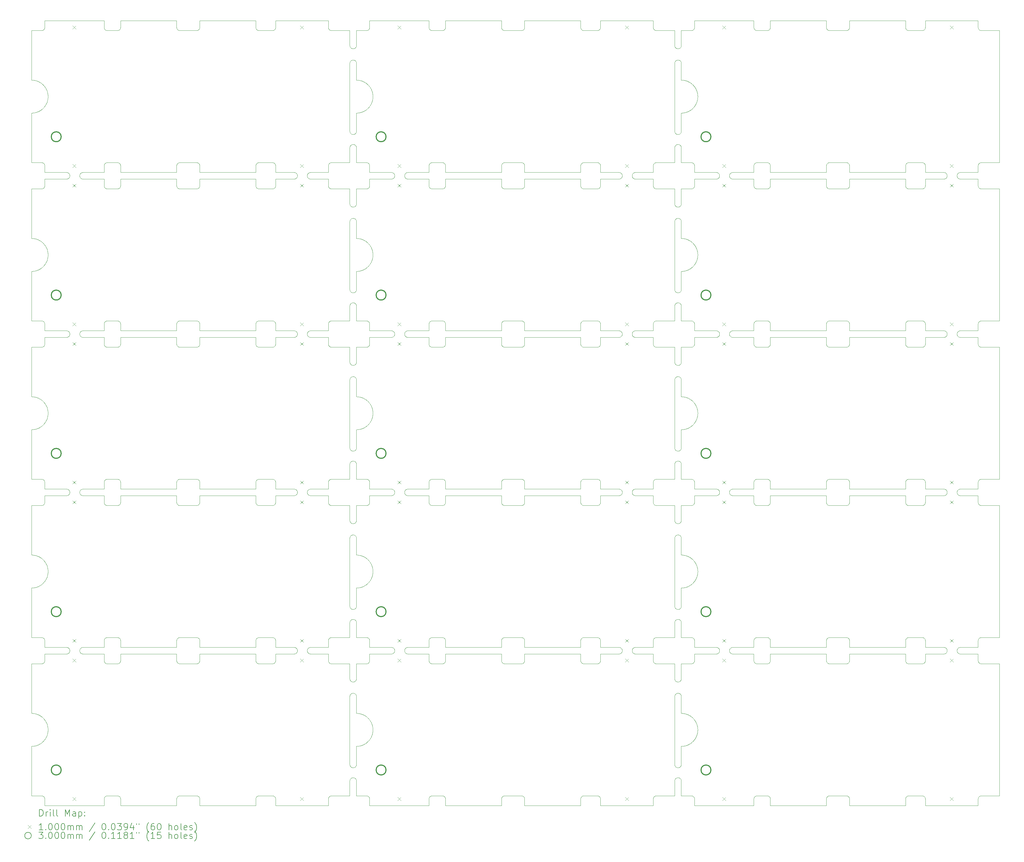
<source format=gbr>
%TF.GenerationSoftware,KiCad,Pcbnew,7.0.1-3b83917a11~171~ubuntu20.04.1*%
%TF.CreationDate,2023-10-27T00:02:47+02:00*%
%TF.ProjectId,panel_top,70616e65-6c5f-4746-9f70-2e6b69636164,rev?*%
%TF.SameCoordinates,Original*%
%TF.FileFunction,Drillmap*%
%TF.FilePolarity,Positive*%
%FSLAX45Y45*%
G04 Gerber Fmt 4.5, Leading zero omitted, Abs format (unit mm)*
G04 Created by KiCad (PCBNEW 7.0.1-3b83917a11~171~ubuntu20.04.1) date 2023-10-27 00:02:47*
%MOMM*%
%LPD*%
G01*
G04 APERTURE LIST*
%ADD10C,0.100000*%
%ADD11C,0.200000*%
%ADD12C,0.300000*%
G04 APERTURE END LIST*
D10*
X4574752Y-11600352D02*
X4574719Y-11600316D01*
X18028328Y-11409505D02*
X18032668Y-11411690D01*
X27260915Y-25548104D02*
X27263310Y-25552332D01*
X28240787Y-6665648D02*
X28242536Y-6661114D01*
X20282367Y-4010178D02*
X20293615Y-4026677D01*
X4645262Y-25504263D02*
X4649945Y-25502967D01*
X12725430Y-2000188D02*
X12725390Y-2000217D01*
X10372668Y-15911690D02*
X10376896Y-15914085D01*
X19809352Y-19844213D02*
X19804738Y-19845737D01*
X175188Y-11900430D02*
X175160Y-11900470D01*
X2875692Y-11399944D02*
X2875739Y-11399958D01*
X9174865Y-6599487D02*
X9174888Y-6599444D01*
X20998805Y-21177528D02*
X20994974Y-21180517D01*
X2855517Y-2259974D02*
X2852528Y-2263805D01*
X21337967Y-6725055D02*
X21336903Y-6720314D01*
X12224944Y-16199308D02*
X12224958Y-16199261D01*
X2375477Y-25589296D02*
X2376072Y-25584474D01*
X8535000Y-6699012D02*
X8535120Y-6694142D01*
X19697472Y-10586195D02*
X19700646Y-10582516D01*
X7011195Y-16677528D02*
X7007516Y-16674354D01*
X29524019Y-2300006D02*
X29523797Y-2300000D01*
X10425217Y-6800390D02*
X10425188Y-6800430D01*
X555517Y-7059974D02*
X552528Y-7063805D01*
X649695Y-14056872D02*
X648115Y-14061575D01*
X10423928Y-20784474D02*
X10424523Y-20789296D01*
X22075000Y-16401227D02*
X22075000Y-16401203D01*
X12625988Y-20700000D02*
X12630858Y-20700120D01*
X10025225Y-22999642D02*
X10025257Y-22999680D01*
X12224994Y-21200981D02*
X12224992Y-21200932D01*
X7574523Y-2210704D02*
X7573928Y-2215526D01*
X575883Y-21200013D02*
X575834Y-21200020D01*
X1719474Y-16201072D02*
X1724296Y-16200477D01*
X28874909Y-16199400D02*
X28874927Y-16199354D01*
X7575020Y-6599165D02*
X7575030Y-6599214D01*
X27275470Y-20999839D02*
X27275512Y-20999865D01*
X19855517Y-5790026D02*
X19858315Y-5793999D01*
X19858803Y-17634711D02*
X19861328Y-17638776D01*
X17425932Y-25799992D02*
X17425981Y-25799994D01*
X21383104Y-16385915D02*
X21378999Y-16383315D01*
X6974444Y-2000112D02*
X6974400Y-2000091D01*
X19674648Y-16700248D02*
X19674610Y-16700217D01*
X10425248Y-2000352D02*
X10425217Y-2000390D01*
X24274987Y-6800883D02*
X24274980Y-6800834D01*
X12224992Y-21200932D02*
X12224987Y-21200883D01*
X9175000Y-2200988D02*
X9175000Y-2001227D01*
X24975352Y-25799752D02*
X24975390Y-25799783D01*
X20158675Y-14311671D02*
X20154576Y-14314466D01*
X9945314Y-5751902D02*
X9950055Y-5752967D01*
X15025988Y-25500000D02*
X15030858Y-25500119D01*
X8169352Y-16205787D02*
X8173885Y-16207536D01*
X17413310Y-11847668D02*
X17410915Y-11851896D01*
X26731672Y-2290495D02*
X26727332Y-2288310D01*
X6994483Y-15940026D02*
X6997472Y-15936195D01*
X175020Y-21500834D02*
X175013Y-21500883D01*
X15035704Y-16699523D02*
X15030858Y-16699880D01*
X2875112Y-2000556D02*
X2875091Y-2000600D01*
X24345262Y-15904263D02*
X24349945Y-15902967D01*
X1657472Y-21163805D02*
X1654483Y-21159974D01*
X2374308Y-2000056D02*
X2374261Y-2000042D01*
X9972668Y-19838310D02*
X9968328Y-19840495D01*
X6974400Y-20999909D02*
X6974444Y-20999888D01*
X10523726Y-18665113D02*
X10524721Y-18685056D01*
X575281Y-16400316D02*
X575248Y-16400352D01*
X227246Y-8602793D02*
X247059Y-8605276D01*
X22074354Y-2000072D02*
X22074308Y-2000056D01*
X20231157Y-4650851D02*
X20216863Y-4664793D01*
X19867464Y-14988885D02*
X19865495Y-14993328D01*
X12224165Y-11399980D02*
X12224214Y-11399970D01*
X17425000Y-11800988D02*
X17424880Y-11805858D01*
X574523Y-16610704D02*
X573928Y-16615526D01*
X10425000Y-11199012D02*
X10425000Y-11398773D01*
X22074068Y-6599992D02*
X22074117Y-6599987D01*
X576227Y-6800000D02*
X576203Y-6800000D01*
X22549354Y-7067484D02*
X22546003Y-7071003D01*
X24374012Y-11100000D02*
X24875988Y-11100000D01*
X5275188Y-11600430D02*
X5275161Y-11600470D01*
X20293615Y-14173323D02*
X20282367Y-14189822D01*
X10425217Y-6599610D02*
X10425248Y-6599648D01*
X1330737Y-16329738D02*
X1329213Y-16334352D01*
X19024068Y-16400008D02*
X19024019Y-16400006D01*
X16841685Y-2256001D02*
X16839085Y-2251896D01*
X2382536Y-11838885D02*
X2380787Y-11834352D01*
X24955517Y-15940026D02*
X24958315Y-15943999D01*
X5275883Y-20999987D02*
X5275932Y-20999992D01*
X22076072Y-11815526D02*
X22075477Y-11810704D01*
X10150767Y-3816133D02*
X10169989Y-3821541D01*
X19875117Y-3799474D02*
X19875141Y-3799518D01*
X24875988Y-11900000D02*
X24374012Y-11900000D01*
X2822668Y-6311690D02*
X2826896Y-6314085D01*
X28874865Y-21200513D02*
X28874839Y-21200470D01*
X575248Y-20999648D02*
X575281Y-20999684D01*
X10384621Y-4647299D02*
X10381157Y-4650851D01*
X575834Y-6599980D02*
X575883Y-6599987D01*
X5275513Y-2000135D02*
X5275470Y-2000160D01*
X175160Y-7100470D02*
X175135Y-7100512D01*
X28235000Y-16300988D02*
X28235000Y-16299012D01*
X15125352Y-6599752D02*
X15125390Y-6599783D01*
X24975281Y-6599684D02*
X24975316Y-6599719D01*
X2795314Y-25501902D02*
X2800055Y-25502967D01*
X5275786Y-11600030D02*
X5275739Y-11600042D01*
X22480858Y-2299880D02*
X22475988Y-2300000D01*
X9174958Y-11600739D02*
X9174944Y-11600692D01*
X582367Y-18989822D02*
X579471Y-18993850D01*
X15115495Y-20756672D02*
X15117464Y-20761114D01*
X19675000Y-7101203D02*
X19674994Y-7100981D01*
X28263997Y-16228997D02*
X28267516Y-16225646D01*
X670750Y-4364626D02*
X667774Y-4384370D01*
X24975645Y-6599927D02*
X24975692Y-6599944D01*
X4649945Y-21497033D02*
X4645262Y-21495737D01*
X19749945Y-5447033D02*
X19745262Y-5445737D01*
X10363886Y-6307536D02*
X10368328Y-6309505D01*
X575281Y-16199684D02*
X575316Y-16199719D01*
X10425006Y-21200981D02*
X10425000Y-21201203D01*
X19674958Y-11099261D02*
X19674970Y-11099214D01*
X21336903Y-16279686D02*
X21337967Y-16274945D01*
X24975883Y-25799987D02*
X24975932Y-25799992D01*
X20973886Y-16207536D02*
X20978328Y-16209505D01*
X1678999Y-6783315D02*
X1675026Y-6780517D01*
X1636072Y-6684474D02*
X1636902Y-6679686D01*
X10025059Y-4800663D02*
X10025044Y-4800711D01*
X5275316Y-6800281D02*
X5275281Y-6800316D01*
X175528Y-14400103D02*
X175485Y-14400128D01*
X26674994Y-25799019D02*
X26675000Y-25798797D01*
X24275000Y-20799012D02*
X24275119Y-20794142D01*
X19674068Y-11900008D02*
X19674019Y-11900006D01*
X2875390Y-11600217D02*
X2875352Y-11600248D01*
X26675119Y-21405858D02*
X26675000Y-21400988D01*
X6977967Y-20774945D02*
X6979263Y-20770262D01*
X7575692Y-21200056D02*
X7575645Y-21200072D01*
X9830787Y-12855648D02*
X9832536Y-12851114D01*
X16824308Y-21200056D02*
X16824261Y-21200042D01*
X15124880Y-16605858D02*
X15124523Y-16610704D01*
X10424523Y-20789296D02*
X10424880Y-20794142D01*
X26674648Y-20999752D02*
X26674684Y-20999719D01*
X22075000Y-16401203D02*
X22074994Y-16400981D01*
X10026227Y-16700000D02*
X10026203Y-16700000D01*
X10198320Y-3831060D02*
X10216908Y-3838355D01*
X12725834Y-6800020D02*
X12725786Y-6800030D01*
X4594483Y-21459974D02*
X4591685Y-21456001D01*
X8571195Y-16377528D02*
X8567516Y-16374354D01*
X22575030Y-6599214D02*
X22575042Y-6599261D01*
X8578999Y-21016685D02*
X8583104Y-21014085D01*
X7570737Y-25570262D02*
X7572033Y-25574945D01*
X14430787Y-21434352D02*
X14429263Y-21429738D01*
X2374117Y-6599987D02*
X2374166Y-6599980D01*
X19875858Y-4799993D02*
X19875808Y-4800002D01*
X8546690Y-6652332D02*
X8549085Y-6648104D01*
X19688672Y-2801224D02*
X19686345Y-2797042D01*
X7575932Y-6800008D02*
X7575883Y-6800013D01*
X12225119Y-7005858D02*
X12225000Y-7000988D01*
X24354686Y-16698097D02*
X24349945Y-16697033D01*
X9950055Y-5752967D02*
X9954738Y-5754263D01*
X16824019Y-16199994D02*
X16824068Y-16199992D01*
X4574719Y-6599684D02*
X4574752Y-6599648D01*
X575072Y-2000645D02*
X575056Y-2000692D01*
X17990858Y-21199880D02*
X17985988Y-21200000D01*
X5273097Y-7020314D02*
X5272033Y-7025055D01*
X575739Y-16199958D02*
X575786Y-16199970D01*
X6974214Y-6800030D02*
X6974165Y-6800020D01*
X12713310Y-21447668D02*
X12710915Y-21451896D01*
X18082033Y-6725055D02*
X18080737Y-6729738D01*
X24975470Y-6800160D02*
X24975430Y-6800188D01*
X20341286Y-8919661D02*
X20348115Y-8938425D01*
X19875000Y-7101227D02*
X19875000Y-7550988D01*
X2790526Y-11101072D02*
X2795314Y-11101903D01*
X2374719Y-6800316D02*
X2374684Y-6800281D01*
X433569Y-8672114D02*
X437802Y-8674701D01*
X9203997Y-11871003D02*
X9200646Y-11867484D01*
X7575072Y-6599354D02*
X7575091Y-6599400D01*
X11507472Y-11436195D02*
X11510646Y-11432516D01*
X9823773Y-21500000D02*
X9274012Y-21500000D01*
X17419213Y-20765648D02*
X17420737Y-20770262D01*
X20275883Y-6800013D02*
X20275834Y-6800020D01*
X27275390Y-16400217D02*
X27275352Y-16400248D01*
X19766566Y-22049745D02*
X19761655Y-22049252D01*
X12319142Y-11899880D02*
X12314296Y-11899523D01*
X24975091Y-16400600D02*
X24975072Y-16400645D01*
X9925988Y-5750000D02*
X9930858Y-5750119D01*
X564321Y-23813646D02*
X551486Y-23828942D01*
X21335477Y-6689296D02*
X21336072Y-6684474D01*
X20218328Y-11890495D02*
X20213886Y-11892464D01*
X22074570Y-6599812D02*
X22074610Y-6599783D01*
X4574783Y-16199610D02*
X4574812Y-16199570D01*
X12720737Y-11829738D02*
X12719212Y-11834352D01*
X6974570Y-16400188D02*
X6974529Y-16400160D01*
X4574570Y-20999812D02*
X4574610Y-20999783D01*
X19875712Y-13399974D02*
X19875760Y-13399987D01*
X19675000Y-14950988D02*
X19675000Y-12889012D01*
X2394483Y-6340026D02*
X2397472Y-6336195D01*
X26684505Y-6356672D02*
X26686690Y-6352332D01*
X19109474Y-16698928D02*
X19104686Y-16698097D01*
X20275072Y-16400645D02*
X20275056Y-16400692D01*
X16895262Y-11895737D02*
X16890648Y-11894212D01*
X19875000Y-20698797D02*
X19875006Y-20699019D01*
X21360646Y-21032516D02*
X21363997Y-21028997D01*
X9826903Y-3269686D02*
X9827967Y-3264945D01*
X20231001Y-11116685D02*
X20234974Y-11119483D01*
X2875188Y-21200430D02*
X2875160Y-21200470D01*
X19875141Y-19200482D02*
X19875117Y-19200526D01*
X20998805Y-16377528D02*
X20994974Y-16380517D01*
X11128328Y-16390495D02*
X11123886Y-16392464D01*
X24273797Y-6600000D02*
X24274019Y-6599994D01*
X7575600Y-6800091D02*
X7575556Y-6800112D01*
X27255517Y-16659974D02*
X27252528Y-16663805D01*
X2875091Y-6800600D02*
X2875072Y-6800645D01*
X15125281Y-6800316D02*
X15125248Y-6800352D01*
X26749945Y-7097033D02*
X26745262Y-7095737D01*
X19875020Y-6299165D02*
X19875030Y-6299214D01*
X175528Y-13399896D02*
X175573Y-13399919D01*
X16865026Y-11880517D02*
X16861195Y-11877528D01*
X22169142Y-15900119D02*
X22174012Y-15900000D01*
X24274487Y-2000135D02*
X24274444Y-2000112D01*
X27175988Y-21500000D02*
X26774012Y-21500000D01*
X7575000Y-21400988D02*
X7574880Y-21405858D01*
X12725932Y-25799992D02*
X12725981Y-25799994D01*
X9865026Y-3209483D02*
X9868999Y-3206685D01*
X2384505Y-6356672D02*
X2386690Y-6352332D01*
X17425248Y-16400352D02*
X17425217Y-16400390D01*
X2431672Y-2290495D02*
X2427332Y-2288310D01*
X7036114Y-11892464D02*
X7031672Y-11890495D01*
X5275008Y-16400932D02*
X5275006Y-16400981D01*
X27923310Y-16347668D02*
X27920915Y-16351896D01*
X12659352Y-25505787D02*
X12663885Y-25507536D01*
X175006Y-2300981D02*
X175000Y-2301203D01*
X12239085Y-11851896D02*
X12236690Y-11847668D01*
X9926199Y-2849995D02*
X9925988Y-2850000D01*
X19024958Y-6599261D02*
X19024970Y-6599214D01*
X16824958Y-20999261D02*
X16824970Y-20999214D01*
X648115Y-23661575D02*
X641286Y-23680339D01*
X9871784Y-2835134D02*
X9867780Y-2832512D01*
X2374530Y-25799839D02*
X2374570Y-25799812D01*
X19674752Y-25499648D02*
X19674783Y-25499610D01*
X649695Y-8943128D02*
X655581Y-8962209D01*
X9824530Y-2300161D02*
X9824487Y-2300135D01*
X2875020Y-6800834D02*
X2875013Y-6800883D01*
X24286690Y-11847668D02*
X24284505Y-11843328D01*
X416276Y-13462130D02*
X433569Y-13472114D01*
X9826072Y-10165526D02*
X9825477Y-10160704D01*
X6976902Y-20779686D02*
X6977967Y-20774945D01*
X17350055Y-11897033D02*
X17345314Y-11898097D01*
X14524012Y-7100000D02*
X14519142Y-7099880D01*
X19024166Y-11600020D02*
X19024117Y-11600013D01*
X10216908Y-8638355D02*
X10221479Y-8640282D01*
X17425600Y-25799909D02*
X17425646Y-25799927D01*
X24975135Y-6800512D02*
X24975112Y-6800556D01*
X19865776Y-17647248D02*
X19867688Y-17651635D01*
X9830787Y-22455648D02*
X9832536Y-22451114D01*
X27204738Y-25504263D02*
X27209352Y-25505787D01*
X18425026Y-16380517D02*
X18421195Y-16377528D01*
X2876203Y-16400000D02*
X2875981Y-16400006D01*
X20275217Y-11399610D02*
X20275248Y-11399648D01*
X24975188Y-21200430D02*
X24975160Y-21200470D01*
X10372668Y-21488310D02*
X10368328Y-21490495D01*
X9890648Y-22395787D02*
X9895262Y-22394263D01*
X7575248Y-20999648D02*
X7575281Y-20999684D01*
X24274400Y-2000091D02*
X24274354Y-2000072D01*
X19822668Y-10238310D02*
X19818328Y-10240495D01*
X2374117Y-2000013D02*
X2374068Y-2000008D01*
X22074648Y-2000248D02*
X22074610Y-2000217D01*
X19971629Y-13409483D02*
X19976492Y-13410466D01*
X19875573Y-22999919D02*
X19875618Y-22999940D01*
X19047472Y-2263805D02*
X19044483Y-2259974D01*
X10025030Y-20699214D02*
X10025042Y-20699261D01*
X20296307Y-4030844D02*
X20306719Y-4047883D01*
X16881672Y-2290495D02*
X16877332Y-2288310D01*
X4627332Y-16688310D02*
X4623104Y-16685915D01*
X2775988Y-25500000D02*
X2780858Y-25500119D01*
X19024719Y-6599684D02*
X19024752Y-6599648D01*
X7575217Y-16400390D02*
X7575188Y-16400430D01*
X9824888Y-11900556D02*
X9824865Y-11900512D01*
X4575000Y-2001203D02*
X4574994Y-2000981D01*
X26754686Y-20701903D02*
X26759474Y-20701072D01*
X19024117Y-16400013D02*
X19024068Y-16400008D01*
X12232536Y-15961114D02*
X12234505Y-15956672D01*
X5238805Y-15922472D02*
X5242484Y-15925646D01*
X24918328Y-6309505D02*
X24922668Y-6311690D01*
X22575932Y-11600008D02*
X22575883Y-11600013D01*
X9184505Y-2243328D02*
X9182536Y-2238886D01*
X16824117Y-2000013D02*
X16824068Y-2000008D01*
X24274068Y-16199992D02*
X24274117Y-16199987D01*
X19676903Y-8069686D02*
X19677967Y-8064945D01*
X2474012Y-2300000D02*
X2469142Y-2299880D01*
X4574994Y-11399019D02*
X4575000Y-11398797D01*
X19679136Y-17179340D02*
X19677878Y-17174722D01*
X27932033Y-11525055D02*
X27930737Y-11529738D01*
X4574570Y-11399812D02*
X4574610Y-11399783D01*
X19849354Y-17217484D02*
X19846003Y-17221003D01*
X1709945Y-16202967D02*
X1714686Y-16201902D01*
X19874880Y-25044142D02*
X19875000Y-25049012D01*
X27886896Y-11414085D02*
X27891001Y-11416685D01*
X15076896Y-15914085D02*
X15081001Y-15916685D01*
X9824839Y-20699530D02*
X9824865Y-20699487D01*
X7575600Y-2000091D02*
X7575556Y-2000112D01*
X4574752Y-25799648D02*
X4574783Y-25799610D01*
X9174068Y-2000008D02*
X9174019Y-2000006D01*
X22084505Y-6356672D02*
X22086690Y-6352332D01*
X10017688Y-17651635D02*
X10019385Y-17656109D01*
X9824970Y-15899214D02*
X9824980Y-15899165D01*
X20275430Y-2000188D02*
X20275390Y-2000217D01*
X29524909Y-6299400D02*
X29524927Y-6299354D01*
X5275135Y-21200513D02*
X5275112Y-21200556D01*
X9259474Y-11898928D02*
X9254686Y-11898097D01*
X28907516Y-16674354D02*
X28903997Y-16671003D01*
X176203Y-25500000D02*
X176227Y-25500000D01*
X27273097Y-25579686D02*
X27273928Y-25584474D01*
X7074012Y-7100000D02*
X7069142Y-7099880D01*
X9824928Y-6299354D02*
X9824944Y-6299308D01*
X175760Y-24000013D02*
X175712Y-24000026D01*
X4574909Y-16199400D02*
X4574928Y-16199354D01*
X22074992Y-16400932D02*
X22074987Y-16400883D01*
X10025042Y-21500739D02*
X10025030Y-21500786D01*
X20945704Y-11400477D02*
X20950526Y-11401072D01*
X14429263Y-15970262D02*
X14430787Y-15965648D01*
X20275692Y-6599944D02*
X20275739Y-6599958D01*
X1327464Y-16338885D02*
X1325495Y-16343328D01*
X12224752Y-11399648D02*
X12224783Y-11399610D01*
X7574880Y-2205858D02*
X7574523Y-2210704D01*
X9945314Y-5448097D02*
X9940526Y-5448928D01*
X19947059Y-8605276D02*
X19951965Y-8606015D01*
X27873885Y-11407536D02*
X27878328Y-11409505D01*
X2875786Y-11399970D02*
X2875834Y-11399980D01*
X22575692Y-11600056D02*
X22575645Y-11600072D01*
X518328Y-7090495D02*
X513885Y-7092464D01*
X24975352Y-20999752D02*
X24975390Y-20999783D01*
X19860915Y-12401896D02*
X19858315Y-12406001D01*
X19029263Y-11829738D02*
X19027967Y-11825055D01*
X20066908Y-9561645D02*
X20048320Y-9568940D01*
X9914296Y-3190477D02*
X9919142Y-3190119D01*
X22074487Y-6800135D02*
X22074444Y-6800112D01*
X5195314Y-15901902D02*
X5200055Y-15902967D01*
X575692Y-21200056D02*
X575646Y-21200072D01*
X26764296Y-25500477D02*
X26769142Y-25500119D01*
X20275188Y-2000430D02*
X20275161Y-2000470D01*
X12224648Y-16400248D02*
X12224610Y-16400217D01*
X6974987Y-6599117D02*
X6974992Y-6599068D01*
X2374570Y-20999812D02*
X2374610Y-20999783D01*
X2876203Y-2000000D02*
X2875981Y-2000006D01*
X19818328Y-24640495D02*
X19813886Y-24642464D01*
X14457516Y-16674354D02*
X14453997Y-16671003D01*
X19867464Y-21988886D02*
X19865495Y-21993328D01*
X27882668Y-6611690D02*
X27886896Y-6614085D01*
X27275000Y-11800988D02*
X27274880Y-11805858D01*
X24274839Y-2000470D02*
X24274812Y-2000430D01*
X20218328Y-20709505D02*
X20222668Y-20711690D01*
X175600Y-15899909D02*
X175645Y-15899927D01*
X16834505Y-11843328D02*
X16832536Y-11838885D01*
X28923104Y-21485915D02*
X28918999Y-21483315D01*
X14514296Y-16699523D02*
X14509474Y-16698928D01*
X20275013Y-2000883D02*
X20275008Y-2000932D01*
X485704Y-15900477D02*
X490526Y-15901072D01*
X24975008Y-6800932D02*
X24975006Y-6800981D01*
X24274570Y-11600188D02*
X24274529Y-11600160D01*
X10512956Y-9208828D02*
X10511852Y-9213665D01*
X9826072Y-8074474D02*
X9826903Y-8069686D01*
X10025485Y-13399871D02*
X10025528Y-13399896D01*
X1705262Y-21004263D02*
X1709945Y-21002967D01*
X1687332Y-21188310D02*
X1683104Y-21185915D01*
X10425981Y-20999994D02*
X10426203Y-21000000D01*
X14424970Y-11399214D02*
X14424980Y-11399165D01*
X10432367Y-23789822D02*
X10429471Y-23793850D01*
X12224354Y-16400072D02*
X12224308Y-16400056D01*
X28874865Y-11600512D02*
X28874839Y-11600470D01*
X575072Y-16199354D02*
X575091Y-16199400D01*
X24975072Y-21200646D02*
X24975056Y-21200692D01*
X16824487Y-11399865D02*
X16824530Y-11399839D01*
X19759474Y-20151072D02*
X19764296Y-20150477D01*
X15123097Y-7020314D02*
X15122033Y-7025055D01*
X9174648Y-16400248D02*
X9174610Y-16400217D01*
X12229263Y-25570262D02*
X12230787Y-25565648D01*
X27275430Y-20999812D02*
X27275470Y-20999839D01*
X9880148Y-7639782D02*
X9875910Y-7637559D01*
X6973773Y-16400000D02*
X5276227Y-16400000D01*
X22558315Y-21456001D02*
X22555517Y-21459974D01*
X10425646Y-6800072D02*
X10425600Y-6800091D01*
X16824783Y-20999610D02*
X16824812Y-20999570D01*
X9174261Y-21200042D02*
X9174214Y-21200030D01*
X20991001Y-6783315D02*
X20986896Y-6785915D01*
X1649085Y-11448104D02*
X1651685Y-11443999D01*
X12717464Y-16638885D02*
X12715495Y-16643328D01*
X21029213Y-21134352D02*
X21027464Y-21138886D01*
X10015495Y-12393328D02*
X10013310Y-12397668D01*
X10481717Y-23703357D02*
X10479676Y-23707879D01*
X19775049Y-22049995D02*
X19775000Y-22049994D01*
X4574019Y-11399994D02*
X4574068Y-11399992D01*
X175140Y-14400482D02*
X175117Y-14400526D01*
X7027332Y-15911690D02*
X7031672Y-15909505D01*
X22074530Y-6800160D02*
X22074487Y-6800135D01*
X15124523Y-11810704D02*
X15123928Y-11815526D01*
X4574530Y-20999839D02*
X4574570Y-20999812D01*
X29524992Y-21500932D02*
X29524987Y-21500883D01*
X4574752Y-2000352D02*
X4574719Y-2000316D01*
X12324012Y-6300000D02*
X12625988Y-6300000D01*
X14461195Y-2277528D02*
X14457516Y-2274354D01*
X6974987Y-25799117D02*
X6974992Y-25799068D01*
X19677967Y-15424945D02*
X19679263Y-15420262D01*
X12725316Y-6599719D02*
X12725352Y-6599752D01*
X15035704Y-20700477D02*
X15040526Y-20701072D01*
X20331717Y-14103357D02*
X20329676Y-14107879D01*
X394150Y-23949352D02*
X389680Y-23951505D01*
X1660646Y-11567484D02*
X1657472Y-11563805D01*
X20945704Y-21000477D02*
X20950526Y-21001072D01*
X9836690Y-5397668D02*
X9834505Y-5393328D01*
X10025352Y-21500248D02*
X10025316Y-21500281D01*
X27878328Y-6609505D02*
X27882668Y-6611690D01*
X2860915Y-15948104D02*
X2863310Y-15952332D01*
X9841197Y-12405289D02*
X9838672Y-12401224D01*
X27927464Y-21061114D02*
X27929212Y-21065648D01*
X15125470Y-2000160D02*
X15125430Y-2000188D01*
X26707516Y-11125646D02*
X26711195Y-11122472D01*
X22074684Y-6800281D02*
X22074648Y-6800248D01*
X4575120Y-16605858D02*
X4575000Y-16600988D01*
X295960Y-8614909D02*
X300767Y-8616133D01*
X26727332Y-2288310D02*
X26723104Y-2285915D01*
X19700646Y-3222516D02*
X19703997Y-3218997D01*
X2384505Y-20756672D02*
X2386690Y-20752332D01*
X22154686Y-16698097D02*
X22149945Y-16697033D01*
X16824019Y-6800006D02*
X16823797Y-6800000D01*
X19731672Y-10240495D02*
X19727332Y-10238310D01*
X4574928Y-6800645D02*
X4574909Y-6800600D01*
X366907Y-14361645D02*
X348320Y-14368940D01*
X20275556Y-16400112D02*
X20275513Y-16400135D01*
X15123928Y-20784474D02*
X15124523Y-20789296D01*
X10025009Y-8599093D02*
X10025014Y-8599143D01*
X8229212Y-11465648D02*
X8230737Y-11470262D01*
X575161Y-11600470D02*
X575135Y-11600512D01*
X15092484Y-2274354D02*
X15088805Y-2277528D01*
X9834505Y-22446672D02*
X9836690Y-22442332D01*
X2374648Y-2000248D02*
X2374610Y-2000217D01*
X18387967Y-21125055D02*
X18386903Y-21120314D01*
X29524752Y-20699648D02*
X29524783Y-20699610D01*
X5274523Y-11189296D02*
X5274880Y-11194142D01*
X20374721Y-18714944D02*
X20373726Y-18734887D01*
X12699354Y-11132516D02*
X12702528Y-11136195D01*
X9972668Y-10561690D02*
X9976896Y-10564085D01*
X20275000Y-20998773D02*
X20275000Y-20998797D01*
X18404483Y-6640026D02*
X18407472Y-6636195D01*
X7007516Y-11125646D02*
X7011195Y-11122472D01*
X16834505Y-15956672D02*
X16836690Y-15952332D01*
X12225000Y-6801203D02*
X12224994Y-6800981D01*
X9174487Y-11600135D02*
X9174444Y-11600112D01*
X28903997Y-7071003D02*
X28900646Y-7067484D01*
X19025000Y-6399012D02*
X19025120Y-6394142D01*
X175117Y-13399474D02*
X175140Y-13399518D01*
X1635477Y-21089296D02*
X1636072Y-21084474D01*
X15125556Y-11600112D02*
X15125512Y-11600135D01*
X175072Y-25499354D02*
X175091Y-25499400D01*
X175195Y-4800398D02*
X175166Y-4800439D01*
X9174019Y-11600006D02*
X9173797Y-11600000D01*
X27275188Y-11399570D02*
X27275217Y-11399610D01*
X24311195Y-11122472D02*
X24315026Y-11119483D01*
X2374444Y-20999888D02*
X2374487Y-20999865D01*
X24274992Y-16199068D02*
X24274994Y-16199019D01*
X16890648Y-11105787D02*
X16895262Y-11104263D01*
X22575786Y-16199970D02*
X22575834Y-16199980D01*
X4654686Y-11101903D02*
X4659474Y-11101072D01*
X6976072Y-15984474D02*
X6976902Y-15979686D01*
X2374839Y-20999530D02*
X2374865Y-20999487D01*
X19804738Y-10554263D02*
X19809352Y-10555787D01*
X19026903Y-20779686D02*
X19027967Y-20774945D01*
X6975000Y-6598773D02*
X6975000Y-6399012D01*
X17425692Y-11399944D02*
X17425739Y-11399958D01*
X27275135Y-25799487D02*
X27275160Y-25799529D01*
X175056Y-15899308D02*
X175072Y-15899354D01*
X27275281Y-20999684D02*
X27275316Y-20999719D01*
X21400648Y-21005787D02*
X21405262Y-21004263D01*
X10446307Y-18969156D02*
X10443615Y-18973323D01*
X20272033Y-21425055D02*
X20270737Y-21429738D01*
X19875161Y-21500470D02*
X19875135Y-21500513D01*
X16865026Y-20719483D02*
X16868999Y-20716685D01*
X12725188Y-6599570D02*
X12725217Y-6599610D01*
X26674648Y-6599752D02*
X26674684Y-6599719D01*
X27231001Y-25516685D02*
X27234974Y-25519483D01*
X22074354Y-6599927D02*
X22074400Y-6599909D01*
X504738Y-2295737D02*
X500055Y-2297033D01*
X26691685Y-11143999D02*
X26694483Y-11140026D01*
X16824487Y-16400135D02*
X16824444Y-16400112D01*
X18077464Y-11461114D02*
X18079213Y-11465648D01*
X175692Y-25499944D02*
X175739Y-25499958D01*
X11159354Y-16232516D02*
X11162528Y-16236195D01*
X22575030Y-16400786D02*
X22575020Y-16400834D01*
X19050646Y-11867484D02*
X19047472Y-11863805D01*
X18390787Y-6665648D02*
X18392536Y-6661114D01*
X17399354Y-11867484D02*
X17396003Y-11871003D01*
X27898805Y-6777528D02*
X27894974Y-6780517D01*
X4574752Y-16199648D02*
X4574783Y-16199610D01*
X14424865Y-16400512D02*
X14424839Y-16400470D01*
X175248Y-11099648D02*
X175281Y-11099684D01*
X4607516Y-7074354D02*
X4603997Y-7071003D01*
X22555517Y-2259974D02*
X22552528Y-2263805D01*
X22549354Y-25532516D02*
X22552528Y-25536195D01*
X27275556Y-20999888D02*
X27275600Y-20999909D01*
X10025760Y-22999987D02*
X10025808Y-22999998D01*
X27275008Y-11399068D02*
X27275013Y-11399117D01*
X12672668Y-16688310D02*
X12668328Y-16690495D01*
X596307Y-18430844D02*
X606719Y-18447883D01*
X202397Y-23000807D02*
X222309Y-23002299D01*
X19764296Y-3190477D02*
X19769142Y-3190119D01*
X27234974Y-21480517D02*
X27231001Y-21483315D01*
X542484Y-6325646D02*
X546003Y-6328997D01*
X19114296Y-21499523D02*
X19109474Y-21498928D01*
X6974719Y-6800316D02*
X6974684Y-6800281D01*
X9174992Y-6599068D02*
X9174994Y-6599019D01*
X175020Y-11900834D02*
X175013Y-11900883D01*
X9895262Y-20154263D02*
X9899945Y-20152967D01*
X12725030Y-16199214D02*
X12725042Y-16199261D01*
X12725000Y-25798797D02*
X12725006Y-25799019D01*
X2846003Y-16671003D02*
X2842484Y-16674354D01*
X17340526Y-21498928D02*
X17335704Y-21499523D01*
X16824648Y-2000248D02*
X16824610Y-2000217D01*
X27275786Y-2000030D02*
X27275739Y-2000042D01*
X26674117Y-25799987D02*
X26674165Y-25799980D01*
X20213886Y-7092464D02*
X20209352Y-7094212D01*
X20267464Y-20761114D02*
X20269213Y-20765648D01*
X9895262Y-15354263D02*
X9899945Y-15352967D01*
X10025573Y-22999919D02*
X10025618Y-22999940D01*
X4574570Y-16400188D02*
X4574530Y-16400160D01*
X2875316Y-16400281D02*
X2875281Y-16400316D01*
X27845704Y-21199523D02*
X27840858Y-21199880D01*
X5238805Y-11122472D02*
X5242484Y-11125646D01*
X4586690Y-11847668D02*
X4584505Y-11843328D01*
X5275692Y-20999944D02*
X5275739Y-20999958D01*
X10425030Y-6800786D02*
X10425020Y-6800834D01*
X12715495Y-11843328D02*
X12713310Y-11847668D01*
X24274487Y-16199865D02*
X24274529Y-16199839D01*
X8225495Y-6656672D02*
X8227464Y-6661114D01*
X22575072Y-2000645D02*
X22575056Y-2000692D01*
X4574888Y-20999444D02*
X4574909Y-20999400D01*
X576203Y-25800000D02*
X576227Y-25800000D01*
X14424958Y-11399261D02*
X14424970Y-11399214D01*
X15125013Y-6599117D02*
X15125020Y-6599165D01*
X175030Y-16700786D02*
X175020Y-16700834D01*
X20174887Y-3899985D02*
X20178842Y-3902981D01*
X11184880Y-21105858D02*
X11184523Y-21110704D01*
X22575556Y-2000112D02*
X22575512Y-2000135D01*
X19674214Y-11099970D02*
X19674261Y-11099958D01*
X20231001Y-21483315D02*
X20226896Y-21485915D01*
X10020737Y-21979738D02*
X10019213Y-21984352D01*
X7575883Y-11600013D02*
X7575834Y-11600020D01*
X575352Y-25799752D02*
X575390Y-25799783D01*
X1335000Y-16299012D02*
X1335000Y-16300988D01*
X549354Y-16667484D02*
X546003Y-16671003D01*
X29524839Y-20699530D02*
X29524865Y-20699487D01*
X7522668Y-2288310D02*
X7518328Y-2290495D01*
X19772571Y-3190035D02*
X19772576Y-3190035D01*
X19783434Y-22390255D02*
X19788345Y-22390748D01*
X22076072Y-11184474D02*
X22076903Y-11179686D01*
X4574987Y-21200883D02*
X4574980Y-21200834D01*
X4645262Y-2295737D02*
X4640648Y-2294213D01*
X22074214Y-21200030D02*
X22074166Y-21200020D01*
X673355Y-23539834D02*
X671367Y-23559703D01*
X6974812Y-11399570D02*
X6974839Y-11399529D01*
X28874308Y-21200056D02*
X28874261Y-21200042D01*
X29524529Y-2300161D02*
X29524487Y-2300135D01*
X10025257Y-22999680D02*
X10025291Y-22999716D01*
X18385477Y-11510704D02*
X18385120Y-11505858D01*
X26691685Y-21456001D02*
X26689085Y-21451896D01*
X10425430Y-11399812D02*
X10425470Y-11399839D01*
X9824261Y-15899958D02*
X9824308Y-15899944D01*
X24274812Y-2000430D02*
X24274783Y-2000390D01*
X22534974Y-11880517D02*
X22531001Y-11883315D01*
X10471013Y-4074130D02*
X10479676Y-4092121D01*
X20275390Y-21200217D02*
X20275352Y-21200248D01*
X19745262Y-7994263D02*
X19749945Y-7992967D01*
X10025000Y-15898797D02*
X10025006Y-15899019D01*
X10425000Y-15999012D02*
X10425000Y-16198773D01*
X19675000Y-20249012D02*
X19675120Y-20244142D01*
X19676903Y-10629686D02*
X19677967Y-10624945D01*
X24274214Y-11600030D02*
X24274165Y-11600020D01*
X12726227Y-11400000D02*
X14423773Y-11400000D01*
X606719Y-9352117D02*
X596307Y-9369156D01*
X17335704Y-20700477D02*
X17340526Y-20701072D01*
X12681001Y-2283315D02*
X12676896Y-2285915D01*
X7575188Y-11600430D02*
X7575160Y-11600470D01*
X9824444Y-20699888D02*
X9824487Y-20699865D01*
X6975000Y-7000988D02*
X6975000Y-6801227D01*
X24975135Y-25799487D02*
X24975160Y-25799529D01*
X17425030Y-20999214D02*
X17425042Y-20999261D01*
X27934523Y-6689296D02*
X27934880Y-6694142D01*
X24318999Y-20716685D02*
X24323104Y-20714085D01*
X9895262Y-24645737D02*
X9890648Y-24644212D01*
X5274880Y-15994142D02*
X5275000Y-15999012D01*
X14444483Y-21459974D02*
X14441685Y-21456001D01*
X14427967Y-16625055D02*
X14426902Y-16620314D01*
X19694483Y-15390026D02*
X19697472Y-15386195D01*
X9841685Y-10206001D02*
X9839085Y-10201896D01*
X27213885Y-20707536D02*
X27218328Y-20709505D01*
X20111919Y-9540243D02*
X20094150Y-9549352D01*
X20362956Y-13791172D02*
X20366912Y-13810744D01*
X670750Y-13835374D02*
X671367Y-13840297D01*
X5275013Y-25799117D02*
X5275020Y-25799165D01*
X10025000Y-2301227D02*
X10025000Y-2750988D01*
X27231001Y-15916685D02*
X27234974Y-15919483D01*
X2875008Y-11600932D02*
X2875006Y-11600981D01*
X19873097Y-17170314D02*
X19872033Y-17175055D01*
X5222668Y-25511690D02*
X5226896Y-25514085D01*
X19674444Y-16700112D02*
X19674400Y-16700091D01*
X14424719Y-6599684D02*
X14424752Y-6599648D01*
X10025008Y-21500932D02*
X10025006Y-21500981D01*
X20213226Y-14268168D02*
X20198254Y-14281380D01*
X27274880Y-25594142D02*
X27275000Y-25599012D01*
X12230787Y-11834352D02*
X12229263Y-11829738D01*
X15054738Y-2295737D02*
X15050055Y-2297033D01*
X2374994Y-11600981D02*
X2374992Y-11600932D01*
X6994483Y-21459974D02*
X6991685Y-21456001D01*
X10425786Y-11600030D02*
X10425739Y-11600042D01*
X27190526Y-15901072D02*
X27195314Y-15901902D01*
X10198320Y-23968940D02*
X10193658Y-23970636D01*
X11521195Y-21177528D02*
X11517516Y-21174354D01*
X15125692Y-16199944D02*
X15125739Y-16199958D01*
X5275042Y-21200739D02*
X5275030Y-21200786D01*
X19795314Y-19848097D02*
X19790526Y-19848928D01*
X26689085Y-16651896D02*
X26686690Y-16647668D01*
X21360646Y-16367484D02*
X21357472Y-16363805D01*
X24336114Y-11892464D02*
X24331672Y-11890495D01*
X10429471Y-9393850D02*
X10417414Y-9409767D01*
X2855517Y-11859974D02*
X2852528Y-11863805D01*
X11510646Y-21032516D02*
X11513997Y-21028997D01*
X17425042Y-20999261D02*
X17425056Y-20999308D01*
X11564686Y-21198097D02*
X11559945Y-21197033D01*
X26675000Y-11199012D02*
X26675119Y-11194142D01*
X19674719Y-2300316D02*
X19674684Y-2300281D01*
X16824812Y-21200430D02*
X16824783Y-21200390D01*
X2875188Y-11600430D02*
X2875160Y-11600470D01*
X2831001Y-16683315D02*
X2826896Y-16685915D01*
X9993406Y-3216468D02*
X9996831Y-3219810D01*
X15125390Y-16199783D02*
X15125430Y-16199812D01*
X19838805Y-22027528D02*
X19834974Y-22030517D01*
X12725000Y-6801227D02*
X12725000Y-7000988D01*
X10025167Y-3799561D02*
X10025195Y-3799602D01*
X12244483Y-11140026D02*
X12247472Y-11136195D01*
X22074980Y-25799165D02*
X22074987Y-25799117D01*
X7522668Y-21488310D02*
X7518328Y-21490495D01*
X22573928Y-2215526D02*
X22573097Y-2220314D01*
X10026221Y-4799970D02*
X10025957Y-4799983D01*
X2873928Y-15984474D02*
X2874523Y-15989296D01*
X20222668Y-7088310D02*
X20218328Y-7090495D01*
X9175000Y-11398797D02*
X9175000Y-11398773D01*
X29524570Y-20699812D02*
X29524610Y-20699783D01*
X29524812Y-16700430D02*
X29524783Y-16700390D01*
X176227Y-15900000D02*
X475988Y-15900000D01*
X19846003Y-22021003D02*
X19842484Y-22024354D01*
X5275513Y-20999865D02*
X5275556Y-20999888D01*
X21335120Y-6694142D02*
X21335477Y-6689296D01*
X11177464Y-6738885D02*
X11175495Y-6743328D01*
X7495314Y-2298097D02*
X7490526Y-2298928D01*
X19119142Y-20700120D02*
X19124012Y-20700000D01*
X19024839Y-11399529D02*
X19024865Y-11399487D01*
X19774951Y-3190004D02*
X19775000Y-3190005D01*
X1335000Y-6700988D02*
X1334880Y-6705858D01*
X9899945Y-10247033D02*
X9895262Y-10245737D01*
X7538805Y-7077528D02*
X7534974Y-7080517D01*
X19677967Y-25024945D02*
X19679263Y-25020262D01*
X24289085Y-25548104D02*
X24291685Y-25543999D01*
X5275217Y-11600390D02*
X5275188Y-11600430D01*
X9940526Y-5751072D02*
X9945314Y-5751902D01*
X10025000Y-17688988D02*
X10025000Y-18198753D01*
X24274308Y-11399944D02*
X24274354Y-11399927D01*
X11550648Y-21194213D02*
X11546114Y-21192464D01*
X9824909Y-25499400D02*
X9824928Y-25499354D01*
X14441685Y-20743999D02*
X14444483Y-20740026D01*
X17425692Y-2000056D02*
X17425646Y-2000072D01*
X29524958Y-16700739D02*
X29524944Y-16700692D01*
X2374944Y-20999308D02*
X2374958Y-20999261D01*
X10025712Y-22999974D02*
X10025760Y-22999987D01*
X14424214Y-2000030D02*
X14424165Y-2000020D01*
X17415495Y-15956672D02*
X17417464Y-15961114D01*
X10372668Y-25511690D02*
X10376896Y-25514085D01*
X4574865Y-11600512D02*
X4574839Y-11600470D01*
X20275932Y-20999992D02*
X20275981Y-20999994D01*
X9850646Y-12822516D02*
X9853997Y-12818997D01*
X19682536Y-15411114D02*
X19684505Y-15406672D01*
X2375000Y-6598797D02*
X2375000Y-6598773D01*
X8173885Y-21192464D02*
X8169352Y-21194213D01*
X10025326Y-18199751D02*
X10025364Y-18199784D01*
X11182033Y-6725055D02*
X11180737Y-6729738D01*
X15125006Y-25799019D02*
X15125008Y-25799068D01*
X19875000Y-8088987D02*
X19875000Y-8598753D01*
X176227Y-2300000D02*
X176203Y-2300000D01*
X2374019Y-21200006D02*
X2373797Y-21200000D01*
X19675492Y-21960879D02*
X19675123Y-21955958D01*
X175022Y-4800808D02*
X175014Y-4800857D01*
X9839085Y-15001896D02*
X9836690Y-14997668D01*
X29524752Y-2300352D02*
X29524719Y-2300316D01*
X19875000Y-3798753D02*
X19875000Y-3798778D01*
X24975217Y-21200390D02*
X24975188Y-21200430D01*
X271629Y-13409483D02*
X276492Y-13410466D01*
X12725470Y-11600160D02*
X12725430Y-11600188D01*
X22073797Y-25800000D02*
X22074019Y-25799994D01*
X4611195Y-21477528D02*
X4607516Y-21474354D01*
X9824261Y-11900042D02*
X9824214Y-11900030D01*
X12247472Y-2263805D02*
X12244483Y-2259974D01*
X15025988Y-11100000D02*
X15030858Y-11100120D01*
X19749945Y-15352967D02*
X19754686Y-15351902D01*
X26715026Y-21480517D02*
X26711195Y-21477528D01*
X2875000Y-20799012D02*
X2875000Y-20998773D01*
X2459474Y-11898928D02*
X2454686Y-11898097D01*
X24275000Y-15999012D02*
X24275119Y-15994142D01*
X9924012Y-10250000D02*
X9919142Y-10249880D01*
X12725000Y-2001203D02*
X12725000Y-2001227D01*
X2875091Y-16400600D02*
X2875072Y-16400645D01*
X16824400Y-16400091D02*
X16824354Y-16400072D01*
X27934523Y-11510704D02*
X27933928Y-11515526D01*
X17425135Y-16400512D02*
X17425112Y-16400556D01*
X15124880Y-11194142D02*
X15125000Y-11199012D01*
X371479Y-18240282D02*
X389680Y-18248495D01*
X16834505Y-16643328D02*
X16832536Y-16638885D01*
X2872033Y-11825055D02*
X2870737Y-11829738D01*
X22575000Y-2001227D02*
X22575000Y-2200988D01*
X175443Y-14400155D02*
X175403Y-14400185D01*
X2375120Y-7005858D02*
X2375000Y-7000988D01*
X2875135Y-25799487D02*
X2875160Y-25799529D01*
X24975135Y-11399487D02*
X24975160Y-11399529D01*
X4615026Y-11119483D02*
X4618999Y-11116685D01*
X28324296Y-16200477D02*
X28329142Y-16200119D01*
X28875000Y-2200988D02*
X28875000Y-2001227D01*
X9914296Y-20150477D02*
X9919142Y-20150120D01*
X20362956Y-4408828D02*
X20361852Y-4413665D01*
X26676902Y-16620314D02*
X26676072Y-16615526D01*
X27276203Y-11600000D02*
X27275981Y-11600006D01*
X22575042Y-11399261D02*
X22575056Y-11399308D01*
X28903997Y-11128997D02*
X28907516Y-11125646D01*
X2875645Y-11600072D02*
X2875600Y-11600091D01*
X27275000Y-15999012D02*
X27275000Y-16198773D01*
X549354Y-6332516D02*
X552528Y-6336195D01*
X5269213Y-16634352D02*
X5267464Y-16638885D01*
X22074570Y-2000188D02*
X22074530Y-2000160D01*
X19875030Y-25499214D02*
X19875042Y-25499261D01*
X12224019Y-11399994D02*
X12224068Y-11399992D01*
X4575120Y-15994142D02*
X4575477Y-15989296D01*
X8212528Y-16363805D02*
X8209354Y-16367484D01*
X9200646Y-21467484D02*
X9197472Y-21463805D01*
X12253997Y-20728997D02*
X12257516Y-20725646D01*
X12224487Y-20999865D02*
X12224529Y-20999839D01*
X7572033Y-7025055D02*
X7570737Y-7029738D01*
X19831001Y-5766685D02*
X19834974Y-5769483D01*
X175135Y-25499487D02*
X175160Y-25499529D01*
X26684505Y-11843328D02*
X26682536Y-11838885D01*
X28874019Y-11600006D02*
X28873797Y-11600000D01*
X15108315Y-15943999D02*
X15110915Y-15948104D01*
X20275316Y-16400281D02*
X20275281Y-16400316D01*
X9925000Y-7990005D02*
X9928356Y-7990004D01*
X14424487Y-6599865D02*
X14424529Y-6599839D01*
X19680787Y-17655648D02*
X19682536Y-17651114D01*
X4574994Y-16199019D02*
X4575000Y-16198797D01*
X19874523Y-12360704D02*
X19873928Y-12365526D01*
X4574888Y-16400556D02*
X4574865Y-16400512D01*
X5275006Y-25799019D02*
X5275008Y-25799068D01*
X437802Y-18274701D02*
X454576Y-18285534D01*
X12273104Y-11885915D02*
X12268999Y-11883315D01*
X17423097Y-16620314D02*
X17422033Y-16625055D01*
X14424994Y-11399019D02*
X14425000Y-11398797D01*
X19745262Y-24954263D02*
X19749945Y-24952967D01*
X11110055Y-11597033D02*
X11105314Y-11598097D01*
X19769142Y-7990119D02*
X19772571Y-7990035D01*
X10006084Y-17630773D02*
X10008803Y-17634711D01*
X19872033Y-21975055D02*
X19870737Y-21979738D01*
X26674117Y-16199987D02*
X26674165Y-16199980D01*
X19674812Y-21500430D02*
X19674783Y-21500390D01*
X8145704Y-16200477D02*
X8150526Y-16201072D01*
X27275030Y-6800786D02*
X27275020Y-6800834D01*
X27275091Y-11399400D02*
X27275112Y-11399444D01*
X4574261Y-16400042D02*
X4574214Y-16400030D01*
X19790526Y-7648928D02*
X19785704Y-7649523D01*
X9935704Y-24950477D02*
X9940526Y-24951072D01*
X17425248Y-2000352D02*
X17425217Y-2000390D01*
X24274444Y-6599888D02*
X24274487Y-6599865D01*
X10413310Y-2247668D02*
X10410915Y-2251896D01*
X2377967Y-20774945D02*
X2379263Y-20770262D01*
X11533104Y-21185915D02*
X11528999Y-21183315D01*
X20267464Y-15961114D02*
X20269213Y-15965648D01*
X10417464Y-6361114D02*
X10419213Y-6365648D01*
X17372668Y-16688310D02*
X17368328Y-16690495D01*
X1260055Y-16397033D02*
X1255314Y-16398097D01*
X656924Y-9233016D02*
X655581Y-9237791D01*
X19875786Y-7100030D02*
X19875739Y-7100042D01*
X29524927Y-2300646D02*
X29524909Y-2300600D01*
X27209352Y-21494213D02*
X27204738Y-21495737D01*
X2804738Y-21495737D02*
X2800055Y-21497033D01*
X15125000Y-6801227D02*
X15125000Y-7000988D01*
X11162528Y-16236195D02*
X11165517Y-16240026D01*
X24275119Y-16605858D02*
X24275000Y-16600988D01*
X24975006Y-2000981D02*
X24975000Y-2001203D01*
X7575000Y-25599012D02*
X7575000Y-25798773D01*
X27930737Y-16329738D02*
X27929212Y-16334352D01*
X7015026Y-15919483D02*
X7018999Y-15916685D01*
X2813885Y-6307536D02*
X2818328Y-6309505D01*
X24340648Y-15905787D02*
X24345262Y-15904263D01*
X19674928Y-7100645D02*
X19674909Y-7100600D01*
X27242484Y-20725646D02*
X27246003Y-20728997D01*
X7575188Y-11399570D02*
X7575217Y-11399610D01*
X621013Y-4074130D02*
X629676Y-4092121D01*
X27275390Y-11600217D02*
X27275352Y-11600248D01*
X6974927Y-16400645D02*
X6974909Y-16400600D01*
X19674970Y-21500786D02*
X19674958Y-21500739D01*
X9899945Y-15352967D02*
X9904686Y-15351902D01*
X9923801Y-3190005D02*
X9924012Y-3190000D01*
X24284505Y-11843328D02*
X24282536Y-11838885D01*
X28275026Y-16219483D02*
X28278999Y-16216685D01*
X19024487Y-20999865D02*
X19024530Y-20999839D01*
X4576072Y-25584474D02*
X4576903Y-25579686D01*
X22575217Y-11399610D02*
X22575248Y-11399648D01*
X175390Y-2300217D02*
X175352Y-2300248D01*
X300767Y-3816133D02*
X319989Y-3821541D01*
X9215026Y-15919483D02*
X9218999Y-15916685D01*
X4575120Y-7005858D02*
X4575000Y-7000988D01*
X14519142Y-20700120D02*
X14524012Y-20700000D01*
X2431672Y-25509505D02*
X2436114Y-25507536D01*
X9200646Y-2267484D02*
X9197472Y-2263805D01*
X641286Y-18880339D02*
X639473Y-18884957D01*
X9825000Y-11901203D02*
X9824994Y-11900981D01*
X29524648Y-2300248D02*
X29524610Y-2300217D01*
X10456719Y-8847883D02*
X10459199Y-8852179D01*
X15072668Y-2288310D02*
X15068328Y-2290495D01*
X8600648Y-16205787D02*
X8605262Y-16204263D01*
X20263310Y-7047668D02*
X20260915Y-7051896D01*
X19743435Y-2845188D02*
X19738921Y-2843601D01*
X17425000Y-16198773D02*
X17425000Y-16198797D01*
X20260915Y-15948104D02*
X20263310Y-15952332D01*
X8557472Y-6763805D02*
X8554483Y-6759974D01*
X670750Y-23435374D02*
X671367Y-23440297D01*
X10025217Y-7100390D02*
X10025188Y-7100430D01*
X14432536Y-11161114D02*
X14434505Y-11156672D01*
X12710915Y-2251896D02*
X12708315Y-2256001D01*
X2374958Y-21200739D02*
X2374944Y-21200692D01*
X19842484Y-15375646D02*
X19846003Y-15378997D01*
X12232536Y-21438886D02*
X12230787Y-21434352D01*
X12715495Y-15956672D02*
X12717464Y-15961114D01*
X6973773Y-21200000D02*
X5276227Y-21200000D01*
X19727332Y-5761690D02*
X19731672Y-5759505D01*
X11507472Y-21036195D02*
X11510646Y-21032516D01*
X6973797Y-2000000D02*
X6973773Y-2000000D01*
X671367Y-23559703D02*
X670750Y-23564625D01*
X7575883Y-11399987D02*
X7575932Y-11399992D01*
X20362956Y-23391172D02*
X20366912Y-23410744D01*
X2875390Y-20999783D02*
X2875430Y-20999812D01*
X1315517Y-16359974D02*
X1312528Y-16363805D01*
X20293615Y-23773323D02*
X20282367Y-23789822D01*
X9853169Y-12420190D02*
X9849909Y-12416686D01*
X10405517Y-11859974D02*
X10402528Y-11863805D01*
X19675120Y-5355858D02*
X19675000Y-5350988D01*
X20275000Y-21201203D02*
X20275000Y-21201227D01*
X7575042Y-21200739D02*
X7575030Y-21200786D01*
X10425600Y-6800091D02*
X10425556Y-6800112D01*
X26679263Y-6370262D02*
X26680787Y-6365648D01*
X10345314Y-2298097D02*
X10340526Y-2298928D01*
X5275430Y-2000188D02*
X5275390Y-2000217D01*
X7546003Y-15928997D02*
X7549354Y-15932516D01*
X10025161Y-25499529D02*
X10025188Y-25499570D01*
X22485704Y-15900477D02*
X22490526Y-15901072D01*
X9207516Y-16674354D02*
X9203997Y-16671003D01*
X9899945Y-5752967D02*
X9904686Y-5751902D01*
X8567516Y-11574354D02*
X8563997Y-11571003D01*
X24949354Y-25532516D02*
X24952528Y-25536195D01*
X14504686Y-11898097D02*
X14499945Y-11897033D01*
X15054738Y-7095737D02*
X15050055Y-7097033D01*
X5275091Y-20999400D02*
X5275112Y-20999444D01*
X8220915Y-6648104D02*
X8223310Y-6652332D01*
X534974Y-20719483D02*
X538805Y-20722472D01*
X9825477Y-3279296D02*
X9826072Y-3274474D01*
X4574888Y-6599444D02*
X4574909Y-6599400D01*
X12265026Y-2280517D02*
X12261195Y-2277528D01*
X10324887Y-13499985D02*
X10328842Y-13502981D01*
X24307516Y-21474354D02*
X24303997Y-21471003D01*
X24975281Y-25799684D02*
X24975316Y-25799719D01*
X24275000Y-21201227D02*
X24275000Y-21201203D01*
X2875072Y-25799354D02*
X2875091Y-25799400D01*
X18065517Y-6759974D02*
X18062528Y-6763805D01*
X12257516Y-20725646D02*
X12261195Y-20722472D01*
X24275119Y-7005858D02*
X24275000Y-7000988D01*
X27275112Y-16400556D02*
X27275091Y-16400600D01*
X655581Y-14037791D02*
X649695Y-14056872D01*
X575281Y-6800316D02*
X575248Y-6800352D01*
X12725645Y-20999928D02*
X12725692Y-20999944D01*
X10425072Y-2000645D02*
X10425056Y-2000692D01*
X19025477Y-16610704D02*
X19025120Y-16605858D01*
X10429471Y-4006150D02*
X10432367Y-4010178D01*
X573097Y-15979686D02*
X573928Y-15984474D01*
X16836690Y-11152332D02*
X16839085Y-11148104D01*
X9865026Y-24630517D02*
X9861195Y-24627528D01*
X175072Y-11900645D02*
X175056Y-11900692D01*
X18428999Y-6783315D02*
X18425026Y-6780517D01*
X12725160Y-11600470D02*
X12725135Y-11600512D01*
X5175988Y-15900000D02*
X5180858Y-15900119D01*
X12286114Y-16692464D02*
X12281672Y-16690495D01*
X19024019Y-6800006D02*
X19023797Y-6800000D01*
X14444483Y-2259974D02*
X14441685Y-2256001D01*
X12314296Y-11899523D02*
X12309474Y-11898928D01*
X14424992Y-16400932D02*
X14424987Y-16400883D01*
X19692194Y-22006781D02*
X19689518Y-22002635D01*
X24275000Y-16401227D02*
X24275000Y-16401203D01*
X8140858Y-21199880D02*
X8135988Y-21200000D01*
X24975739Y-21200042D02*
X24975692Y-21200056D01*
X19875957Y-23000017D02*
X19876221Y-23000030D01*
X9860176Y-2826705D02*
X9856594Y-2823532D01*
X12725470Y-16400160D02*
X12725430Y-16400188D01*
X19850091Y-12823314D02*
X19853178Y-12826971D01*
X10025573Y-19200081D02*
X10025528Y-19200104D01*
X9174354Y-21200072D02*
X9174308Y-21200056D01*
X2374610Y-2000217D02*
X2374570Y-2000188D01*
X14425477Y-7010704D02*
X14425119Y-7005858D01*
X12230787Y-11165648D02*
X12232536Y-11161114D01*
X28874019Y-16199994D02*
X28874068Y-16199992D01*
X10025786Y-21500030D02*
X10025739Y-21500042D01*
X24331672Y-16690495D02*
X24327332Y-16688310D01*
X24274994Y-16400981D02*
X24274992Y-16400932D01*
X2831001Y-7083315D02*
X2826896Y-7085915D01*
X16824570Y-6800188D02*
X16824530Y-6800160D01*
X575112Y-25799444D02*
X575135Y-25799487D01*
X5246003Y-11871003D02*
X5242484Y-11874354D01*
X7575112Y-16400556D02*
X7575091Y-16400600D01*
X9976896Y-22035915D02*
X9972668Y-22038310D01*
X2875512Y-25799865D02*
X2875556Y-25799888D01*
X12244483Y-6340026D02*
X12247472Y-6336195D01*
X5275352Y-11600248D02*
X5275316Y-11600281D01*
X14424648Y-6599752D02*
X14424684Y-6599719D01*
X5275000Y-15999012D02*
X5275000Y-16198773D01*
X2374308Y-11600056D02*
X2374261Y-11600042D01*
X10384974Y-16680517D02*
X10381001Y-16683315D01*
X10402528Y-11863805D02*
X10399354Y-11867484D01*
X19023773Y-11600000D02*
X18484012Y-11600000D01*
X504738Y-25504263D02*
X509352Y-25505787D01*
X24975645Y-16199927D02*
X24975692Y-16199944D01*
X2445262Y-16695737D02*
X2440648Y-16694212D01*
X9825000Y-16701227D02*
X9825000Y-16701203D01*
X24969212Y-2234352D02*
X24967464Y-2238886D01*
X12257516Y-7074354D02*
X12253997Y-7071003D01*
X12224117Y-25799987D02*
X12224165Y-25799980D01*
X20274880Y-21405858D02*
X20274523Y-21410704D01*
X11486902Y-16320314D02*
X11486072Y-16315526D01*
X8173885Y-11592464D02*
X8169352Y-11594212D01*
X4574888Y-2000556D02*
X4574865Y-2000512D01*
X27274523Y-15989296D02*
X27274880Y-15994142D01*
X8155314Y-6601902D02*
X8160055Y-6602967D01*
X12692484Y-15925646D02*
X12696003Y-15928997D01*
X19875161Y-6299529D02*
X19875188Y-6299570D01*
X21025495Y-11456672D02*
X21027464Y-11461114D01*
X12725056Y-6800692D02*
X12725042Y-6800739D01*
X8634012Y-21200000D02*
X8629142Y-21199880D01*
X175000Y-21501227D02*
X175000Y-22998753D01*
X19875000Y-22488988D02*
X19875000Y-22998753D01*
X9824308Y-16700056D02*
X9824261Y-16700042D01*
X251965Y-23993984D02*
X247059Y-23994724D01*
X26689085Y-2251896D02*
X26686690Y-2247668D01*
X17376896Y-6314085D02*
X17381001Y-6316685D01*
X20048320Y-23031060D02*
X20066908Y-23038355D01*
X19674994Y-7100981D02*
X19674992Y-7100932D01*
X531001Y-6316685D02*
X534974Y-6319483D01*
X28874068Y-11600008D02*
X28874019Y-11600006D01*
X12224444Y-25799888D02*
X12224487Y-25799865D01*
X5275786Y-21200030D02*
X5275739Y-21200042D01*
X24975316Y-21200281D02*
X24975281Y-21200316D01*
X14468999Y-25516685D02*
X14473104Y-25514085D01*
X9173773Y-25800000D02*
X9173797Y-25800000D01*
X15125000Y-20799012D02*
X15125000Y-20998773D01*
X19736114Y-24642464D02*
X19731672Y-24640495D01*
X28964296Y-15900477D02*
X28969142Y-15900119D01*
X9886114Y-15042464D02*
X9881672Y-15040495D01*
X20994974Y-11419483D02*
X20998805Y-11422472D01*
X6974610Y-6599783D02*
X6974648Y-6599752D01*
X5274880Y-16605858D02*
X5274523Y-16610704D01*
X16830787Y-25565648D02*
X16832536Y-25561114D01*
X2874523Y-20789296D02*
X2874880Y-20794142D01*
X8191001Y-16383315D02*
X8186896Y-16385915D01*
X24315026Y-11119483D02*
X24318999Y-11116685D01*
X5275352Y-11399752D02*
X5275390Y-11399783D01*
X6975477Y-25589296D02*
X6976072Y-25584474D01*
X20321013Y-4525870D02*
X20318749Y-4530285D01*
X16824944Y-11399308D02*
X16824958Y-11399261D01*
X648115Y-18538425D02*
X649695Y-18543128D01*
X19694483Y-8030026D02*
X19697472Y-8026195D01*
X24275000Y-6598797D02*
X24275000Y-6598773D01*
X555517Y-20740026D02*
X558315Y-20743999D01*
X20361852Y-4413665D02*
X20356924Y-4433016D01*
X7575281Y-16199684D02*
X7575316Y-16199719D01*
X2865495Y-16643328D02*
X2863310Y-16647668D01*
X21034523Y-6710704D02*
X21033928Y-6715526D01*
X19874537Y-8079418D02*
X19874884Y-8084191D01*
X1294974Y-21180517D02*
X1291001Y-21183315D01*
X7576227Y-16200000D02*
X8135988Y-16200000D01*
X14424529Y-21200161D02*
X14424487Y-21200135D01*
X7575512Y-2000135D02*
X7575470Y-2000160D01*
X11159354Y-11567484D02*
X11156003Y-11571003D01*
X17425000Y-25798773D02*
X17425000Y-25798797D01*
X2873928Y-21415526D02*
X2873097Y-21420314D01*
X22075120Y-7005858D02*
X22075000Y-7000988D01*
X560915Y-6348104D02*
X563310Y-6352332D01*
X2875281Y-6800316D02*
X2875248Y-6800352D01*
X175095Y-14400570D02*
X175076Y-14400616D01*
X175712Y-19200026D02*
X175664Y-19200042D01*
X20275932Y-21200008D02*
X20275883Y-21200013D01*
X534621Y-13552700D02*
X548203Y-13567338D01*
X10025000Y-15898773D02*
X10025000Y-15898797D01*
X175760Y-13399987D02*
X175808Y-13399998D01*
X22169142Y-11899880D02*
X22164296Y-11899523D01*
X27276203Y-6600000D02*
X27276227Y-6600000D01*
X8575026Y-16380517D02*
X8571195Y-16377528D01*
X10517774Y-9015630D02*
X10520750Y-9035374D01*
X12659352Y-2294213D02*
X12654738Y-2295737D01*
X11537332Y-16211690D02*
X11541672Y-16209505D01*
X9274012Y-25500000D02*
X9823773Y-25500000D01*
X28874684Y-16199719D02*
X28874719Y-16199684D01*
X12722033Y-11174945D02*
X12723097Y-11179686D01*
X27275248Y-16199648D02*
X27275281Y-16199684D01*
X22490526Y-16698928D02*
X22485704Y-16699523D01*
X5275352Y-6599752D02*
X5275390Y-6599783D01*
X7575834Y-6599980D02*
X7575883Y-6599987D01*
X22076903Y-11820314D02*
X22076072Y-11815526D01*
X21015517Y-11559974D02*
X21012528Y-11563805D01*
X20374845Y-23509984D02*
X20374721Y-23514944D01*
X17425248Y-16199648D02*
X17425281Y-16199684D01*
X10244150Y-23949352D02*
X10239680Y-23951505D01*
X19875528Y-4800104D02*
X19875485Y-4800129D01*
X10025014Y-24000857D02*
X10025009Y-24000907D01*
X22570737Y-11170262D02*
X22572033Y-11174945D01*
X4618999Y-11883315D02*
X4615026Y-11880517D01*
X28874719Y-6599684D02*
X28874752Y-6599648D01*
X16844483Y-2259974D02*
X16841685Y-2256001D01*
X4574530Y-11399839D02*
X4574570Y-11399812D01*
X10266276Y-23062130D02*
X10283569Y-23072114D01*
X12224261Y-11600042D02*
X12224214Y-11600030D01*
X19875141Y-13399518D02*
X19875167Y-13399561D01*
X20043658Y-4770637D02*
X20024730Y-4776996D01*
X28880787Y-15965648D02*
X28882536Y-15961114D01*
X11105314Y-16201902D02*
X11110055Y-16202967D01*
X10499695Y-23656872D02*
X10498115Y-23661575D01*
X16847472Y-21463805D02*
X16844483Y-21459974D01*
X175008Y-2300932D02*
X175006Y-2300981D01*
X5263310Y-20752332D02*
X5265495Y-20756672D01*
X20275188Y-11399570D02*
X20275217Y-11399610D01*
X19024308Y-16400056D02*
X19024261Y-16400042D01*
X5185704Y-25500477D02*
X5190526Y-25501072D01*
X10025225Y-9600358D02*
X10025195Y-9600398D01*
X15125135Y-25799487D02*
X15125160Y-25799529D01*
X9829136Y-7579340D02*
X9827878Y-7574722D01*
X20355581Y-23362209D02*
X20356924Y-23366984D01*
X20374721Y-13885056D02*
X20374845Y-13890016D01*
X12725883Y-6800013D02*
X12725834Y-6800020D01*
X14425000Y-2001203D02*
X14424994Y-2000981D01*
X29524958Y-21500739D02*
X29524944Y-21500692D01*
X24975042Y-6599261D02*
X24975056Y-6599308D01*
X22074944Y-25799308D02*
X22074958Y-25799261D01*
X19769142Y-20150120D02*
X19774012Y-20150000D01*
X14473104Y-16685915D02*
X14468999Y-16683315D01*
X28874752Y-11600352D02*
X28874719Y-11600316D01*
X20275056Y-11399308D02*
X20275072Y-11399354D01*
X10402528Y-25536195D02*
X10405517Y-25540026D01*
X11095704Y-16200477D02*
X11100526Y-16201072D01*
X19024970Y-11600786D02*
X19024958Y-11600739D01*
X9909474Y-22391072D02*
X9914296Y-22390477D01*
X12699354Y-6332516D02*
X12702528Y-6336195D01*
X20267464Y-2238886D02*
X20265495Y-2243328D01*
X27915517Y-11440026D02*
X27918315Y-11443999D01*
X19024980Y-6599165D02*
X19024987Y-6599117D01*
X7563310Y-15952332D02*
X7565495Y-15956672D01*
X175645Y-11900072D02*
X175600Y-11900091D01*
X12226072Y-11184474D02*
X12226902Y-11179686D01*
X324730Y-23023004D02*
X343658Y-23029363D01*
X20282367Y-18989822D02*
X20279471Y-18993850D01*
X28907516Y-11874354D02*
X28903997Y-11871003D01*
X10126492Y-8610466D02*
X10145960Y-8614909D01*
X22074958Y-25799261D02*
X22074970Y-25799214D01*
X24274117Y-20999987D02*
X24274165Y-20999980D01*
X10425430Y-16199812D02*
X10425470Y-16199839D01*
X19691685Y-24993999D02*
X19694483Y-24990026D01*
X21002484Y-21174354D02*
X20998805Y-21177528D01*
X251965Y-19193985D02*
X247059Y-19194724D01*
X9824019Y-2300006D02*
X9823797Y-2300000D01*
X1719474Y-21198928D02*
X1714686Y-21198097D01*
X10402528Y-21463805D02*
X10399354Y-21467484D01*
X19024684Y-20999719D02*
X19024719Y-20999684D01*
X15125692Y-6599944D02*
X15125739Y-6599958D01*
X19736114Y-5442464D02*
X19731672Y-5440495D01*
X8549085Y-21048104D02*
X8551685Y-21043999D01*
X20950526Y-11401072D02*
X20955314Y-11401902D01*
X10006084Y-12830773D02*
X10008803Y-12834711D01*
X2374648Y-11600248D02*
X2374610Y-11600217D01*
X12659352Y-20705787D02*
X12663885Y-20707536D01*
X10025528Y-3799896D02*
X10025573Y-3799919D01*
X175430Y-2300188D02*
X175390Y-2300217D01*
X19875000Y-22998753D02*
X19875000Y-22998778D01*
X10025808Y-19200002D02*
X10025760Y-19200013D01*
X19024444Y-11399888D02*
X19024487Y-11399865D01*
X28874909Y-16400600D02*
X28874888Y-16400556D01*
X19853178Y-3226971D02*
X19856084Y-3230773D01*
X10017464Y-12388885D02*
X10015495Y-12393328D01*
X19875091Y-2300600D02*
X19875072Y-2300646D01*
X478842Y-3902981D02*
X494454Y-3915431D01*
X18000526Y-21198928D02*
X17995704Y-21199523D01*
X7575020Y-25799165D02*
X7575030Y-25799214D01*
X9274012Y-7100000D02*
X9269142Y-7099880D01*
X549354Y-15932516D02*
X552528Y-15936195D01*
X4574530Y-16400160D02*
X4574487Y-16400135D01*
X24890526Y-25501072D02*
X24895314Y-25501902D01*
X26674888Y-11399444D02*
X26674909Y-11399400D01*
X411919Y-3859757D02*
X416276Y-3862130D01*
X29524068Y-11900008D02*
X29524019Y-11900006D01*
X9245262Y-11104263D02*
X9249945Y-11102967D01*
X24280787Y-15965648D02*
X24282536Y-15961114D01*
X27860055Y-16397033D02*
X27855314Y-16398097D01*
X24340648Y-11894212D02*
X24336114Y-11892464D01*
X175390Y-15899783D02*
X175430Y-15899812D01*
X10498115Y-4138425D02*
X10499695Y-4143128D01*
X2875430Y-6800188D02*
X2875390Y-6800217D01*
X7575739Y-6599958D02*
X7575786Y-6599970D01*
X19025000Y-11601227D02*
X19025000Y-11601203D01*
X572033Y-20774945D02*
X573097Y-20779686D01*
X9824752Y-25499648D02*
X9824783Y-25499610D01*
X495314Y-11898097D02*
X490526Y-11898928D01*
X1269352Y-21005787D02*
X1273886Y-21007536D01*
X14426072Y-20784474D02*
X14426902Y-20779686D01*
X26674165Y-6599980D02*
X26674214Y-6599970D01*
X28900646Y-25532516D02*
X28903997Y-25528997D01*
X26754686Y-15901902D02*
X26759474Y-15901072D01*
X9824888Y-7100556D02*
X9824865Y-7100512D01*
X28874752Y-16199648D02*
X28874783Y-16199610D01*
X15117464Y-2238886D02*
X15115495Y-2243328D01*
X20275470Y-20999839D02*
X20275513Y-20999865D01*
X575248Y-16199648D02*
X575281Y-16199684D01*
X175443Y-22999844D02*
X175485Y-22999871D01*
X28287332Y-16211690D02*
X28291672Y-16209505D01*
X24973928Y-7015526D02*
X24973097Y-7020314D01*
X28874261Y-2000042D02*
X28874214Y-2000030D01*
X27273928Y-15984474D02*
X27274523Y-15989296D01*
X20231001Y-11883315D02*
X20226896Y-11885915D01*
X4600646Y-15932516D02*
X4603997Y-15928997D01*
X20133569Y-19127886D02*
X20116276Y-19137870D01*
X16844483Y-21459974D02*
X16841685Y-21456001D01*
X175117Y-8599474D02*
X175140Y-8599518D01*
X28246690Y-11452332D02*
X28249085Y-11448104D01*
X19674444Y-20699888D02*
X19674487Y-20699865D01*
X17425281Y-11600316D02*
X17425248Y-11600352D01*
X19976492Y-18210466D02*
X19995960Y-18214909D01*
X20275112Y-11600556D02*
X20275091Y-11600600D01*
X4594483Y-2259974D02*
X4591685Y-2256001D01*
X2374865Y-6800512D02*
X2374839Y-6800470D01*
X10330858Y-15900119D02*
X10335704Y-15900477D01*
X9197472Y-25536195D02*
X9200646Y-25532516D01*
X19875000Y-22998778D02*
X19875007Y-22999043D01*
X9175477Y-11810704D02*
X9175120Y-11805858D01*
X27273928Y-2215526D02*
X27273097Y-2220314D01*
X6991685Y-7056001D02*
X6989085Y-7051896D01*
X1309354Y-11432516D02*
X1312528Y-11436195D01*
X21357472Y-21036195D02*
X21360646Y-21032516D01*
X2374214Y-2000030D02*
X2374166Y-2000020D01*
X7575556Y-11399888D02*
X7575600Y-11399909D01*
X24280787Y-2234352D02*
X24279263Y-2229738D01*
X20349695Y-23656872D02*
X20348115Y-23661575D01*
X7575281Y-16400316D02*
X7575248Y-16400352D01*
X2875020Y-11399165D02*
X2875030Y-11399214D01*
X9825000Y-25498773D02*
X9825000Y-25049012D01*
X10325988Y-16700000D02*
X10026227Y-16700000D01*
X19865495Y-17193328D02*
X19863310Y-17197668D01*
X9177967Y-21425055D02*
X9176903Y-21420314D01*
X9914296Y-15049523D02*
X9909474Y-15048928D01*
X26764296Y-11899523D02*
X26759474Y-11898928D01*
X26764296Y-21499523D02*
X26759474Y-21498928D01*
X29524719Y-6299684D02*
X29524752Y-6299648D01*
X12225000Y-6801227D02*
X12225000Y-6801203D01*
X10025000Y-19750988D02*
X10024880Y-19755858D01*
X15125316Y-16400281D02*
X15125281Y-16400316D01*
X20234974Y-6319483D02*
X20238805Y-6322472D01*
X24975352Y-11399752D02*
X24975390Y-11399783D01*
X19675120Y-14955858D02*
X19675000Y-14950988D01*
X16825000Y-6598797D02*
X16825000Y-6598773D01*
X24274261Y-25799958D02*
X24274308Y-25799944D01*
X27891001Y-11416685D02*
X27894974Y-11419483D01*
X16904686Y-20701903D02*
X16909474Y-20701072D01*
X12230787Y-16634352D02*
X12229263Y-16629738D01*
X19875403Y-8599815D02*
X19875443Y-8599844D01*
X27275883Y-16199987D02*
X27275932Y-16199992D01*
X15099354Y-11132516D02*
X15102528Y-11136195D01*
X2875883Y-25799987D02*
X2875932Y-25799992D01*
X27275883Y-16400013D02*
X27275834Y-16400020D01*
X573097Y-6379686D02*
X573928Y-6384474D01*
X12224214Y-6599970D02*
X12224261Y-6599958D01*
X7565495Y-11156672D02*
X7567464Y-11161114D01*
X15126227Y-16400000D02*
X15126203Y-16400000D01*
X19731672Y-20159505D02*
X19736114Y-20157536D01*
X19024994Y-11600981D02*
X19024992Y-11600932D01*
X485704Y-21499523D02*
X480858Y-21499880D01*
X12725091Y-21200600D02*
X12725072Y-21200646D01*
X19710176Y-7626705D02*
X19706594Y-7623532D01*
X175117Y-4800526D02*
X175095Y-4800571D01*
X20982668Y-21011690D02*
X20986896Y-21014085D01*
X28874719Y-11600316D02*
X28874684Y-11600281D01*
X12681001Y-6316685D02*
X12684974Y-6319483D01*
X28894483Y-15940026D02*
X28897472Y-15936195D01*
X24274783Y-21200390D02*
X24274752Y-21200352D01*
X15102528Y-21463805D02*
X15099354Y-21467484D01*
X4580787Y-6365648D02*
X4582536Y-6361114D01*
X12223797Y-25800000D02*
X12224019Y-25799994D01*
X9824610Y-11099783D02*
X9824648Y-11099752D01*
X10408315Y-7056001D02*
X10405517Y-7059974D01*
X19875443Y-18199844D02*
X19875485Y-18199871D01*
X18386903Y-11479686D02*
X18387967Y-11474945D01*
X14426902Y-20779686D02*
X14427967Y-20774945D01*
X14424987Y-6599117D02*
X14424992Y-6599068D01*
X22080787Y-11834352D02*
X22079263Y-11829738D01*
X19875022Y-22999192D02*
X19875032Y-22999241D01*
X28918999Y-15916685D02*
X28923104Y-15914085D01*
X14481672Y-11109505D02*
X14486114Y-11107536D01*
X2384505Y-11156672D02*
X2386690Y-11152332D01*
X538805Y-6322472D02*
X542484Y-6325646D01*
X5273097Y-21420314D02*
X5272033Y-21425055D01*
X16824944Y-16199308D02*
X16824958Y-16199261D01*
X28235477Y-6710704D02*
X28235119Y-6705858D01*
X20264321Y-23186354D02*
X20267414Y-23190233D01*
X10025528Y-13399896D02*
X10025573Y-13399919D01*
X10425600Y-20999909D02*
X10425646Y-20999928D01*
X27195314Y-11898097D02*
X27190526Y-11898928D01*
X16826072Y-16615526D02*
X16825477Y-16610704D01*
X7575645Y-11600072D02*
X7575600Y-11600091D01*
X20252528Y-25536195D02*
X20255517Y-25540026D01*
X9269142Y-7099880D02*
X9264296Y-7099523D01*
X17425646Y-20999928D02*
X17425692Y-20999944D01*
X7031672Y-11890495D02*
X7027332Y-11888310D01*
X12290648Y-15905787D02*
X12295262Y-15904263D01*
X24975160Y-11399529D02*
X24975188Y-11399570D01*
X21027464Y-21061114D02*
X21029213Y-21065648D01*
X10345314Y-25501902D02*
X10350055Y-25502967D01*
X10025112Y-7100556D02*
X10025091Y-7100600D01*
X10425834Y-11600020D02*
X10425786Y-11600030D01*
X19674928Y-25499354D02*
X19674944Y-25499308D01*
X12224068Y-2000008D02*
X12224019Y-2000006D01*
X28874529Y-6800160D02*
X28874487Y-6800135D01*
X4574944Y-6599308D02*
X4574958Y-6599261D01*
X12725248Y-20999648D02*
X12725281Y-20999684D01*
X22140648Y-7094212D02*
X22136114Y-7092464D01*
X28874958Y-16199261D02*
X28874970Y-16199214D01*
X17425000Y-6801203D02*
X17425000Y-6801227D01*
X15125030Y-11399214D02*
X15125042Y-11399261D01*
X4574019Y-20999994D02*
X4574068Y-20999992D01*
X4580787Y-11165648D02*
X4582536Y-11161114D01*
X9825000Y-20698797D02*
X9825000Y-20698773D01*
X10425470Y-20999839D02*
X10425513Y-20999865D01*
X11183928Y-6684474D02*
X11184523Y-6689296D01*
X16830787Y-2234352D02*
X16829263Y-2229738D01*
X7565495Y-21443328D02*
X7563310Y-21447668D01*
X15125135Y-11399487D02*
X15125160Y-11399529D01*
X27912528Y-16363805D02*
X27909354Y-16367484D01*
X10005517Y-7609974D02*
X10002528Y-7613805D01*
X2855517Y-16659974D02*
X2852528Y-16663805D01*
X26674068Y-6800008D02*
X26674019Y-6800006D01*
X7575091Y-2000600D02*
X7575072Y-2000645D01*
X22576203Y-21200000D02*
X22575981Y-21200006D01*
X2846003Y-20728997D02*
X2849354Y-20732516D01*
X27850526Y-16398928D02*
X27845704Y-16399523D01*
X12715495Y-11156672D02*
X12717464Y-11161114D01*
X8191001Y-11416685D02*
X8194974Y-11419483D01*
X19674839Y-21500470D02*
X19674812Y-21500430D01*
X9925000Y-17249995D02*
X9921644Y-17249996D01*
X11499085Y-6751896D02*
X11496690Y-6747668D01*
X12309474Y-15901072D02*
X12314296Y-15900477D01*
X2375000Y-6598773D02*
X2375000Y-6399012D01*
X2423104Y-21485915D02*
X2418999Y-21483315D01*
X27927464Y-6661114D02*
X27929212Y-6665648D01*
X9175120Y-21405858D02*
X9175000Y-21400988D01*
X18421195Y-6622472D02*
X18425026Y-6619483D01*
X2374117Y-20999987D02*
X2374166Y-20999980D01*
X5275008Y-25799068D02*
X5275013Y-25799117D01*
X10459199Y-4052179D02*
X10468749Y-4069715D01*
X27267464Y-21438886D02*
X27265495Y-21443328D01*
X175135Y-11099487D02*
X175160Y-11099530D01*
X12725316Y-20999719D02*
X12725352Y-20999752D01*
X20341286Y-14080339D02*
X20339473Y-14084957D01*
X8229212Y-16265648D02*
X8230737Y-16270262D01*
X22575981Y-11399994D02*
X22576203Y-11400000D01*
X5274880Y-6394142D02*
X5275000Y-6399012D01*
X20275932Y-16400008D02*
X20275883Y-16400013D01*
X8634012Y-6600000D02*
X9173773Y-6600000D01*
X10420737Y-7029738D02*
X10419213Y-7034352D01*
X12725390Y-6800217D02*
X12725352Y-6800248D01*
X15125786Y-11600030D02*
X15125739Y-11600042D01*
X28874994Y-16400981D02*
X28874992Y-16400932D01*
X12713310Y-7047668D02*
X12710915Y-7051896D01*
X575786Y-6599970D02*
X575834Y-6599980D01*
X26674487Y-16199865D02*
X26674529Y-16199839D01*
X19065026Y-25519483D02*
X19068999Y-25516685D01*
X26674354Y-11600072D02*
X26674308Y-11600056D01*
X18386072Y-6684474D02*
X18386903Y-6679686D01*
X29524812Y-2300430D02*
X29524783Y-2300390D01*
X19754686Y-24648097D02*
X19749945Y-24647033D01*
X12224888Y-21200556D02*
X12224865Y-21200513D01*
X20275692Y-16400056D02*
X20275646Y-16400072D01*
X10025808Y-8599998D02*
X10025858Y-8600007D01*
X21354483Y-11440026D02*
X21357472Y-11436195D01*
X10520750Y-4364626D02*
X10517774Y-4384370D01*
X1240858Y-6799880D02*
X1235988Y-6800000D01*
X27275112Y-16199444D02*
X27275135Y-16199487D01*
X15050055Y-20702967D02*
X15054738Y-20704263D01*
X2858315Y-2256001D02*
X2855517Y-2259974D01*
X5275248Y-25799648D02*
X5275281Y-25799684D01*
X9824570Y-21500188D02*
X9824530Y-21500161D01*
X7575316Y-20999719D02*
X7575352Y-20999752D01*
X20089680Y-4751505D02*
X20071479Y-4759718D01*
X175403Y-13399815D02*
X175443Y-13399844D01*
X14424684Y-11399719D02*
X14424719Y-11399684D01*
X24973097Y-6379686D02*
X24973928Y-6384474D01*
X27272033Y-21425055D02*
X27270737Y-21429738D01*
X22513885Y-21492464D02*
X22509352Y-21494213D01*
X28305262Y-6795737D02*
X28300648Y-6794212D01*
X19874880Y-7555858D02*
X19874523Y-7560704D01*
X6974812Y-25799570D02*
X6974839Y-25799529D01*
X12725834Y-11600020D02*
X12725786Y-11600030D01*
X19764296Y-7990477D02*
X19769142Y-7990119D01*
X9912101Y-7649306D02*
X9907365Y-7648617D01*
X20094150Y-9549352D02*
X20089680Y-9551505D01*
X22575883Y-11399987D02*
X22575932Y-11399992D01*
X21340787Y-21134352D02*
X21339263Y-21129738D01*
X12725600Y-2000091D02*
X12725556Y-2000112D01*
X19676903Y-22469686D02*
X19677967Y-22464945D01*
X12224261Y-11399958D02*
X12224308Y-11399944D01*
X7575981Y-25799994D02*
X7576203Y-25800000D01*
X19875059Y-4800663D02*
X19875044Y-4800711D01*
X9174400Y-2000091D02*
X9174354Y-2000072D01*
X2875786Y-16199970D02*
X2875834Y-16199980D01*
X22074117Y-11399987D02*
X22074166Y-11399980D01*
X22074994Y-11600981D02*
X22074992Y-11600932D01*
X1719474Y-11598928D02*
X1714686Y-11598097D01*
X19870737Y-20220262D02*
X19872033Y-20224945D01*
X20275470Y-11399839D02*
X20275513Y-11399865D01*
X20275932Y-6599992D02*
X20275981Y-6599994D01*
X22567464Y-21438886D02*
X22565495Y-21443328D01*
X26703997Y-2271003D02*
X26700646Y-2267484D01*
X11100526Y-6798928D02*
X11095704Y-6799523D01*
X19024019Y-11399994D02*
X19024019Y-11399994D01*
X10025030Y-25499214D02*
X10025042Y-25499261D01*
X19778356Y-3190004D02*
X19783136Y-3190233D01*
X19674958Y-21500739D02*
X19674944Y-21500692D01*
X12725160Y-6599529D02*
X12725188Y-6599570D01*
X18077464Y-21061114D02*
X18079213Y-21065648D01*
X649695Y-4456872D02*
X648115Y-4461575D01*
X5213886Y-6307536D02*
X5218328Y-6309505D01*
X7003997Y-2271003D02*
X7000646Y-2267484D01*
X16850646Y-11867484D02*
X16847472Y-11863805D01*
X4640648Y-7094212D02*
X4636114Y-7092464D01*
X4586690Y-11152332D02*
X4589085Y-11148104D01*
X2377967Y-25574945D02*
X2379263Y-25570262D01*
X17425112Y-6599444D02*
X17425135Y-6599487D01*
X19809352Y-24955787D02*
X19813886Y-24957536D01*
X19869032Y-22455123D02*
X19870604Y-22459802D01*
X18048805Y-21177528D02*
X18044974Y-21180517D01*
X19876227Y-6300000D02*
X20175988Y-6300000D01*
X9959352Y-22044213D02*
X9954738Y-22045737D01*
X28244505Y-11543328D02*
X28242536Y-11538885D01*
X22074019Y-25799994D02*
X22074068Y-25799992D01*
X670750Y-4235374D02*
X671367Y-4240297D01*
X19875364Y-18199784D02*
X19875403Y-18199815D01*
X4575000Y-6598797D02*
X4575000Y-6598773D01*
X24960915Y-2251896D02*
X24958315Y-2256001D01*
X10025834Y-11900020D02*
X10025786Y-11900030D01*
X2875281Y-6599684D02*
X2875316Y-6599719D01*
X10023097Y-20229686D02*
X10023928Y-20234474D01*
X9873104Y-24964085D02*
X9877332Y-24961690D01*
X19689085Y-10201896D02*
X19686690Y-10197668D01*
X12224927Y-16199354D02*
X12224944Y-16199308D01*
X24900055Y-21497033D02*
X24895314Y-21498097D01*
X9176072Y-25584474D02*
X9176903Y-25579686D01*
X10025095Y-9600571D02*
X10025076Y-9600616D01*
X4584505Y-2243328D02*
X4582536Y-2238886D01*
X7555517Y-6340026D02*
X7558315Y-6343999D01*
X10008315Y-5793999D02*
X10010915Y-5798104D01*
X9824752Y-15899648D02*
X9824783Y-15899610D01*
X12232536Y-7038885D02*
X12230787Y-7034352D01*
X19674684Y-6299719D02*
X19674719Y-6299684D01*
X2870737Y-11829738D02*
X2869212Y-11834352D01*
X175000Y-22998778D02*
X175007Y-22999043D01*
X8223310Y-11452332D02*
X8225495Y-11456672D01*
X19024530Y-21200161D02*
X19024487Y-21200135D01*
X2374944Y-6800692D02*
X2374928Y-6800645D01*
X20204738Y-11895737D02*
X20200055Y-11897033D01*
X11132668Y-11411690D02*
X11136896Y-11414085D01*
X9850646Y-15382516D02*
X9853997Y-15378997D01*
X24274261Y-21200042D02*
X24274214Y-21200030D01*
X27933097Y-11520314D02*
X27932033Y-11525055D01*
X12265026Y-11119483D02*
X12268999Y-11116685D01*
X175390Y-7100217D02*
X175352Y-7100248D01*
X19700646Y-8022516D02*
X19703997Y-8018997D01*
X1286896Y-16214085D02*
X1291001Y-16216685D01*
X29524994Y-16700981D02*
X29524992Y-16700932D01*
X26697472Y-11136195D02*
X26700646Y-11132516D01*
X509352Y-2294213D02*
X504738Y-2295737D01*
X15125281Y-6599684D02*
X15125316Y-6599719D01*
X22074648Y-21200248D02*
X22074610Y-21200217D01*
X14424487Y-21200135D02*
X14424444Y-21200112D01*
X4574752Y-21200352D02*
X4574719Y-21200316D01*
X9890648Y-7995787D02*
X9895262Y-7994263D01*
X16924012Y-20700000D02*
X17325988Y-20700000D01*
X17424523Y-7010704D02*
X17423928Y-7015526D01*
X2374719Y-16199684D02*
X2374752Y-16199648D01*
X9174308Y-11600056D02*
X9174261Y-11600042D01*
X24274165Y-11600020D02*
X24274117Y-11600013D01*
X175281Y-21500316D02*
X175248Y-21500352D01*
X19748022Y-7646555D02*
X19743435Y-7645188D01*
X551486Y-4628942D02*
X548203Y-4632662D01*
X9853997Y-15378997D02*
X9857516Y-15375646D01*
X8583104Y-21014085D02*
X8587332Y-21011690D01*
X21033928Y-6715526D02*
X21033097Y-6720314D01*
X26674684Y-11399719D02*
X26674719Y-11399684D01*
X12710915Y-25548104D02*
X12713310Y-25552332D01*
X10025443Y-9600156D02*
X10025403Y-9600185D01*
X5273097Y-6379686D02*
X5273928Y-6384474D01*
X19875443Y-22999844D02*
X19875485Y-22999871D01*
X28882536Y-15961114D02*
X28884505Y-15956672D01*
X175364Y-24000216D02*
X175326Y-24000249D01*
X15068328Y-11109505D02*
X15072668Y-11111690D01*
X8583104Y-11585915D02*
X8578999Y-11583315D01*
X9264296Y-11899523D02*
X9259474Y-11898928D01*
X21018315Y-16356001D02*
X21015517Y-16359974D01*
X19875390Y-2300217D02*
X19875352Y-2300248D01*
X4597472Y-25536195D02*
X4600646Y-25532516D01*
X19697472Y-17626195D02*
X19700646Y-17622516D01*
X9825120Y-19755858D02*
X9825000Y-19750988D01*
X29524444Y-11900112D02*
X29524400Y-11900091D01*
X10019385Y-17656109D02*
X10020864Y-17660660D01*
X8150526Y-16201072D02*
X8155314Y-16201902D01*
X5269213Y-21434352D02*
X5267464Y-21438886D01*
X17422033Y-20774945D02*
X17423097Y-20779686D01*
X9824928Y-16700645D02*
X9824909Y-16700600D01*
X673726Y-9065113D02*
X674721Y-9085056D01*
X20048320Y-8631060D02*
X20066908Y-8638355D01*
X9926439Y-22049994D02*
X9926231Y-22049994D01*
X4618999Y-7083315D02*
X4615026Y-7080517D01*
X15125217Y-6800390D02*
X15125188Y-6800430D01*
X14424487Y-2000135D02*
X14424444Y-2000112D01*
X19723104Y-20164085D02*
X19727332Y-20161690D01*
X10399354Y-21467484D02*
X10396003Y-21471003D01*
X26686690Y-6352332D02*
X26689085Y-6348104D01*
X26697472Y-15936195D02*
X26700646Y-15932516D01*
X19875981Y-11099994D02*
X19876203Y-11100000D01*
X7575281Y-25799684D02*
X7575316Y-25799719D01*
X20178842Y-3902981D02*
X20194454Y-3915431D01*
X575056Y-11600692D02*
X575042Y-11600739D01*
X20273928Y-7015526D02*
X20273097Y-7020314D01*
X14424944Y-21200692D02*
X14424927Y-21200646D01*
X9269142Y-16699880D02*
X9264296Y-16699523D01*
X24274719Y-20999684D02*
X24274752Y-20999648D01*
X7575072Y-6800645D02*
X7575056Y-6800692D01*
X6974944Y-16199308D02*
X6974958Y-16199261D01*
X27275072Y-16400645D02*
X27275056Y-16400692D01*
X22107516Y-20725646D02*
X22111195Y-20722472D01*
X7573928Y-15984474D02*
X7574523Y-15989296D01*
X6977967Y-2225055D02*
X6976902Y-2220314D01*
X5185704Y-16699523D02*
X5180858Y-16699880D01*
X9824610Y-16700217D02*
X9824570Y-16700188D01*
X9175000Y-21400988D02*
X9175000Y-21201227D01*
X1646690Y-16252332D02*
X1649085Y-16248104D01*
X575932Y-16400008D02*
X575883Y-16400013D01*
X24975000Y-11601227D02*
X24975000Y-11800988D01*
X10491286Y-8919661D02*
X10498115Y-8938425D01*
X9223104Y-15914085D02*
X9227332Y-15911690D01*
X16839085Y-11851896D02*
X16836690Y-11847668D01*
X26754686Y-21498097D02*
X26749945Y-21497033D01*
X8537967Y-21125055D02*
X8536903Y-21120314D01*
X7531001Y-6316685D02*
X7534974Y-6319483D01*
X29524529Y-11099839D02*
X29524570Y-11099812D01*
X5275834Y-16199980D02*
X5275883Y-16199987D01*
X10221479Y-18240282D02*
X10239680Y-18248495D01*
X175600Y-2300091D02*
X175556Y-2300112D01*
X1298805Y-16377528D02*
X1294974Y-16380517D01*
X2875020Y-21200834D02*
X2875013Y-21200883D01*
X12225000Y-16401227D02*
X12225000Y-16401203D01*
X10047442Y-9599440D02*
X10026246Y-9599969D01*
X24274261Y-6599958D02*
X24274308Y-6599944D01*
X175664Y-22999958D02*
X175712Y-22999974D01*
X19875281Y-7100316D02*
X19875248Y-7100352D01*
X5276227Y-16200000D02*
X6973773Y-16200000D01*
X596307Y-13630844D02*
X606719Y-13647883D01*
X19713908Y-2829700D02*
X19710176Y-2826705D01*
X1325495Y-11456672D02*
X1327464Y-11461114D01*
X27882668Y-6788310D02*
X27878328Y-6790495D01*
X1663997Y-6628997D02*
X1667516Y-6625646D01*
X2376903Y-16620314D02*
X2376072Y-16615526D01*
X2875000Y-2001227D02*
X2875000Y-2200988D01*
X28237967Y-16274945D02*
X28239263Y-16270262D01*
X20275161Y-20999530D02*
X20275188Y-20999570D01*
X22542484Y-11874354D02*
X22538805Y-11877528D01*
X22074888Y-25799444D02*
X22074909Y-25799400D01*
X19775000Y-12790005D02*
X19778356Y-12790004D01*
X9174812Y-16199570D02*
X9174839Y-16199529D01*
X7531001Y-7083315D02*
X7526896Y-7085915D01*
X19843406Y-8016468D02*
X19846831Y-8019810D01*
X22136114Y-11892464D02*
X22131672Y-11890495D01*
X24975000Y-16401227D02*
X24975000Y-16600988D01*
X24975135Y-16400512D02*
X24975112Y-16400556D01*
X28300648Y-21194213D02*
X28296114Y-21192464D01*
X575390Y-2000217D02*
X575352Y-2000248D01*
X2374970Y-2000786D02*
X2374958Y-2000739D01*
X4582536Y-15961114D02*
X4584505Y-15956672D01*
X17425013Y-25799117D02*
X17425020Y-25799165D01*
X10025135Y-16700512D02*
X10025112Y-16700556D01*
X26764296Y-15900477D02*
X26769142Y-15900119D01*
X11184523Y-11489296D02*
X11184880Y-11494142D01*
X22074944Y-6599308D02*
X22074958Y-6599261D01*
X20306719Y-4552117D02*
X20296307Y-4569156D01*
X19715026Y-15030517D02*
X19711195Y-15027528D01*
X20198254Y-9481380D02*
X20194454Y-9484569D01*
X19024865Y-6800512D02*
X19024839Y-6800470D01*
X7572033Y-6374945D02*
X7573097Y-6379686D01*
X175195Y-13399602D02*
X175225Y-13399642D01*
X175030Y-20699214D02*
X175042Y-20699261D01*
X18394505Y-11543328D02*
X18392536Y-11538885D01*
X11521195Y-11422472D02*
X11525026Y-11419483D01*
X17426227Y-21200000D02*
X17426203Y-21200000D01*
X22500055Y-21497033D02*
X22495314Y-21498097D01*
X175007Y-3799043D02*
X175009Y-3799093D01*
X175000Y-13398778D02*
X175007Y-13399043D01*
X1709945Y-6602967D02*
X1714686Y-6601902D01*
X19025120Y-15994142D02*
X19025477Y-15989296D01*
X27934880Y-6694142D02*
X27935000Y-6699012D01*
X29524752Y-15899648D02*
X29524783Y-15899610D01*
X19776199Y-12449995D02*
X19775988Y-12450000D01*
X17419213Y-15965648D02*
X17420737Y-15970262D01*
X20111919Y-23059757D02*
X20116276Y-23062130D01*
X19674783Y-6299610D02*
X19674812Y-6299570D01*
X26723104Y-16685915D02*
X26718999Y-16683315D01*
X22115026Y-25519483D02*
X22118999Y-25516685D01*
X2427332Y-11888310D02*
X2423104Y-11885915D01*
X26736114Y-15907536D02*
X26740648Y-15905787D01*
X247059Y-8605276D02*
X251965Y-8606015D01*
X12226072Y-16615526D02*
X12225477Y-16610704D01*
X4574888Y-21200556D02*
X4574865Y-21200513D01*
X22575112Y-6599444D02*
X22575135Y-6599487D01*
X28874752Y-6800352D02*
X28874719Y-6800316D01*
X17425188Y-6599570D02*
X17425217Y-6599610D01*
X22567464Y-6361114D02*
X22569212Y-6365648D01*
X12295262Y-21495737D02*
X12290648Y-21494213D01*
X5272033Y-15974945D02*
X5273097Y-15979686D01*
X17422033Y-2225055D02*
X17420737Y-2229738D01*
X12309474Y-16698928D02*
X12304686Y-16698097D01*
X17425692Y-25799944D02*
X17425739Y-25799958D01*
X9999354Y-20182516D02*
X10002528Y-20186195D01*
X10363226Y-23131832D02*
X10366863Y-23135207D01*
X28874783Y-21200390D02*
X28874752Y-21200352D01*
X19875326Y-4800249D02*
X19875291Y-4800284D01*
X19745262Y-5754263D02*
X19749945Y-5752967D01*
X8135988Y-11600000D02*
X7576227Y-11600000D01*
X19875000Y-24001222D02*
X19875000Y-24001247D01*
X11537332Y-11411690D02*
X11541672Y-11409505D01*
X7555517Y-11859974D02*
X7552528Y-11863805D01*
X9924012Y-22390000D02*
X9924891Y-22390000D01*
X21023310Y-21052332D02*
X21025495Y-21056672D01*
X1635477Y-16310704D02*
X1635119Y-16305858D01*
X19875883Y-11900013D02*
X19875834Y-11900020D01*
X28309945Y-21197033D02*
X28305262Y-21195737D01*
X5275000Y-25798773D02*
X5275000Y-25798797D01*
X28235000Y-21100988D02*
X28235000Y-21099012D01*
X7575006Y-11600981D02*
X7575000Y-11601203D01*
X19024570Y-20999812D02*
X19024610Y-20999783D01*
X16824648Y-16199752D02*
X16824684Y-16199719D01*
X14424444Y-6800112D02*
X14424400Y-6800091D01*
X19846003Y-20178997D02*
X19849354Y-20182516D01*
X14425000Y-25798797D02*
X14425000Y-25798773D01*
X27873885Y-6607536D02*
X27878328Y-6609505D01*
X18041001Y-16383315D02*
X18036896Y-16385915D01*
X4574354Y-11600072D02*
X4574308Y-11600056D01*
X24975000Y-2001227D02*
X24975000Y-2200988D01*
X22575248Y-6800352D02*
X22575217Y-6800390D01*
X7575000Y-16600988D02*
X7574880Y-16605858D01*
X26675000Y-16600988D02*
X26675000Y-16401227D01*
X16824261Y-20999958D02*
X16824308Y-20999944D01*
X27275135Y-20999487D02*
X27275160Y-20999530D01*
X2875645Y-6800072D02*
X2875600Y-6800091D01*
X12224909Y-11600600D02*
X12224888Y-11600556D01*
X7575600Y-20999909D02*
X7575645Y-20999928D01*
X9954738Y-15354263D02*
X9959352Y-15355787D01*
X21371195Y-21022472D02*
X21375026Y-21019483D01*
X29524684Y-15899719D02*
X29524719Y-15899684D01*
X27273097Y-7020314D02*
X27272033Y-7025055D01*
X19858315Y-17206001D02*
X19855517Y-17209974D01*
X29524610Y-15899783D02*
X29524648Y-15899752D01*
X175009Y-19200907D02*
X175007Y-19200957D01*
X12261195Y-15922472D02*
X12265026Y-15919483D01*
X7480858Y-21499880D02*
X7475988Y-21500000D01*
X8202484Y-11574354D02*
X8198805Y-11577528D01*
X22575981Y-16199994D02*
X22576203Y-16200000D01*
X10517774Y-13815629D02*
X10520750Y-13835374D01*
X4574261Y-20999958D02*
X4574308Y-20999944D01*
X24875988Y-20700000D02*
X24880858Y-20700120D01*
X22084505Y-11156672D02*
X22086690Y-11152332D01*
X20275834Y-25799980D02*
X20275883Y-25799987D01*
X19863310Y-2797668D02*
X19860915Y-2801896D01*
X11136896Y-11585915D02*
X11132668Y-11588310D01*
X24975430Y-11399812D02*
X24975470Y-11399839D01*
X14436690Y-16647668D02*
X14434505Y-16643328D01*
X7575188Y-25799570D02*
X7575217Y-25799610D01*
X27275390Y-25799783D02*
X27275430Y-25799812D01*
X10244150Y-14349352D02*
X10239680Y-14351505D01*
X27238805Y-25522472D02*
X27242484Y-25525646D01*
X6974261Y-21200042D02*
X6974214Y-21200030D01*
X19674610Y-11099783D02*
X19674648Y-11099752D01*
X28874987Y-25799117D02*
X28874992Y-25799068D01*
X5275390Y-21200217D02*
X5275352Y-21200248D01*
X10013310Y-20202332D02*
X10015495Y-20206672D01*
X4574970Y-11399214D02*
X4574980Y-11399165D01*
X9945314Y-24648097D02*
X9940526Y-24648928D01*
X9827878Y-7574722D02*
X9826846Y-7570049D01*
X20955314Y-21198097D02*
X20950526Y-21198928D01*
X20234621Y-19047299D02*
X20231157Y-19050851D01*
X19774012Y-15350000D02*
X19775988Y-15350000D01*
X8537967Y-16274945D02*
X8539263Y-16270262D01*
X10459199Y-9347821D02*
X10456719Y-9352117D01*
X19860915Y-7601896D02*
X19858315Y-7606001D01*
X17990858Y-6799880D02*
X17985988Y-6800000D01*
X19680787Y-25015648D02*
X19682536Y-25011114D01*
X1637967Y-16274945D02*
X1639263Y-16270262D01*
X28891685Y-21456001D02*
X28889085Y-21451896D01*
X9824928Y-11099354D02*
X9824944Y-11099308D01*
X10025352Y-16700248D02*
X10025316Y-16700281D01*
X28936114Y-25507536D02*
X28940648Y-25505787D01*
X20185704Y-11899523D02*
X20180858Y-11899880D01*
X7570737Y-15970262D02*
X7572033Y-15974945D01*
X12224839Y-6800470D02*
X12224812Y-6800430D01*
X19674487Y-25499865D02*
X19674530Y-25499839D01*
X22575512Y-11399865D02*
X22575556Y-11399888D01*
X27275281Y-11399684D02*
X27275316Y-11399719D01*
X10025981Y-20699994D02*
X10026203Y-20700000D01*
X10261919Y-9540243D02*
X10244150Y-9549352D01*
X22500055Y-15902967D02*
X22504738Y-15904263D01*
X15123097Y-20779686D02*
X15123928Y-20784474D01*
X9857516Y-24975646D02*
X9861195Y-24972472D01*
X2875883Y-21200013D02*
X2875834Y-21200020D01*
X175512Y-7100135D02*
X175470Y-7100160D01*
X197442Y-14399440D02*
X176246Y-14399969D01*
X22074992Y-6599068D02*
X22074994Y-6599019D01*
X176221Y-3800030D02*
X176246Y-3800031D01*
X20373355Y-9060166D02*
X20373726Y-9065113D01*
X22575006Y-6800981D02*
X22575000Y-6801203D01*
X20978328Y-6609505D02*
X20982668Y-6611690D01*
X12224970Y-11399214D02*
X12224980Y-11399165D01*
X5275020Y-6599165D02*
X5275030Y-6599214D01*
X15120737Y-2229738D02*
X15119212Y-2234352D01*
X19674783Y-20699610D02*
X19674812Y-20699570D01*
X19863655Y-3242958D02*
X19865776Y-3247248D01*
X19875008Y-20699068D02*
X19875013Y-20699117D01*
X9863908Y-2829700D02*
X9860176Y-2826705D01*
X22574523Y-21410704D02*
X22573928Y-21415526D01*
X575006Y-16199019D02*
X575008Y-16199068D01*
X10348254Y-4681380D02*
X10344454Y-4684569D01*
X18062528Y-6636195D02*
X18065517Y-6640026D01*
X576227Y-16400000D02*
X576203Y-16400000D01*
X2875883Y-16199987D02*
X2875932Y-16199992D01*
X12725072Y-6800645D02*
X12725056Y-6800692D01*
X10169989Y-9578458D02*
X10150767Y-9583867D01*
X8173885Y-6792464D02*
X8169352Y-6794212D01*
X12224944Y-2000692D02*
X12224927Y-2000645D01*
X2374610Y-16400217D02*
X2374570Y-16400188D01*
X8182668Y-11588310D02*
X8178328Y-11590495D01*
X19673797Y-16700000D02*
X19673773Y-16700000D01*
X2875000Y-2200988D02*
X2874880Y-2205858D01*
X1315517Y-21159974D02*
X1312528Y-21163805D01*
X20306719Y-14152117D02*
X20296307Y-14169156D01*
X24354686Y-11101903D02*
X24359474Y-11101072D01*
X28249085Y-16351896D02*
X28246690Y-16347668D01*
X22075000Y-6801203D02*
X22074994Y-6800981D01*
X19684800Y-21993969D02*
X19682770Y-21989471D01*
X7572033Y-25574945D02*
X7573097Y-25579686D01*
X1649085Y-21151896D02*
X1646690Y-21147668D01*
X11521195Y-11577528D02*
X11517516Y-11574354D01*
X22074812Y-16400430D02*
X22074783Y-16400390D01*
X8169352Y-6605787D02*
X8173885Y-6607536D01*
X498254Y-19081380D02*
X494454Y-19084569D01*
X19875528Y-22999896D02*
X19875573Y-22999919D01*
X14424888Y-6800556D02*
X14424865Y-6800512D01*
X389680Y-19151505D02*
X371479Y-19159718D01*
X17381001Y-11883315D02*
X17376896Y-11885915D01*
X555517Y-25540026D02*
X558315Y-25543999D01*
X24274783Y-6800390D02*
X24274752Y-6800352D01*
X10425188Y-25799570D02*
X10425217Y-25799610D01*
X20969352Y-11405787D02*
X20973886Y-11407536D01*
X9174570Y-11399812D02*
X9174610Y-11399783D01*
X7575981Y-21200006D02*
X7575932Y-21200008D01*
X17350055Y-25502967D02*
X17354738Y-25504263D01*
X10425161Y-11600470D02*
X10425135Y-11600512D01*
X22575645Y-2000072D02*
X22575600Y-2000091D01*
X22074444Y-6800112D02*
X22074400Y-6800091D01*
X24274909Y-11399400D02*
X24274927Y-11399354D01*
X22513885Y-11892464D02*
X22509352Y-11894212D01*
X24275000Y-11601203D02*
X24274994Y-11600981D01*
X9174994Y-11600981D02*
X9174992Y-11600932D01*
X19053997Y-25528997D02*
X19057516Y-25525646D01*
X27275786Y-16199970D02*
X27275834Y-16199980D01*
X24952528Y-11863805D02*
X24949354Y-11867484D01*
X2873928Y-25584474D02*
X2874523Y-25589296D01*
X19875883Y-7100013D02*
X19875834Y-7100020D01*
X7563310Y-25552332D02*
X7565495Y-25556672D01*
X16824928Y-6599354D02*
X16824944Y-6599308D01*
X24975932Y-2000008D02*
X24975883Y-2000013D01*
X28940648Y-6305787D02*
X28945262Y-6304263D01*
X10024523Y-17160704D02*
X10023928Y-17165526D01*
X6974117Y-2000013D02*
X6974068Y-2000008D01*
X19856084Y-8030773D02*
X19858803Y-8034711D01*
X5275390Y-16199783D02*
X5275430Y-16199812D01*
X20991001Y-16216685D02*
X20994974Y-16219483D01*
X576203Y-11600000D02*
X575981Y-11600006D01*
X27275834Y-11399980D02*
X27275883Y-11399987D01*
X12241685Y-11856001D02*
X12239085Y-11851896D01*
X2838805Y-11877528D02*
X2834974Y-11880517D01*
X7490526Y-21498928D02*
X7485704Y-21499523D01*
X12224839Y-16400470D02*
X12224812Y-16400430D01*
X9174487Y-20999865D02*
X9174530Y-20999839D01*
X11179213Y-11465648D02*
X11180737Y-11470262D01*
X10101965Y-23993984D02*
X10097059Y-23994724D01*
X2373773Y-6800000D02*
X1734012Y-6800000D01*
X1683104Y-6785915D02*
X1678999Y-6783315D01*
X15050055Y-2297033D02*
X15045314Y-2298097D01*
X10145960Y-8614909D02*
X10150767Y-8616133D01*
X20269213Y-15965648D02*
X20270737Y-15970262D01*
X2374928Y-21200646D02*
X2374909Y-21200600D01*
X9841685Y-5406001D02*
X9839085Y-5401896D01*
X2842484Y-20725646D02*
X2846003Y-20728997D01*
X175364Y-8599784D02*
X175403Y-8599815D01*
X9836345Y-12397042D02*
X9834224Y-12392752D01*
X16857516Y-25525646D02*
X16861195Y-25522472D01*
X175248Y-16700352D02*
X175217Y-16700390D01*
X24374012Y-25500000D02*
X24875988Y-25500000D01*
X10019213Y-21984352D02*
X10017464Y-21988886D01*
X21351685Y-6643999D02*
X21354483Y-6640026D01*
X28897472Y-25536195D02*
X28900646Y-25532516D01*
X2875217Y-11600390D02*
X2875188Y-11600430D01*
X27275188Y-2000430D02*
X27275160Y-2000470D01*
X27275739Y-16400042D02*
X27275692Y-16400056D01*
X666912Y-18789256D02*
X662956Y-18808828D01*
X20306719Y-9352117D02*
X20296307Y-9369156D01*
X22074068Y-16199992D02*
X22074117Y-16199987D01*
X12224444Y-21200112D02*
X12224400Y-21200091D01*
X19674958Y-16700739D02*
X19674944Y-16700692D01*
X9982220Y-17607487D02*
X9986092Y-17610299D01*
X24976227Y-6800000D02*
X24976203Y-6800000D01*
X24967464Y-6361114D02*
X24969212Y-6365648D01*
X19875834Y-16700020D02*
X19875786Y-16700030D01*
X9865026Y-17609483D02*
X9868999Y-17606685D01*
X19875000Y-12888987D02*
X19875000Y-13398753D01*
X10025000Y-22488988D02*
X10025000Y-22998753D01*
X24926896Y-11885915D02*
X24922668Y-11888310D01*
X560915Y-7051896D02*
X558315Y-7056001D01*
X26674648Y-25799752D02*
X26674684Y-25799719D01*
X2875739Y-2000042D02*
X2875692Y-2000056D01*
X2454686Y-11101903D02*
X2459474Y-11101072D01*
X21035000Y-6699012D02*
X21035000Y-6700988D01*
X19036690Y-21447668D02*
X19034505Y-21443328D01*
X596307Y-4569156D02*
X593615Y-4573323D01*
X29523797Y-25500000D02*
X29524019Y-25499994D01*
X10381157Y-9450851D02*
X10366863Y-9464793D01*
X22074166Y-11600020D02*
X22074117Y-11600013D01*
X26674970Y-11600786D02*
X26674958Y-11600739D01*
X10425000Y-11601227D02*
X10425000Y-11800988D01*
X27275020Y-20999166D02*
X27275030Y-20999214D01*
X9981001Y-2833315D02*
X9976896Y-2835915D01*
X18433104Y-21014085D02*
X18437332Y-21011690D01*
X175957Y-8600017D02*
X176221Y-8600030D01*
X18385477Y-6710704D02*
X18385120Y-6705858D01*
X7531001Y-15916685D02*
X7534974Y-15919483D01*
X12304686Y-25501902D02*
X12309474Y-25501072D01*
X15125135Y-6800512D02*
X15125112Y-6800556D01*
X175217Y-7100390D02*
X175188Y-7100430D01*
X26675477Y-2210704D02*
X26675119Y-2205858D01*
X10145960Y-3814909D02*
X10150767Y-3816133D01*
X10425008Y-25799068D02*
X10425013Y-25799117D01*
X17990858Y-6600119D02*
X17995704Y-6600477D01*
X12250646Y-20732516D02*
X12253997Y-20728997D01*
X2790526Y-6301072D02*
X2795314Y-6301902D01*
X28305262Y-11404263D02*
X28309945Y-11402967D01*
X19703997Y-8018997D02*
X19707516Y-8015646D01*
X9945314Y-20151903D02*
X9950055Y-20152967D01*
X10025059Y-9600663D02*
X10025044Y-9600711D01*
X4603997Y-7071003D02*
X4600646Y-7067484D01*
X2858315Y-21456001D02*
X2855517Y-21459974D01*
X575217Y-16199610D02*
X575248Y-16199648D01*
X2374888Y-6599444D02*
X2374909Y-6599400D01*
X22522668Y-6311690D02*
X22526896Y-6314085D01*
X21015517Y-16240026D02*
X21018315Y-16243999D01*
X29524165Y-2300020D02*
X29524117Y-2300013D01*
X6974444Y-11600112D02*
X6974400Y-11600091D01*
X7573097Y-2220314D02*
X7572033Y-2225055D01*
X8135988Y-11400000D02*
X8140858Y-11400119D01*
X17359352Y-11105787D02*
X17363886Y-11107536D01*
X175112Y-6299444D02*
X175135Y-6299487D01*
X28945262Y-20704263D02*
X28949945Y-20702967D01*
X12224165Y-11600020D02*
X12224117Y-11600013D01*
X4589085Y-6348104D02*
X4591685Y-6343999D01*
X10025135Y-7100512D02*
X10025112Y-7100556D01*
X1635477Y-16289296D02*
X1636072Y-16284474D01*
X19902397Y-23000807D02*
X19922309Y-23002299D01*
X19927246Y-4797207D02*
X19922309Y-4797701D01*
X575072Y-25799354D02*
X575091Y-25799400D01*
X22149945Y-11102967D02*
X22154686Y-11101903D01*
X19752668Y-7647699D02*
X19748022Y-7646555D01*
X21006003Y-21171003D02*
X21002484Y-21174354D01*
X19674944Y-16700692D02*
X19674928Y-16700645D01*
X24952528Y-7063805D02*
X24949354Y-7067484D01*
X11486902Y-21120314D02*
X11486072Y-21115526D01*
X10359352Y-20705787D02*
X10363886Y-20707536D01*
X9174719Y-11600316D02*
X9174684Y-11600281D01*
X22073797Y-6600000D02*
X22074019Y-6599994D01*
X18048805Y-6777528D02*
X18044974Y-6780517D01*
X11179213Y-16265648D02*
X11180737Y-16270262D01*
X26674992Y-11600932D02*
X26674987Y-11600883D01*
X19717780Y-2832512D02*
X19713908Y-2829700D01*
X12225000Y-21201203D02*
X12224994Y-21200981D01*
X19024444Y-20999888D02*
X19024487Y-20999865D01*
X19822668Y-15361690D02*
X19826896Y-15364085D01*
X662956Y-9208828D02*
X661852Y-9213665D01*
X175076Y-13399383D02*
X175095Y-13399429D01*
X26676072Y-6384474D02*
X26676902Y-6379686D01*
X498254Y-18318620D02*
X513226Y-18331832D01*
X10025907Y-3800013D02*
X10025957Y-3800017D01*
X19897442Y-23000560D02*
X19902397Y-23000807D01*
X24904738Y-11104263D02*
X24909352Y-11105787D01*
X11170915Y-21048104D02*
X11173310Y-21052332D01*
X20275013Y-6599117D02*
X20275020Y-6599165D01*
X15124523Y-20789296D02*
X15124880Y-20794142D01*
X10372668Y-2288310D02*
X10368328Y-2290495D01*
X19771644Y-17249996D02*
X19766864Y-17249767D01*
X20275000Y-25798773D02*
X20275000Y-25798797D01*
X19876227Y-2300000D02*
X19876203Y-2300000D01*
X9988805Y-24627528D02*
X9984974Y-24630517D01*
X24274980Y-21200834D02*
X24274970Y-21200786D01*
X10025056Y-6299308D02*
X10025072Y-6299354D01*
X22575281Y-6599684D02*
X22575316Y-6599719D01*
X12710915Y-15948104D02*
X12713310Y-15952332D01*
X2394483Y-11140026D02*
X2397472Y-11136195D01*
X7575556Y-6599888D02*
X7575600Y-6599909D01*
X10025470Y-2300161D02*
X10025430Y-2300188D01*
X10239680Y-23951505D02*
X10221479Y-23959717D01*
X19875076Y-19200616D02*
X19875059Y-19200663D01*
X10340526Y-7098928D02*
X10335704Y-7099523D01*
X10425072Y-6800645D02*
X10425056Y-6800692D01*
X26700646Y-20732516D02*
X26703997Y-20728997D01*
X16914296Y-11100477D02*
X16919142Y-11100120D01*
X5175988Y-2300000D02*
X4674012Y-2300000D01*
X20275006Y-11399019D02*
X20275008Y-11399068D01*
X29524648Y-15899752D02*
X29524684Y-15899719D01*
X9174019Y-16199994D02*
X9174019Y-16199994D01*
X19875225Y-18199642D02*
X19875257Y-18199680D01*
X5276203Y-6800000D02*
X5275981Y-6800006D01*
X16861195Y-25522472D02*
X16865026Y-25519483D01*
X19766864Y-17249767D02*
X19762101Y-17249307D01*
X9259474Y-15901072D02*
X9264296Y-15900477D01*
X14481672Y-6309505D02*
X14486114Y-6307536D01*
X9264296Y-21499523D02*
X9259474Y-21498928D01*
X7575000Y-11199012D02*
X7575000Y-11398773D01*
X17359352Y-2294213D02*
X17354738Y-2295737D01*
X24274909Y-25799400D02*
X24274927Y-25799354D01*
X2818328Y-20709505D02*
X2822668Y-20711690D01*
X19024909Y-21200600D02*
X19024888Y-21200556D01*
X8140858Y-16399880D02*
X8135988Y-16400000D01*
X29524068Y-25499992D02*
X29524117Y-25499987D01*
X12250646Y-25532516D02*
X12253997Y-25528997D01*
X10340526Y-25501072D02*
X10345314Y-25501902D01*
X15120737Y-21429738D02*
X15119212Y-21434352D01*
X22575739Y-11399958D02*
X22575786Y-11399970D01*
X4576903Y-21420314D02*
X4576072Y-21415526D01*
X11159354Y-6632516D02*
X11162528Y-6636195D01*
X29524927Y-15899354D02*
X29524944Y-15899308D01*
X19674487Y-21500135D02*
X19674444Y-21500112D01*
X9826072Y-5365526D02*
X9825477Y-5360704D01*
X2875786Y-21200030D02*
X2875739Y-21200042D01*
X531157Y-3949149D02*
X534621Y-3952700D01*
X22495314Y-25501902D02*
X22500055Y-25502967D01*
X16847472Y-11136195D02*
X16850646Y-11132516D01*
X1333928Y-16284474D02*
X1334523Y-16289296D01*
X26682536Y-15961114D02*
X26684505Y-15956672D01*
X19831001Y-7633315D02*
X19826896Y-7635915D01*
X22074570Y-11399812D02*
X22074610Y-11399783D01*
X16834505Y-7043328D02*
X16832536Y-7038885D01*
X5275030Y-25799214D02*
X5275042Y-25799261D01*
X12226072Y-2215526D02*
X12225477Y-2210704D01*
X16865026Y-15919483D02*
X16868999Y-15916685D01*
X18041001Y-21016685D02*
X18044974Y-21019483D01*
X10025573Y-4800081D02*
X10025528Y-4800104D01*
X10025167Y-22999561D02*
X10025195Y-22999602D01*
X2374610Y-20999783D02*
X2374648Y-20999752D01*
X12224019Y-20999994D02*
X12224019Y-20999994D01*
X513226Y-9468168D02*
X498254Y-9481380D01*
X28891685Y-2256001D02*
X28889085Y-2251896D01*
X7549354Y-2267484D02*
X7546003Y-2271003D01*
X14424994Y-20999019D02*
X14425000Y-20998797D01*
X1696114Y-6607536D02*
X1700648Y-6605787D01*
X575739Y-21200042D02*
X575692Y-21200056D01*
X24975020Y-2000834D02*
X24975013Y-2000883D01*
X27934880Y-6705858D02*
X27934523Y-6710704D01*
X575030Y-6599214D02*
X575042Y-6599261D01*
X7018999Y-7083315D02*
X7015026Y-7080517D01*
X19032536Y-6361114D02*
X19034505Y-6356672D01*
X20367774Y-9015630D02*
X20370750Y-9035374D01*
X5265495Y-15956672D02*
X5267464Y-15961114D01*
X12224992Y-16199068D02*
X12224994Y-16199019D01*
X19682536Y-19788886D02*
X19680787Y-19784352D01*
X1635000Y-11499012D02*
X1635119Y-11494142D01*
X1306003Y-21171003D02*
X1302484Y-21174354D01*
X28257472Y-21036195D02*
X28260646Y-21032516D01*
X27275020Y-2000834D02*
X27275013Y-2000883D01*
X9825000Y-2301203D02*
X9824994Y-2300981D01*
X19050646Y-16667484D02*
X19047472Y-16663805D01*
X19109474Y-2298928D02*
X19104686Y-2298097D01*
X26674400Y-6599909D02*
X26674444Y-6599888D01*
X10025091Y-20699400D02*
X10025112Y-20699444D01*
X28873797Y-16200000D02*
X28874019Y-16199994D01*
X9826903Y-12869686D02*
X9827967Y-12864945D01*
X20275600Y-16199909D02*
X20275646Y-16199927D01*
X18068315Y-6643999D02*
X18070915Y-6648104D01*
X10025326Y-24000249D02*
X10025291Y-24000283D01*
X9182536Y-11838885D02*
X9180787Y-11834352D01*
X6974719Y-2000316D02*
X6974684Y-2000281D01*
X21006003Y-16371003D02*
X21002484Y-16374354D01*
X175364Y-14400216D02*
X175326Y-14400249D01*
X24975030Y-20999214D02*
X24975042Y-20999261D01*
X19674610Y-15899783D02*
X19674648Y-15899752D01*
X24975008Y-25799068D02*
X24975013Y-25799117D01*
X175618Y-14400060D02*
X175573Y-14400081D01*
X9184505Y-15956672D02*
X9186690Y-15952332D01*
X6974927Y-11399354D02*
X6974944Y-11399308D01*
X19875907Y-18200013D02*
X19875957Y-18200017D01*
X9850646Y-3222516D02*
X9853997Y-3218997D01*
X5275692Y-11600056D02*
X5275646Y-11600072D01*
X175008Y-21500932D02*
X175006Y-21500981D01*
X10025056Y-11900692D02*
X10025042Y-11900739D01*
X16850646Y-16667484D02*
X16847472Y-16663805D01*
X2374928Y-20999354D02*
X2374944Y-20999308D01*
X319989Y-9578458D02*
X300767Y-9583867D01*
X15045314Y-16698097D02*
X15040526Y-16698928D01*
X27255517Y-25540026D02*
X27258315Y-25543999D01*
X9176072Y-11815526D02*
X9175477Y-11810704D01*
X20275112Y-25799444D02*
X20275135Y-25799487D01*
X618749Y-4530285D02*
X609199Y-4547821D01*
X19873894Y-22474224D02*
X19874508Y-22479121D01*
X24274684Y-11600281D02*
X24274648Y-11600248D01*
X175117Y-3799474D02*
X175140Y-3799518D01*
X28874987Y-21200883D02*
X28874980Y-21200834D01*
X19023773Y-11400000D02*
X19023797Y-11400000D01*
X12725739Y-2000042D02*
X12725692Y-2000056D01*
X500055Y-16697033D02*
X495314Y-16698097D01*
X24274719Y-6800316D02*
X24274684Y-6800281D01*
X24970737Y-25570262D02*
X24972033Y-25574945D01*
X19684505Y-10606672D02*
X19686690Y-10602332D01*
X15096003Y-7071003D02*
X15092484Y-7074354D01*
X9925988Y-12450000D02*
X9925100Y-12450000D01*
X9824888Y-16700556D02*
X9824865Y-16700512D01*
X20246003Y-11871003D02*
X20242484Y-11874354D01*
X2374019Y-11600006D02*
X2373797Y-11600000D01*
X9207516Y-2274354D02*
X9203997Y-2271003D01*
X9824117Y-20699987D02*
X9824166Y-20699980D01*
X24975786Y-16400030D02*
X24975739Y-16400042D01*
X4576072Y-15984474D02*
X4576903Y-15979686D01*
X14426072Y-11815526D02*
X14425477Y-11810704D01*
X17425513Y-16199865D02*
X17425556Y-16199888D01*
X19828216Y-17604866D02*
X19832220Y-17607487D01*
X16824888Y-16400556D02*
X16824865Y-16400512D01*
X28969142Y-7099880D02*
X28964296Y-7099523D01*
X575013Y-16199117D02*
X575020Y-16199165D01*
X19971629Y-19190517D02*
X19951965Y-19193985D01*
X5275008Y-11600932D02*
X5275006Y-11600981D01*
X12726227Y-6800000D02*
X12726203Y-6800000D01*
X10025059Y-24000663D02*
X10025044Y-24000711D01*
X24364296Y-16699523D02*
X24359474Y-16698928D01*
X14424783Y-2000390D02*
X14424752Y-2000352D01*
X22174012Y-2300000D02*
X22169142Y-2299880D01*
X24274610Y-11399783D02*
X24274648Y-11399752D01*
X12224487Y-6800135D02*
X12224444Y-6800112D01*
X573928Y-7015526D02*
X573097Y-7020314D01*
X19025000Y-20998797D02*
X19025000Y-20998773D01*
X19875760Y-13399987D02*
X19875808Y-13399998D01*
X2374888Y-25799444D02*
X2374909Y-25799400D01*
X26675000Y-21400988D02*
X26675000Y-21201227D01*
X522668Y-25511690D02*
X526896Y-25514085D01*
X14424719Y-11399684D02*
X14424752Y-11399648D01*
X28877967Y-16625055D02*
X28876902Y-16620314D01*
X4574970Y-6599214D02*
X4574980Y-6599165D01*
X10126492Y-23010466D02*
X10145960Y-23014909D01*
X9826072Y-12874474D02*
X9826903Y-12869686D01*
X29524019Y-11900006D02*
X29523797Y-11900000D01*
X579471Y-18993850D02*
X567414Y-19009767D01*
X20248203Y-18367338D02*
X20251486Y-18371058D01*
X2376072Y-11815526D02*
X2375477Y-11810704D01*
X19673797Y-11100000D02*
X19674019Y-11099994D01*
X24880858Y-7099880D02*
X24875988Y-7100000D01*
X20209352Y-2294213D02*
X20204738Y-2295737D01*
X5246003Y-11128997D02*
X5249354Y-11132516D01*
X11550648Y-6605787D02*
X11555262Y-6604263D01*
X6974783Y-25799610D02*
X6974812Y-25799570D01*
X176227Y-25500000D02*
X475988Y-25500000D01*
X9180787Y-2234352D02*
X9179263Y-2229738D01*
X10025957Y-4799983D02*
X10025907Y-4799987D01*
X12295262Y-11104263D02*
X12299945Y-11102967D01*
X4574909Y-11600600D02*
X4574888Y-11600556D01*
X17423928Y-20784474D02*
X17424523Y-20789296D01*
X22575352Y-16199752D02*
X22575390Y-16199783D01*
X22074888Y-16199444D02*
X22074909Y-16199400D01*
X175364Y-4800216D02*
X175326Y-4800249D01*
X19785704Y-2849523D02*
X19780858Y-2849880D01*
X19869213Y-10615648D02*
X19870737Y-10620262D01*
X19024812Y-20999570D02*
X19024839Y-20999530D01*
X19800055Y-12447033D02*
X19795314Y-12448097D01*
X7069142Y-25500119D02*
X7074012Y-25500000D01*
X343658Y-4770637D02*
X324730Y-4776996D01*
X22565495Y-21443328D02*
X22563310Y-21447668D01*
X10381001Y-15916685D02*
X10384974Y-15919483D01*
X5272033Y-6374945D02*
X5273097Y-6379686D01*
X27894974Y-21180517D02*
X27891001Y-21183315D01*
X27255517Y-15940026D02*
X27258315Y-15943999D01*
X18056003Y-21171003D02*
X18052484Y-21174354D01*
X2394483Y-11859974D02*
X2391685Y-11856001D01*
X17415495Y-11843328D02*
X17413310Y-11847668D01*
X18048805Y-11422472D02*
X18052484Y-11425646D01*
X9966743Y-22398748D02*
X9971188Y-22400890D01*
X27275042Y-16400739D02*
X27275030Y-16400786D01*
X12725042Y-21200739D02*
X12725030Y-21200786D01*
X12725556Y-21200112D02*
X12725512Y-21200135D01*
X7045262Y-21495737D02*
X7040648Y-21494213D01*
X24274400Y-16199909D02*
X24274444Y-16199888D01*
X10013310Y-21997668D02*
X10010915Y-22001896D01*
X29524994Y-11900981D02*
X29524992Y-11900932D01*
X17425013Y-11399117D02*
X17425020Y-11399165D01*
X20275020Y-16199165D02*
X20275030Y-16199214D01*
X10446307Y-23769156D02*
X10443615Y-23773323D01*
X24274944Y-25799308D02*
X24274958Y-25799261D01*
X16824994Y-6800981D02*
X16824992Y-6800932D01*
X8178328Y-21009505D02*
X8182668Y-21011690D01*
X10425316Y-21200281D02*
X10425281Y-21200316D01*
X5263310Y-2247668D02*
X5260915Y-2251896D01*
X5275072Y-16400645D02*
X5275056Y-16400692D01*
X28874117Y-16199987D02*
X28874165Y-16199980D01*
X20231001Y-25516685D02*
X20234974Y-25519483D01*
X671367Y-9159703D02*
X670750Y-9164626D01*
X28324296Y-6799523D02*
X28319474Y-6798928D01*
X8609945Y-11402967D02*
X8614686Y-11401902D01*
X10025000Y-3798778D02*
X10025007Y-3799043D01*
X16824752Y-6599648D02*
X16824783Y-6599610D01*
X14429263Y-11170262D02*
X14430787Y-11165648D01*
X4603997Y-21471003D02*
X4600646Y-21467484D01*
X7576203Y-11400000D02*
X7576227Y-11400000D01*
X22159474Y-2298928D02*
X22154686Y-2298097D01*
X9853997Y-8018997D02*
X9857516Y-8015646D01*
X4579263Y-6370262D02*
X4580787Y-6365648D01*
X26674117Y-11399987D02*
X26674165Y-11399980D01*
X5275981Y-2000006D02*
X5275932Y-2000008D01*
X14426072Y-15984474D02*
X14426902Y-15979686D01*
X22575020Y-6599165D02*
X22575030Y-6599214D01*
X11183928Y-16284474D02*
X11184523Y-16289296D01*
X14450646Y-11132516D02*
X14453997Y-11128997D01*
X8563997Y-16228997D02*
X8567516Y-16225646D01*
X9174308Y-20999944D02*
X9174354Y-20999928D01*
X24969212Y-25565648D02*
X24970737Y-25570262D01*
X575739Y-16400042D02*
X575692Y-16400056D01*
X12699354Y-20732516D02*
X12702528Y-20736195D01*
X12224927Y-6599354D02*
X12224944Y-6599308D01*
X10266276Y-3862130D02*
X10283569Y-3872114D01*
X20198254Y-8718620D02*
X20213226Y-8731832D01*
X19775988Y-2850000D02*
X19775100Y-2850000D01*
X17422033Y-11825055D02*
X17420737Y-11829738D01*
X24975056Y-16400692D02*
X24975042Y-16400739D01*
X2418999Y-21483315D02*
X2415026Y-21480517D01*
X20960055Y-6797033D02*
X20955314Y-6798097D01*
X10335704Y-11100477D02*
X10340526Y-11101072D01*
X2875248Y-11399648D02*
X2875281Y-11399684D01*
X12224992Y-6599068D02*
X12224994Y-6599019D01*
X9972668Y-22038310D02*
X9968328Y-22040495D01*
X19875014Y-3799142D02*
X19875022Y-3799192D01*
X10145960Y-14385091D02*
X10126492Y-14389534D01*
X5185704Y-7099523D02*
X5180858Y-7099880D01*
X27873885Y-16392464D02*
X27869352Y-16394212D01*
X10216908Y-23038355D02*
X10221479Y-23040282D01*
X22127332Y-21488310D02*
X22123104Y-21485915D01*
X9836690Y-12842332D02*
X9839085Y-12838104D01*
X570737Y-15970262D02*
X572033Y-15974945D01*
X20154576Y-18285534D02*
X20158675Y-18288329D01*
X22575000Y-6801203D02*
X22575000Y-6801227D01*
X9174909Y-21200600D02*
X9174888Y-21200556D01*
X18389263Y-11470262D02*
X18390787Y-11465648D01*
X12224719Y-16199684D02*
X12224752Y-16199648D01*
X4669142Y-21499880D02*
X4664296Y-21499523D01*
X9829136Y-17179340D02*
X9827878Y-17174722D01*
X22575000Y-16600988D02*
X22574880Y-16605858D01*
X24274610Y-11600217D02*
X24274570Y-11600188D01*
X21002484Y-21025646D02*
X21006003Y-21028997D01*
X24318999Y-21483315D02*
X24315026Y-21480517D01*
X1646690Y-21052332D02*
X1649085Y-21048104D01*
X16881672Y-20709505D02*
X16886114Y-20707536D01*
X12236690Y-15952332D02*
X12239085Y-15948104D01*
X20234621Y-9447299D02*
X20231157Y-9450851D01*
X4574610Y-16199783D02*
X4574648Y-16199752D01*
X1714686Y-6798097D02*
X1709945Y-6797033D01*
X21396114Y-6607536D02*
X21400648Y-6605787D01*
X21367516Y-21174354D02*
X21363997Y-21171003D01*
X22136114Y-21492464D02*
X22131672Y-21490495D01*
X17426203Y-16200000D02*
X17426227Y-16200000D01*
X7575390Y-6800217D02*
X7575352Y-6800248D01*
X24327332Y-11111690D02*
X24331672Y-11109505D01*
X22080787Y-7034352D02*
X22079263Y-7029738D01*
X10499695Y-8943128D02*
X10505581Y-8962209D01*
X27234974Y-16680517D02*
X27231001Y-16683315D01*
X19682536Y-17651114D02*
X19684505Y-17646672D01*
X10003178Y-17626971D02*
X10006084Y-17630773D01*
X19686690Y-5802332D02*
X19689085Y-5798104D01*
X2804738Y-11104263D02*
X2809352Y-11105787D01*
X575006Y-11399019D02*
X575008Y-11399068D01*
X20275352Y-11600248D02*
X20275316Y-11600281D01*
X1273886Y-21007536D02*
X1278328Y-21009505D01*
X24880858Y-20700120D02*
X24885704Y-20700477D01*
X18404483Y-11440026D02*
X18407472Y-11436195D01*
X10426227Y-6600000D02*
X11085988Y-6600000D01*
X5246003Y-7071003D02*
X5242484Y-7074354D01*
X175664Y-18199958D02*
X175712Y-18199974D01*
X24274865Y-6800512D02*
X24274839Y-6800470D01*
X9174610Y-2000217D02*
X9174570Y-2000188D01*
X22575281Y-20999684D02*
X22575316Y-20999719D01*
X26686690Y-21447668D02*
X26684505Y-21443328D01*
X569213Y-2234352D02*
X567464Y-2238886D01*
X575692Y-11600056D02*
X575646Y-11600072D01*
X2869212Y-11165648D02*
X2870737Y-11170262D01*
X2374487Y-16400135D02*
X2374444Y-16400112D01*
X17425030Y-21200786D02*
X17425020Y-21200834D01*
X15125834Y-16400020D02*
X15125786Y-16400030D01*
X14490648Y-2294213D02*
X14486114Y-2292464D01*
X22572033Y-11174945D02*
X22573097Y-11179686D01*
X17425006Y-11600981D02*
X17425000Y-11601203D01*
X15125000Y-16401203D02*
X15125000Y-16401227D01*
X10022033Y-20224945D02*
X10023097Y-20229686D01*
X22075000Y-20998773D02*
X22075000Y-20799012D01*
X19776223Y-17249995D02*
X19776199Y-17249995D01*
X22159474Y-11898928D02*
X22154686Y-11898097D01*
X175857Y-8600007D02*
X175907Y-8600013D01*
X10025858Y-23000007D02*
X10025907Y-23000013D01*
X22127332Y-15911690D02*
X22131672Y-15909505D01*
X20373726Y-13934887D02*
X20373355Y-13939834D01*
X19707516Y-24624354D02*
X19703997Y-24621003D01*
X12224994Y-16199019D02*
X12225000Y-16198797D01*
X7003997Y-11128997D02*
X7007516Y-11125646D01*
X19674214Y-2300030D02*
X19674166Y-2300020D01*
X29524839Y-21500470D02*
X29524812Y-21500430D01*
X27275006Y-16199019D02*
X27275008Y-16199068D01*
X19809352Y-5444213D02*
X19804738Y-5445737D01*
X10521367Y-9159703D02*
X10520750Y-9164626D01*
X10026221Y-3800030D02*
X10026246Y-3800031D01*
X9227332Y-7088310D02*
X9223104Y-7085915D01*
X485704Y-7099523D02*
X480858Y-7099880D01*
X22097472Y-11136195D02*
X22100646Y-11132516D01*
X16873104Y-6314085D02*
X16877332Y-6311690D01*
X28886690Y-7047668D02*
X28884505Y-7043328D01*
X9919142Y-15350119D02*
X9924012Y-15350000D01*
X1635000Y-11500988D02*
X1635000Y-11499012D01*
X20282367Y-14189822D02*
X20279471Y-14193850D01*
X175403Y-14400185D02*
X175364Y-14400216D01*
X10024523Y-10639296D02*
X10024880Y-10644142D01*
X175364Y-3799784D02*
X175403Y-3799815D01*
X12725739Y-20999958D02*
X12725786Y-20999970D01*
X17990858Y-16200119D02*
X17995704Y-16200477D01*
X15105517Y-20740026D02*
X15108315Y-20743999D01*
X19775988Y-20150000D02*
X19780858Y-20150120D01*
X9824992Y-15899068D02*
X9824994Y-15899019D01*
X500055Y-20702967D02*
X504738Y-20704263D01*
X8605262Y-21195737D02*
X8600648Y-21194213D01*
X19875044Y-9600711D02*
X19875032Y-9600759D01*
X20231157Y-3949149D02*
X20234621Y-3952700D01*
X19780858Y-10249880D02*
X19775988Y-10250000D01*
X2373773Y-11400000D02*
X2373797Y-11400000D01*
X12224400Y-25799909D02*
X12224444Y-25799888D01*
X8227464Y-21061114D02*
X8229212Y-21065648D01*
X9829396Y-21980198D02*
X9828060Y-21975448D01*
X6980787Y-6365648D02*
X6982536Y-6361114D01*
X12230787Y-20765648D02*
X12232536Y-20761114D01*
X17350055Y-21497033D02*
X17345314Y-21498097D01*
X10425248Y-16199648D02*
X10425281Y-16199684D01*
X21371195Y-6622472D02*
X21375026Y-6619483D01*
X18082033Y-21074945D02*
X18083097Y-21079686D01*
X26715026Y-7080517D02*
X26711195Y-7077528D01*
X667774Y-9184370D02*
X666912Y-9189256D01*
X20339473Y-18884957D02*
X20331717Y-18903357D01*
X202397Y-8600807D02*
X222309Y-8602299D01*
X19875760Y-4800013D02*
X19875712Y-4800026D01*
X26684505Y-16643328D02*
X26682536Y-16638885D01*
X20216863Y-14264793D02*
X20213226Y-14268168D01*
X20275000Y-20799012D02*
X20275000Y-20998773D01*
X10025091Y-11099400D02*
X10025112Y-11099444D01*
X4574719Y-25799684D02*
X4574752Y-25799648D01*
X579471Y-13606150D02*
X582367Y-13610178D01*
X10388805Y-7077528D02*
X10384974Y-7080517D01*
X20263310Y-21447668D02*
X20260915Y-21451896D01*
X10052397Y-23999193D02*
X10047442Y-23999440D01*
X28300648Y-16394212D02*
X28296114Y-16392464D01*
X12319142Y-2299880D02*
X12314296Y-2299523D01*
X1654483Y-6640026D02*
X1657472Y-6636195D01*
X18390787Y-21134352D02*
X18389263Y-21129738D01*
X19024019Y-6599994D02*
X19024019Y-6599994D01*
X22563310Y-20752332D02*
X22565495Y-20756672D01*
X12650055Y-7097033D02*
X12645314Y-7098097D01*
X366907Y-23038355D02*
X371479Y-23040282D01*
X28875000Y-20998773D02*
X28875000Y-20799012D01*
X19029263Y-11170262D02*
X19030787Y-11165648D01*
X24331672Y-20709505D02*
X24336114Y-20707536D01*
X10340526Y-6301072D02*
X10345314Y-6301902D01*
X12663885Y-16692464D02*
X12659352Y-16694212D01*
X14486114Y-15907536D02*
X14490648Y-15905787D01*
X20264321Y-4613646D02*
X20251486Y-4628942D01*
X4582536Y-2238886D02*
X4580787Y-2234352D01*
X20373355Y-9139834D02*
X20371367Y-9159703D01*
X9174839Y-21200470D02*
X9174812Y-21200430D01*
X24975042Y-21200739D02*
X24975030Y-21200786D01*
X1700648Y-16205787D02*
X1705262Y-16204263D01*
X27246003Y-20728997D02*
X27249354Y-20732516D01*
X28959474Y-7098928D02*
X28954686Y-7098097D01*
X19775000Y-17590005D02*
X19778356Y-17590004D01*
X9184505Y-7043328D02*
X9182536Y-7038885D01*
X12234505Y-11843328D02*
X12232536Y-11838885D01*
X27249354Y-11867484D02*
X27246003Y-11871003D01*
X10425352Y-11399752D02*
X10425390Y-11399783D01*
X10359352Y-11105787D02*
X10363886Y-11107536D01*
X6974019Y-6599994D02*
X6974068Y-6599992D01*
X19775000Y-3190005D02*
X19778356Y-3190004D01*
X19876227Y-7100000D02*
X19876203Y-7100000D01*
X9824019Y-25499994D02*
X9824068Y-25499992D01*
X27918315Y-11443999D02*
X27920915Y-11448104D01*
X19723104Y-8004085D02*
X19727332Y-8001690D01*
X6974214Y-11399970D02*
X6974261Y-11399958D01*
X20273928Y-25584474D02*
X20274523Y-25589296D01*
X9173773Y-16200000D02*
X9173797Y-16200000D01*
X7031672Y-2290495D02*
X7027332Y-2288310D01*
X19842484Y-10224354D02*
X19838805Y-10227528D01*
X10024523Y-10160704D02*
X10023928Y-10165526D01*
X22509352Y-21494213D02*
X22504738Y-21495737D01*
X9824909Y-16700600D02*
X9824888Y-16700556D01*
X2876227Y-6600000D02*
X4573773Y-6600000D01*
X5275834Y-6599980D02*
X5275883Y-6599987D01*
X12224214Y-11399970D02*
X12224261Y-11399958D01*
X22080787Y-21434352D02*
X22079263Y-21429738D01*
X16824719Y-6800316D02*
X16824684Y-6800281D01*
X2374958Y-11600739D02*
X2374944Y-11600692D01*
X5234974Y-7080517D02*
X5231001Y-7083315D01*
X14450646Y-15932516D02*
X14453997Y-15928997D01*
X20275646Y-11399927D02*
X20275692Y-11399944D01*
X15125390Y-16400217D02*
X15125352Y-16400248D01*
X9184505Y-11156672D02*
X9186690Y-11152332D01*
X1644505Y-21056672D02*
X1646690Y-21052332D01*
X20000767Y-14383866D02*
X19995960Y-14385091D01*
X175281Y-7100316D02*
X175248Y-7100352D01*
X10381157Y-23149149D02*
X10384621Y-23152700D01*
X12725042Y-11600739D02*
X12725030Y-11600786D01*
X14424529Y-6599839D02*
X14424570Y-6599812D01*
X19675477Y-14960704D02*
X19675120Y-14955858D01*
X19736114Y-10242464D02*
X19731672Y-10240495D01*
X9824166Y-6299980D02*
X9824214Y-6299970D01*
X2374994Y-20999019D02*
X2375000Y-20998797D01*
X575056Y-25799308D02*
X575072Y-25799354D01*
X19024261Y-25799958D02*
X19024308Y-25799944D01*
X21002484Y-16374354D02*
X20998805Y-16377528D01*
X175091Y-11099400D02*
X175112Y-11099444D01*
X10491286Y-14080339D02*
X10489473Y-14084957D01*
X2852528Y-6336195D02*
X2855517Y-6340026D01*
X19875364Y-24000216D02*
X19875326Y-24000249D01*
X20252528Y-15936195D02*
X20255517Y-15940026D01*
X9972668Y-15361690D02*
X9976896Y-15364085D01*
X19876221Y-23999970D02*
X19875957Y-23999983D01*
X2818328Y-25509505D02*
X2822668Y-25511690D01*
X17425430Y-11600188D02*
X17425390Y-11600217D01*
X10425000Y-2001227D02*
X10425000Y-2200988D01*
X17425072Y-6599354D02*
X17425091Y-6599400D01*
X9824865Y-25499487D02*
X9824888Y-25499444D01*
X9925988Y-17250000D02*
X9925100Y-17250000D01*
X175032Y-3799241D02*
X175044Y-3799289D01*
X26674980Y-11399165D02*
X26674987Y-11399117D01*
X9186690Y-25552332D02*
X9189085Y-25548104D01*
X17423097Y-25579686D02*
X17423928Y-25584474D01*
X12277332Y-11888310D02*
X12273104Y-11885915D01*
X28880787Y-25565648D02*
X28882536Y-25561114D01*
X19674308Y-11099944D02*
X19674354Y-11099928D01*
X10025281Y-20699684D02*
X10025316Y-20699719D01*
X20270737Y-11829738D02*
X20269213Y-11834352D01*
X15117464Y-11838885D02*
X15115495Y-11843328D01*
X28875000Y-16401227D02*
X28875000Y-16401203D01*
X28874752Y-16400352D02*
X28874719Y-16400316D01*
X567414Y-3990233D02*
X579471Y-4006150D01*
X10025646Y-16700072D02*
X10025600Y-16700091D01*
X26674992Y-20999068D02*
X26674994Y-20999019D01*
X9826846Y-12370049D02*
X9826040Y-12365332D01*
X22074214Y-11399970D02*
X22074261Y-11399958D01*
X21034523Y-21089296D02*
X21034880Y-21094142D01*
X19774902Y-22390001D02*
X19774951Y-22390005D01*
X2822668Y-25511690D02*
X2826896Y-25514085D01*
X176221Y-9599970D02*
X175957Y-9599983D01*
X12268999Y-16683315D02*
X12265026Y-16680517D01*
X9218999Y-6316685D02*
X9223104Y-6314085D01*
X10422033Y-25574945D02*
X10423097Y-25579686D01*
X5213886Y-7092464D02*
X5209352Y-7094212D01*
X9823773Y-11900000D02*
X9274012Y-11900000D01*
X14424610Y-6800217D02*
X14424570Y-6800188D01*
X9925098Y-2850000D02*
X9925049Y-2849996D01*
X575281Y-20999684D02*
X575316Y-20999719D01*
X10025739Y-20699958D02*
X10025786Y-20699970D01*
X12692484Y-16674354D02*
X12688805Y-16677528D01*
X12224927Y-2000645D02*
X12224909Y-2000600D01*
X10505581Y-23362209D02*
X10506924Y-23366984D01*
X22575739Y-25799958D02*
X22575786Y-25799970D01*
X22074970Y-6800786D02*
X22074958Y-6800739D01*
X11156003Y-16371003D02*
X11152484Y-16374354D01*
X29524354Y-25499927D02*
X29524400Y-25499909D01*
X9174261Y-2000042D02*
X9174214Y-2000030D01*
X22074214Y-16199970D02*
X22074261Y-16199958D01*
X19875858Y-18200007D02*
X19875907Y-18200013D01*
X27925495Y-11456672D02*
X27927464Y-11461114D01*
X6974992Y-21200932D02*
X6974987Y-21200883D01*
X22074354Y-20999928D02*
X22074400Y-20999909D01*
X18401685Y-11443999D02*
X18404483Y-11440026D01*
X8596114Y-11592464D02*
X8591672Y-11590495D01*
X2374487Y-2000135D02*
X2374444Y-2000112D01*
X27195314Y-20701903D02*
X27200055Y-20702967D01*
X16881672Y-16690495D02*
X16877332Y-16688310D01*
X29524812Y-11099570D02*
X29524839Y-11099530D01*
X12725188Y-25799570D02*
X12725217Y-25799610D01*
X5246003Y-21471003D02*
X5242484Y-21474354D01*
X24327332Y-21488310D02*
X24323104Y-21485915D01*
X15125834Y-16199980D02*
X15125883Y-16199987D01*
X22575000Y-20998773D02*
X22575000Y-20998797D01*
X9174400Y-11399909D02*
X9174444Y-11399888D01*
X24975600Y-2000091D02*
X24975556Y-2000112D01*
X1335000Y-11500988D02*
X1334880Y-11505858D01*
X14436690Y-20752332D02*
X14439085Y-20748104D01*
X5234974Y-21480517D02*
X5231001Y-21483315D01*
X22074068Y-20999992D02*
X22074117Y-20999987D01*
X4576072Y-7015526D02*
X4575477Y-7010704D01*
X16825000Y-16401227D02*
X16825000Y-16401203D01*
X175739Y-20699958D02*
X175786Y-20699970D01*
X14426072Y-6384474D02*
X14426902Y-6379686D01*
X1318315Y-11443999D02*
X1320915Y-11448104D01*
X10417464Y-11838885D02*
X10415495Y-11843328D01*
X18385000Y-21099012D02*
X18385120Y-21094142D01*
X28974012Y-20700000D02*
X29523773Y-20700000D01*
X26674783Y-20999610D02*
X26674812Y-20999570D01*
X11579142Y-6600119D02*
X11584012Y-6600000D01*
X4615026Y-25519483D02*
X4618999Y-25516685D01*
X14432536Y-15961114D02*
X14434505Y-15956672D01*
X9824444Y-11900112D02*
X9824400Y-11900091D01*
X7018999Y-21483315D02*
X7015026Y-21480517D01*
X7538805Y-2277528D02*
X7534974Y-2280517D01*
X22575013Y-2000883D02*
X22575008Y-2000932D01*
X20133569Y-13472114D02*
X20137802Y-13474701D01*
X19024909Y-6599400D02*
X19024928Y-6599354D01*
X10025390Y-25499783D02*
X10025430Y-25499812D01*
X17425739Y-6800042D02*
X17425692Y-6800056D01*
X10425161Y-2000470D02*
X10425135Y-2000512D01*
X674721Y-23514944D02*
X673726Y-23534887D01*
X10024880Y-10155858D02*
X10024523Y-10160704D01*
X9895262Y-10245737D02*
X9890648Y-10244213D01*
X10025692Y-7100056D02*
X10025646Y-7100072D01*
X19025000Y-21400988D02*
X19025000Y-21201227D01*
X28874888Y-16199444D02*
X28874909Y-16199400D01*
X7504738Y-7095737D02*
X7500055Y-7097033D01*
X19674261Y-11099958D02*
X19674308Y-11099944D01*
X175364Y-9600216D02*
X175326Y-9600249D01*
X4645262Y-6304263D02*
X4649945Y-6302967D01*
X575513Y-11600135D02*
X575470Y-11600160D01*
X16823773Y-25800000D02*
X16823797Y-25800000D01*
X19675000Y-20698773D02*
X19675000Y-20249012D01*
X10025013Y-2300883D02*
X10025008Y-2300932D01*
X6994483Y-7059974D02*
X6991685Y-7056001D01*
X29524994Y-21500981D02*
X29524992Y-21500932D01*
X12225000Y-25798797D02*
X12225000Y-25798773D01*
X24274444Y-11399888D02*
X24274487Y-11399865D01*
X2374752Y-20999648D02*
X2374783Y-20999610D01*
X16824865Y-11600512D02*
X16824839Y-11600470D01*
X28271195Y-11422472D02*
X28275026Y-11419483D01*
X575981Y-21200006D02*
X575932Y-21200008D01*
X21033097Y-16320314D02*
X21032033Y-16325055D01*
X20218328Y-15909505D02*
X20222668Y-15911690D01*
X4574970Y-21200786D02*
X4574958Y-21200739D01*
X563310Y-7047668D02*
X560915Y-7051896D01*
X17413310Y-11152332D02*
X17415495Y-11156672D01*
X19745262Y-19845737D02*
X19740648Y-19844213D01*
X2397472Y-11136195D02*
X2400646Y-11132516D01*
X10425430Y-2000188D02*
X10425390Y-2000217D01*
X24973928Y-6384474D02*
X24974523Y-6389296D01*
X27275006Y-11399019D02*
X27275008Y-11399068D01*
X324730Y-14376996D02*
X319989Y-14378458D01*
X22074530Y-2000160D02*
X22074487Y-2000135D01*
X5246003Y-15928997D02*
X5249354Y-15932516D01*
X18413997Y-16228997D02*
X18417516Y-16225646D01*
X27929212Y-16265648D02*
X27930737Y-16270262D01*
X9194483Y-16659974D02*
X9191685Y-16656001D01*
X19873097Y-10170314D02*
X19872033Y-10175055D01*
X4574019Y-2000006D02*
X4573797Y-2000000D01*
X24975042Y-20999261D02*
X24975056Y-20999308D01*
X2391685Y-20743999D02*
X2394483Y-20740026D01*
X9240648Y-6305787D02*
X9245262Y-6304263D01*
X19674610Y-21500217D02*
X19674570Y-21500188D01*
X22164296Y-7099523D02*
X22159474Y-7098928D01*
X17413310Y-15952332D02*
X17415495Y-15956672D01*
X26674308Y-16400056D02*
X26674261Y-16400042D01*
X18044974Y-11580517D02*
X18041001Y-11583315D01*
X22575981Y-6800006D02*
X22575932Y-6800008D01*
X22111195Y-25522472D02*
X22115026Y-25519483D01*
X9954738Y-22045737D02*
X9950055Y-22047033D01*
X24922668Y-21488310D02*
X24918328Y-21490495D01*
X2870737Y-16629738D02*
X2869212Y-16634352D01*
X20048320Y-14368940D02*
X20043658Y-14370636D01*
X16836690Y-6352332D02*
X16839085Y-6348104D01*
X7575091Y-11600600D02*
X7575072Y-11600645D01*
X9827967Y-3264945D02*
X9829263Y-3260262D01*
X513885Y-11107536D02*
X518328Y-11109505D01*
X8554483Y-16240026D02*
X8557472Y-16236195D01*
X27272033Y-2225055D02*
X27270737Y-2229738D01*
X29524888Y-21500556D02*
X29524865Y-21500513D01*
X20275217Y-2000390D02*
X20275188Y-2000430D01*
X18023886Y-21192464D02*
X18019352Y-21194213D01*
X19024487Y-11600135D02*
X19024444Y-11600112D01*
X22174012Y-16700000D02*
X22169142Y-16699880D01*
X16899945Y-11897033D02*
X16895262Y-11895737D01*
X7509352Y-11105787D02*
X7513885Y-11107536D01*
X2374684Y-20999719D02*
X2374719Y-20999684D01*
X19024994Y-16199019D02*
X19025000Y-16198797D01*
X1240858Y-21000120D02*
X1245704Y-21000477D01*
X2867464Y-6361114D02*
X2869212Y-6365648D01*
X575000Y-25599012D02*
X575000Y-25798773D01*
X21434012Y-21000000D02*
X22073773Y-21000000D01*
X5275470Y-25799839D02*
X5275513Y-25799865D01*
X28945262Y-25504263D02*
X28949945Y-25502967D01*
X5275042Y-6800739D02*
X5275030Y-6800786D01*
X490526Y-6301072D02*
X495314Y-6301902D01*
X2775988Y-11100000D02*
X2780858Y-11100120D01*
X12304686Y-7098097D02*
X12299945Y-7097033D01*
X10025443Y-18199844D02*
X10025485Y-18199871D01*
X20249354Y-16667484D02*
X20246003Y-16671003D01*
X575692Y-6599944D02*
X575739Y-6599958D01*
X662956Y-4191172D02*
X666912Y-4210744D01*
X26674444Y-6599888D02*
X26674487Y-6599865D01*
X6974019Y-16400006D02*
X6973797Y-16400000D01*
X21367516Y-16225646D02*
X21371195Y-16222472D01*
X175032Y-18199241D02*
X175044Y-18199289D01*
X19860915Y-5798104D02*
X19863310Y-5802332D01*
X9186690Y-2247668D02*
X9184505Y-2243328D01*
X26691685Y-25543999D02*
X26694483Y-25540026D01*
X7513885Y-15907536D02*
X7518328Y-15909505D01*
X6984505Y-2243328D02*
X6982536Y-2238886D01*
X14424812Y-20999570D02*
X14424839Y-20999530D01*
X12224987Y-2000883D02*
X12224980Y-2000834D01*
X7475988Y-6300000D02*
X7480858Y-6300119D01*
X22575352Y-11399752D02*
X22575390Y-11399783D01*
X175257Y-24000320D02*
X175225Y-24000358D01*
X12225000Y-6598773D02*
X12225000Y-6399012D01*
X19675463Y-2760582D02*
X19675116Y-2755809D01*
X175000Y-11098797D02*
X175006Y-11099019D01*
X10008315Y-24606001D02*
X10005517Y-24609974D01*
X10376896Y-20714085D02*
X10381001Y-20716685D01*
X2795314Y-6301902D02*
X2800055Y-6302967D01*
X10024880Y-10644142D02*
X10025000Y-10649012D01*
X9174214Y-11399970D02*
X9174261Y-11399958D01*
X2415026Y-11880517D02*
X2411195Y-11877528D01*
X10025257Y-19200320D02*
X10025225Y-19200358D01*
X10350055Y-11102967D02*
X10354738Y-11104263D01*
X10020864Y-8060660D02*
X10022122Y-8065278D01*
X18085000Y-6700988D02*
X18084880Y-6705858D01*
X24890526Y-20701072D02*
X24895314Y-20701903D01*
X7563310Y-6352332D02*
X7565495Y-6356672D01*
X27260915Y-16651896D02*
X27258315Y-16656001D01*
X6974610Y-16400217D02*
X6974570Y-16400188D01*
X19860915Y-5401896D02*
X19858315Y-5406001D01*
X28875000Y-25798797D02*
X28875000Y-25798773D01*
X4674012Y-21500000D02*
X4669142Y-21499880D01*
X19024308Y-6599944D02*
X19024354Y-6599927D01*
X29524927Y-25499354D02*
X29524944Y-25499308D01*
X10025030Y-6299214D02*
X10025042Y-6299261D01*
X4664296Y-6300477D02*
X4669142Y-6300119D01*
X27882668Y-21011690D02*
X27886896Y-21014085D01*
X10003178Y-3226971D02*
X10006084Y-3230773D01*
X9174958Y-2000739D02*
X9174944Y-2000692D01*
X21032033Y-11525055D02*
X21030737Y-11529738D01*
X17425112Y-11399444D02*
X17425135Y-11399487D01*
X7575160Y-2000470D02*
X7575135Y-2000512D01*
X2875072Y-2000645D02*
X2875056Y-2000692D01*
X575352Y-2000248D02*
X575316Y-2000281D01*
X175013Y-21500883D02*
X175008Y-21500932D01*
X17985988Y-11400000D02*
X17990858Y-11400119D01*
X21336903Y-21120314D02*
X21336072Y-21115526D01*
X20275281Y-2000316D02*
X20275248Y-2000352D01*
X26749945Y-16697033D02*
X26745262Y-16695737D01*
X1250526Y-16398928D02*
X1245704Y-16399523D01*
X4575120Y-6394142D02*
X4575477Y-6389296D01*
X12710915Y-20748104D02*
X12713310Y-20752332D01*
X11533104Y-16385915D02*
X11528999Y-16383315D01*
X22569212Y-11834352D02*
X22567464Y-11838885D01*
X621013Y-8874130D02*
X629676Y-8892121D01*
X19697472Y-15386195D02*
X19700646Y-15382516D01*
X175140Y-24000482D02*
X175117Y-24000526D01*
X10026246Y-19199969D02*
X10026221Y-19199970D01*
X8169352Y-16394212D02*
X8164738Y-16395737D01*
X10414321Y-14213646D02*
X10401486Y-14228942D01*
X21034523Y-21110704D02*
X21033928Y-21115526D01*
X20267414Y-9409767D02*
X20264321Y-9413646D01*
X19699909Y-2816686D02*
X19696822Y-2813029D01*
X20373726Y-13865113D02*
X20374721Y-13885056D01*
X573097Y-16620314D02*
X572033Y-16625055D01*
X28907516Y-15925646D02*
X28911195Y-15922472D01*
X1734012Y-16400000D02*
X1729142Y-16399880D01*
X10025646Y-21500072D02*
X10025600Y-21500091D01*
X18059354Y-11567484D02*
X18056003Y-11571003D01*
X27934880Y-21105858D02*
X27934523Y-21110704D01*
X27180858Y-6300119D02*
X27185704Y-6300477D01*
X9823797Y-16700000D02*
X9823773Y-16700000D01*
X18075495Y-11543328D02*
X18073310Y-11547668D01*
X2384505Y-16643328D02*
X2382536Y-16638885D01*
X12710915Y-16651896D02*
X12708315Y-16656001D01*
X28894483Y-6340026D02*
X28897472Y-6336195D01*
X22575834Y-2000020D02*
X22575786Y-2000030D01*
X21033097Y-11479686D02*
X21033928Y-11484474D01*
X9881672Y-24959505D02*
X9886114Y-24957536D01*
X26674570Y-25799812D02*
X26674610Y-25799783D01*
X27275000Y-6801203D02*
X27275000Y-6801227D01*
X19024992Y-11399068D02*
X19024994Y-11399019D01*
X26674610Y-6599783D02*
X26674648Y-6599752D01*
X639473Y-4115043D02*
X641286Y-4119661D01*
X7003997Y-6328997D02*
X7007516Y-6325646D01*
X10425188Y-6800430D02*
X10425161Y-6800470D01*
X24282536Y-15961114D02*
X24284505Y-15956672D01*
X22576227Y-25800000D02*
X24273773Y-25800000D01*
X29524648Y-11099752D02*
X29524684Y-11099719D01*
X24975834Y-2000020D02*
X24975786Y-2000030D01*
X22575556Y-11399888D02*
X22575600Y-11399909D01*
X9861195Y-15372472D02*
X9865026Y-15369483D01*
X12224214Y-20999970D02*
X12224261Y-20999958D01*
X10324887Y-3899985D02*
X10328842Y-3902981D01*
X28275026Y-6619483D02*
X28278999Y-6616685D01*
X26674970Y-6800786D02*
X26674958Y-6800739D01*
X28875000Y-25599012D02*
X28875119Y-25594142D01*
X12725645Y-16199927D02*
X12725692Y-16199944D01*
X27185704Y-20700477D02*
X27190526Y-20701072D01*
X16824610Y-16199783D02*
X16824648Y-16199752D01*
X12224570Y-11600188D02*
X12224529Y-11600160D01*
X19874880Y-12355858D02*
X19874523Y-12360704D01*
X26674812Y-6800430D02*
X26674783Y-6800390D01*
X15092484Y-25525646D02*
X15096003Y-25528997D01*
X10013655Y-17642958D02*
X10015776Y-17647248D01*
X19674752Y-21500352D02*
X19674719Y-21500316D01*
X29524487Y-20699865D02*
X29524529Y-20699839D01*
X24952528Y-15936195D02*
X24955517Y-15940026D01*
X1635119Y-16305858D02*
X1635000Y-16300988D01*
X22575135Y-20999487D02*
X22575160Y-20999530D01*
X19860915Y-24998104D02*
X19863310Y-25002332D01*
X24975160Y-6599529D02*
X24975188Y-6599570D01*
X10101965Y-13406015D02*
X10121629Y-13409483D01*
X16904686Y-2298097D02*
X16899945Y-2297033D01*
X222309Y-9597701D02*
X202397Y-9599193D01*
X12640526Y-11101072D02*
X12645314Y-11101903D01*
X16823773Y-11600000D02*
X15126227Y-11600000D01*
X9965512Y-12798202D02*
X9969852Y-12800218D01*
X19800055Y-10247033D02*
X19795314Y-10248097D01*
X24934974Y-7080517D02*
X24931001Y-7083315D01*
X7575020Y-20999166D02*
X7575030Y-20999214D01*
X9824752Y-20699648D02*
X9824783Y-20699610D01*
X24274261Y-16199958D02*
X24274308Y-16199944D01*
X11170915Y-11448104D02*
X11173310Y-11452332D01*
X19775000Y-17249995D02*
X19771644Y-17249996D01*
X20362956Y-14008828D02*
X20361852Y-14013665D01*
X19772571Y-22390035D02*
X19772576Y-22390035D01*
X12224117Y-21200013D02*
X12224068Y-21200008D01*
X10020864Y-17660660D02*
X10022122Y-17665278D01*
X9839085Y-24998104D02*
X9841685Y-24993999D01*
X24975006Y-20999019D02*
X24975008Y-20999068D01*
X24975000Y-11199012D02*
X24975000Y-11398773D01*
X10324887Y-23900015D02*
X10308675Y-23911671D01*
X10512956Y-4191172D02*
X10516912Y-4210744D01*
X1640787Y-11465648D02*
X1642536Y-11461114D01*
X10025009Y-3799093D02*
X10025014Y-3799142D01*
X18484012Y-16200000D02*
X19023773Y-16200000D01*
X10022033Y-21975055D02*
X10020737Y-21979738D01*
X19804738Y-15354263D02*
X19809352Y-15355787D01*
X22131672Y-25509505D02*
X22136114Y-25507536D01*
X12224214Y-16199970D02*
X12224261Y-16199958D01*
X8587332Y-6611690D02*
X8591672Y-6609505D01*
X29524261Y-21500042D02*
X29524214Y-21500030D01*
X15125008Y-2000932D02*
X15125006Y-2000981D01*
X17359352Y-20705787D02*
X17363886Y-20707536D01*
X12725352Y-25799752D02*
X12725390Y-25799783D01*
X6974958Y-25799261D02*
X6974970Y-25799214D01*
X324730Y-13423004D02*
X343658Y-13429363D01*
X20274523Y-25589296D02*
X20274880Y-25594142D01*
X21033928Y-6684474D02*
X21034523Y-6689296D01*
X21027464Y-16261114D02*
X21029213Y-16265648D01*
X175316Y-16700281D02*
X175281Y-16700316D01*
X19861328Y-12838776D02*
X19863655Y-12842958D01*
X22575006Y-16400981D02*
X22575000Y-16401203D01*
X175692Y-21500056D02*
X175645Y-21500072D01*
X14457516Y-15925646D02*
X14461195Y-15922472D01*
X21396114Y-11592464D02*
X21391672Y-11590495D01*
X495314Y-11101903D02*
X500055Y-11102967D01*
X27275834Y-21200020D02*
X27275786Y-21200030D01*
X1334880Y-6705858D02*
X1334523Y-6710704D01*
X2418999Y-16683315D02*
X2415026Y-16680517D01*
X2374019Y-20999994D02*
X2374068Y-20999992D01*
X5275248Y-20999648D02*
X5275281Y-20999684D01*
X10384621Y-8752701D02*
X10398203Y-8767338D01*
X10174730Y-18223004D02*
X10193658Y-18229363D01*
X28300648Y-6605787D02*
X28305262Y-6604263D01*
X348320Y-9568940D02*
X343658Y-9570637D01*
X20361852Y-8986335D02*
X20362956Y-8991172D01*
X24973928Y-16615526D02*
X24973097Y-16620314D01*
X575091Y-16199400D02*
X575112Y-16199444D01*
X11177464Y-6661114D02*
X11179213Y-6665648D01*
X2838805Y-2277528D02*
X2834974Y-2280517D01*
X10025932Y-25499992D02*
X10025981Y-25499994D01*
X8186896Y-11414085D02*
X8191001Y-11416685D01*
X27929212Y-21065648D02*
X27930737Y-21070262D01*
X22074994Y-16199019D02*
X22075000Y-16198797D01*
X6974684Y-2000281D02*
X6974648Y-2000248D01*
X28257472Y-6763805D02*
X28254483Y-6759974D01*
X5242484Y-7074354D02*
X5238805Y-7077528D01*
X9956565Y-17594812D02*
X9961079Y-17596399D01*
X12725692Y-20999944D02*
X12725739Y-20999958D01*
X17425281Y-2000316D02*
X17425248Y-2000352D01*
X16824987Y-6599117D02*
X16824992Y-6599068D01*
X9839085Y-3238104D02*
X9841685Y-3233999D01*
X9824610Y-6299783D02*
X9824648Y-6299752D01*
X16824928Y-16199354D02*
X16824944Y-16199308D01*
X661852Y-18813665D02*
X656924Y-18833016D01*
X16824019Y-11399994D02*
X16824068Y-11399992D01*
X9174444Y-16400112D02*
X9174400Y-16400091D01*
X26673773Y-25800000D02*
X26673797Y-25800000D01*
X19764296Y-5750477D02*
X19769142Y-5750119D01*
X29524888Y-20699444D02*
X29524909Y-20699400D01*
X1273886Y-6792464D02*
X1269352Y-6794212D01*
X27898805Y-16222472D02*
X27902484Y-16225646D01*
X15035704Y-21499523D02*
X15030858Y-21499880D01*
X24274752Y-6599648D02*
X24274783Y-6599610D01*
X10025257Y-24000320D02*
X10025225Y-24000358D01*
X19711195Y-3212472D02*
X19715026Y-3209483D01*
X16825477Y-11810704D02*
X16825120Y-11805858D01*
X24274909Y-16400600D02*
X24274888Y-16400556D01*
X20275112Y-21200556D02*
X20275091Y-21200600D01*
X19024928Y-2000645D02*
X19024909Y-2000600D01*
X504738Y-6304263D02*
X509352Y-6305787D01*
X16861195Y-20722472D02*
X16865026Y-20719483D01*
X437802Y-14325299D02*
X433569Y-14327886D01*
X12224068Y-16400008D02*
X12224019Y-16400006D01*
X20275556Y-6599888D02*
X20275600Y-6599909D01*
X19109474Y-21498928D02*
X19104686Y-21498097D01*
X19114296Y-25500477D02*
X19119142Y-25500119D01*
X27275030Y-20999214D02*
X27275042Y-20999261D01*
X10398203Y-13567338D02*
X10401486Y-13571058D01*
X26675000Y-6801203D02*
X26674994Y-6800981D01*
X8591672Y-6609505D02*
X8596114Y-6607536D01*
X5275072Y-6800645D02*
X5275056Y-6800692D01*
X11152484Y-11574354D02*
X11148805Y-11577528D01*
X10425188Y-21200430D02*
X10425161Y-21200470D01*
X10363886Y-21492464D02*
X10359352Y-21494213D01*
X18052484Y-16374354D02*
X18048805Y-16377528D01*
X29524958Y-15899261D02*
X29524970Y-15899214D01*
X2869212Y-6365648D02*
X2870737Y-6370262D01*
X10405517Y-6340026D02*
X10408315Y-6343999D01*
X20275430Y-16400188D02*
X20275390Y-16400217D01*
X24913885Y-21492464D02*
X24909352Y-21494213D01*
X8186896Y-21014085D02*
X8191001Y-21016685D01*
X20275188Y-16199570D02*
X20275217Y-16199610D01*
X24975013Y-21200883D02*
X24975008Y-21200932D01*
X5275013Y-2000883D02*
X5275008Y-2000932D01*
X7575091Y-11399400D02*
X7575112Y-11399444D01*
X18385120Y-11505858D02*
X18385000Y-11500988D01*
X9825000Y-15898797D02*
X9825000Y-15898773D01*
X8173885Y-16392464D02*
X8169352Y-16394212D01*
X9844483Y-12830026D02*
X9847472Y-12826195D01*
X175000Y-19201247D02*
X175000Y-20698773D01*
X648115Y-4138425D02*
X649695Y-4143128D01*
X175059Y-14400663D02*
X175044Y-14400711D01*
X2464296Y-15900477D02*
X2469142Y-15900119D01*
X12229263Y-2229738D02*
X12227967Y-2225055D01*
X15125316Y-11600281D02*
X15125281Y-11600316D01*
X6974992Y-16400932D02*
X6974987Y-16400883D01*
X28915026Y-15919483D02*
X28918999Y-15916685D01*
X8605262Y-11404263D02*
X8609945Y-11402967D01*
X2376903Y-21420314D02*
X2376072Y-21415526D01*
X2831001Y-15916685D02*
X2834974Y-15919483D01*
X575135Y-20999487D02*
X575161Y-20999530D01*
X17425981Y-2000006D02*
X17425932Y-2000008D01*
X9191685Y-6343999D02*
X9194483Y-6340026D01*
X16868999Y-20716685D02*
X16873104Y-20714085D01*
X10013655Y-8042958D02*
X10015776Y-8047248D01*
X1675026Y-21019483D02*
X1678999Y-21016685D01*
X19740648Y-24644212D02*
X19736114Y-24642464D01*
X15125883Y-16199987D02*
X15125932Y-16199992D01*
X20275188Y-16400430D02*
X20275161Y-16400470D01*
X19674308Y-6299944D02*
X19674354Y-6299927D01*
X19030787Y-16634352D02*
X19029263Y-16629738D01*
X19875044Y-13399289D02*
X19875059Y-13399337D01*
X10414321Y-23813646D02*
X10401486Y-23828942D01*
X5275056Y-6599308D02*
X5275072Y-6599354D01*
X5234974Y-25519483D02*
X5238805Y-25522472D01*
X1687332Y-11588310D02*
X1683104Y-11585915D01*
X2875188Y-16400430D02*
X2875160Y-16400470D01*
X9925988Y-15350000D02*
X9930858Y-15350119D01*
X19025000Y-11398773D02*
X19025000Y-11199012D01*
X19875403Y-9600185D02*
X19875364Y-9600216D01*
X10025167Y-19200439D02*
X10025141Y-19200482D01*
X22074839Y-21200470D02*
X22074812Y-21200430D01*
X20296307Y-18430844D02*
X20306719Y-18447883D01*
X22074684Y-6599719D02*
X22074719Y-6599684D01*
X19024752Y-6599648D02*
X19024783Y-6599610D01*
X26675119Y-15994142D02*
X26675477Y-15989296D01*
X12224068Y-6800008D02*
X12224019Y-6800006D01*
X17425030Y-25799214D02*
X17425042Y-25799261D01*
X27918315Y-16356001D02*
X27915517Y-16359974D01*
X10025000Y-6298797D02*
X10025006Y-6299019D01*
X9175477Y-2210704D02*
X9175120Y-2205858D01*
X175112Y-20699444D02*
X175135Y-20699487D01*
X19725910Y-7637559D02*
X19721784Y-7635134D01*
X4584505Y-21443328D02*
X4582536Y-21438886D01*
X5270737Y-21429738D02*
X5269213Y-21434352D01*
X17384974Y-6319483D02*
X17388805Y-6322472D01*
X9174865Y-11600512D02*
X9174839Y-11600470D01*
X22534974Y-15919483D02*
X22538805Y-15922472D01*
X1235988Y-16400000D02*
X576227Y-16400000D01*
X19703997Y-19821003D02*
X19700646Y-19817484D01*
X27840858Y-21199880D02*
X27835988Y-21200000D01*
X17325988Y-21500000D02*
X16924012Y-21500000D01*
X389680Y-13448495D02*
X394150Y-13450647D01*
X5272033Y-7025055D02*
X5270737Y-7029738D01*
X19775988Y-24950000D02*
X19780858Y-24950119D01*
X21396114Y-11407536D02*
X21400648Y-11405787D01*
X7575786Y-6599970D02*
X7575834Y-6599980D01*
X20296307Y-23769156D02*
X20293615Y-23773323D01*
X27218328Y-7090495D02*
X27213885Y-7092464D01*
X12223773Y-25800000D02*
X12223797Y-25800000D01*
X2875006Y-25799019D02*
X2875008Y-25799068D01*
X16823797Y-25800000D02*
X16824019Y-25799994D01*
X2875512Y-2000135D02*
X2875470Y-2000160D01*
X27902484Y-21025646D02*
X27906003Y-21028997D01*
X12725512Y-20999865D02*
X12725556Y-20999888D01*
X10145960Y-4785091D02*
X10126492Y-4789534D01*
X19875195Y-18199602D02*
X19875225Y-18199642D01*
X9947332Y-7992301D02*
X9951978Y-7993445D01*
X17372668Y-7088310D02*
X17368328Y-7090495D01*
X10072309Y-9597701D02*
X10052397Y-9599193D01*
X12290648Y-21494213D02*
X12286114Y-21492464D01*
X10414321Y-9413646D02*
X10401486Y-9428942D01*
X175390Y-21500217D02*
X175352Y-21500248D01*
X175188Y-2300430D02*
X175160Y-2300470D01*
X4611195Y-7077528D02*
X4607516Y-7074354D01*
X12224812Y-11600430D02*
X12224783Y-11600390D01*
X2374888Y-11600556D02*
X2374865Y-11600512D01*
X24975352Y-6800248D02*
X24975316Y-6800281D01*
X2411195Y-20722472D02*
X2415026Y-20719483D01*
X28874308Y-16400056D02*
X28874261Y-16400042D01*
X295960Y-9585091D02*
X276492Y-9589534D01*
X27275000Y-20799012D02*
X27275000Y-20998773D01*
X12309474Y-21498928D02*
X12304686Y-21498097D01*
X19674994Y-11900981D02*
X19674992Y-11900932D01*
X28873773Y-21000000D02*
X28873797Y-21000000D01*
X9940526Y-22048928D02*
X9935704Y-22049523D01*
X20275217Y-16199610D02*
X20275248Y-16199648D01*
X9215026Y-7080517D02*
X9211195Y-7077528D01*
X26749945Y-21497033D02*
X26745262Y-21495737D01*
X2875020Y-2000834D02*
X2875013Y-2000883D01*
X16824888Y-25799444D02*
X16824909Y-25799400D01*
X10174730Y-4776996D02*
X10169989Y-4778458D01*
X1642536Y-16261114D02*
X1644505Y-16256672D01*
X9189085Y-2251896D02*
X9186690Y-2247668D01*
X14425000Y-21201203D02*
X14424994Y-21200981D01*
X176203Y-6300000D02*
X176227Y-6300000D01*
X19675477Y-24560704D02*
X19675120Y-24555858D01*
X22576203Y-11600000D02*
X22575981Y-11600006D01*
X21335477Y-21089296D02*
X21336072Y-21084474D01*
X9969852Y-8000218D02*
X9974090Y-8002441D01*
X9935704Y-2849523D02*
X9930858Y-2849880D01*
X7049945Y-15902967D02*
X7054686Y-15901902D01*
X2875030Y-25799214D02*
X2875042Y-25799261D01*
X19731672Y-19840495D02*
X19727332Y-19838310D01*
X21357472Y-11563805D02*
X21354483Y-11559974D01*
X22531001Y-7083315D02*
X22526896Y-7085915D01*
X12713310Y-6352332D02*
X12715495Y-6356672D01*
X12234505Y-16643328D02*
X12232536Y-16638885D01*
X24274783Y-11600390D02*
X24274752Y-11600352D01*
X19826896Y-15035915D02*
X19822668Y-15038310D01*
X19780858Y-20150120D02*
X19785704Y-20150477D01*
X27850526Y-6798928D02*
X27845704Y-6799523D01*
X567414Y-4609767D02*
X564321Y-4613646D01*
X24975883Y-2000013D02*
X24975834Y-2000020D01*
X19842484Y-5424354D02*
X19838805Y-5427528D01*
X18068315Y-11443999D02*
X18070915Y-11448104D01*
X15124880Y-6394142D02*
X15125000Y-6399012D01*
X9988805Y-10227528D02*
X9984974Y-10230517D01*
X15125056Y-11600692D02*
X15125042Y-11600739D01*
X16827967Y-7025055D02*
X16826903Y-7020314D01*
X9174980Y-6800834D02*
X9174970Y-6800786D01*
X6974019Y-6800006D02*
X6973797Y-6800000D01*
X29524308Y-6299944D02*
X29524354Y-6299927D01*
X17415495Y-6356672D02*
X17417464Y-6361114D01*
X9186690Y-7047668D02*
X9184505Y-7043328D01*
X26727332Y-16688310D02*
X26723104Y-16685915D01*
X19766864Y-2849767D02*
X19762101Y-2849306D01*
X19026903Y-7020314D02*
X19026072Y-7015526D01*
X9227332Y-21488310D02*
X9223104Y-21485915D01*
X22575188Y-25799570D02*
X22575217Y-25799610D01*
X7054686Y-16698097D02*
X7049945Y-16697033D01*
X10025248Y-16700352D02*
X10025217Y-16700390D01*
X9922576Y-17590035D02*
X9923561Y-17590006D01*
X22074928Y-25799354D02*
X22074944Y-25799308D01*
X9841685Y-17633999D02*
X9844483Y-17630026D01*
X1729142Y-21000120D02*
X1734012Y-21000000D01*
X2875160Y-6599529D02*
X2875188Y-6599570D01*
X28236902Y-6720314D02*
X28236072Y-6715526D01*
X22074610Y-16199783D02*
X22074648Y-16199752D01*
X19081672Y-16690495D02*
X19077332Y-16688310D01*
X28875000Y-6598773D02*
X28875000Y-6399012D01*
X24973097Y-2220314D02*
X24972033Y-2225055D01*
X10239680Y-23048495D02*
X10244150Y-23050647D01*
X16824970Y-11399214D02*
X16824980Y-11399165D01*
X12273104Y-16685915D02*
X12268999Y-16683315D01*
X9945314Y-24951902D02*
X9950055Y-24952967D01*
X28931672Y-21490495D02*
X28927332Y-21488310D01*
X570737Y-7029738D02*
X569213Y-7034352D01*
X22074019Y-20999994D02*
X22074068Y-20999992D01*
X19762101Y-17249307D02*
X19757365Y-17248617D01*
X19674888Y-11900556D02*
X19674865Y-11900512D01*
X16825000Y-2001203D02*
X16824994Y-2000981D01*
X175981Y-7100006D02*
X175932Y-7100008D01*
X24364296Y-20700477D02*
X24369142Y-20700120D01*
X16824987Y-20999117D02*
X16824992Y-20999068D01*
X24918328Y-16690495D02*
X24913885Y-16692464D01*
X22073797Y-21200000D02*
X22073773Y-21200000D01*
X10025095Y-22999429D02*
X10025117Y-22999474D01*
X12261195Y-11877528D02*
X12257516Y-11874354D01*
X4574214Y-6800030D02*
X4574166Y-6800020D01*
X4573773Y-2000000D02*
X2876227Y-2000000D01*
X24280787Y-25565648D02*
X24282536Y-25561114D01*
X27275430Y-6599812D02*
X27275470Y-6599839D01*
X26736114Y-16692464D02*
X26731672Y-16690495D01*
X18385477Y-11489296D02*
X18386072Y-11484474D01*
X2875042Y-20999261D02*
X2875056Y-20999308D01*
X28249085Y-21048104D02*
X28251685Y-21043999D01*
X10456719Y-9352117D02*
X10446307Y-9369156D01*
X9173797Y-21000000D02*
X9174019Y-20999994D01*
X7534974Y-21480517D02*
X7531001Y-21483315D01*
X12625988Y-21500000D02*
X12324012Y-21500000D01*
X16895262Y-11104263D02*
X16899945Y-11102967D01*
X12224529Y-11399839D02*
X12224570Y-11399812D01*
X27275006Y-25799019D02*
X27275008Y-25799068D01*
X20374721Y-23514944D02*
X20373726Y-23534887D01*
X12265026Y-6319483D02*
X12268999Y-6316685D01*
X15125112Y-25799444D02*
X15125135Y-25799487D01*
X19780858Y-24950119D02*
X19785704Y-24950477D01*
X26674909Y-16400600D02*
X26674888Y-16400556D01*
X16924012Y-11100000D02*
X17325988Y-11100000D01*
X10261919Y-19140243D02*
X10244150Y-19149352D01*
X19875291Y-22999716D02*
X19875326Y-22999751D01*
X16823773Y-16200000D02*
X16823797Y-16200000D01*
X10025364Y-9600216D02*
X10025326Y-9600249D01*
X12227967Y-11825055D02*
X12226902Y-11820314D01*
X28240787Y-21065648D02*
X28242536Y-21061114D01*
X2873928Y-11184474D02*
X2874523Y-11189296D01*
X4574987Y-11399117D02*
X4574992Y-11399068D01*
X5275056Y-16400692D02*
X5275042Y-16400739D01*
X19109474Y-6301072D02*
X19114296Y-6300477D01*
X8535477Y-6710704D02*
X8535120Y-6705858D01*
X2386690Y-15952332D02*
X2389085Y-15948104D01*
X19773558Y-12790005D02*
X19773777Y-12790005D01*
X574880Y-6394142D02*
X575000Y-6399012D01*
X24975470Y-11399839D02*
X24975512Y-11399865D01*
X21012528Y-16363805D02*
X21009354Y-16367484D01*
X12692484Y-21474354D02*
X12688805Y-21477528D01*
X12224970Y-2000786D02*
X12224958Y-2000739D01*
X6974444Y-16199888D02*
X6974487Y-16199865D01*
X575281Y-2000316D02*
X575248Y-2000352D01*
X22575739Y-21200042D02*
X22575692Y-21200056D01*
X19024487Y-2000135D02*
X19024444Y-2000112D01*
X20238805Y-21477528D02*
X20234974Y-21480517D01*
X24297472Y-7063805D02*
X24294483Y-7059974D01*
X12688805Y-20722472D02*
X12692484Y-20725646D01*
X12290648Y-6305787D02*
X12295262Y-6304263D01*
X648115Y-4461575D02*
X641286Y-4480339D01*
X2875932Y-16199992D02*
X2875981Y-16199994D01*
X9940526Y-10248928D02*
X9935704Y-10249523D01*
X9186690Y-21447668D02*
X9184505Y-21443328D01*
X575217Y-21200390D02*
X575188Y-21200430D01*
X17381001Y-2283315D02*
X17376896Y-2285915D01*
X5269213Y-15965648D02*
X5270737Y-15970262D01*
X9824783Y-11099610D02*
X9824812Y-11099570D01*
X20273928Y-2215526D02*
X20273097Y-2220314D01*
X27275020Y-6800834D02*
X27275013Y-6800883D01*
X28894483Y-2259974D02*
X28891685Y-2256001D01*
X10350055Y-20702967D02*
X10354738Y-20704263D01*
X14424648Y-21200248D02*
X14424610Y-21200217D01*
X22500055Y-2297033D02*
X22495314Y-2298097D01*
X4574987Y-6599117D02*
X4574992Y-6599068D01*
X9174019Y-11399994D02*
X9174068Y-11399992D01*
X494454Y-23115431D02*
X498254Y-23118620D01*
X14424752Y-16400352D02*
X14424719Y-16400316D01*
X17424880Y-16605858D02*
X17424523Y-16610704D01*
X2867464Y-7038885D02*
X2865495Y-7043328D01*
X22145262Y-11104263D02*
X22149945Y-11102967D01*
X19024944Y-11600692D02*
X19024928Y-11600645D01*
X9886114Y-19842464D02*
X9881672Y-19840495D01*
X19736114Y-5757536D02*
X19740648Y-5755787D01*
X18399085Y-6751896D02*
X18396690Y-6747668D01*
X28874487Y-6599865D02*
X28874529Y-6599839D01*
X1312528Y-16236195D02*
X1315517Y-16240026D01*
X175042Y-16700739D02*
X175030Y-16700786D01*
X10025760Y-19200013D02*
X10025712Y-19200026D01*
X7560915Y-6348104D02*
X7563310Y-6352332D01*
X8169352Y-11594212D02*
X8164738Y-11595737D01*
X7573928Y-21415526D02*
X7573097Y-21420314D01*
X8560646Y-6632516D02*
X8563997Y-6628997D01*
X19674261Y-2300042D02*
X19674214Y-2300030D01*
X14424400Y-2000091D02*
X14424354Y-2000072D01*
X2809352Y-11105787D02*
X2813885Y-11107536D01*
X12726203Y-6600000D02*
X12726227Y-6600000D01*
X12654738Y-25504263D02*
X12659352Y-25505787D01*
X565495Y-25556672D02*
X567464Y-25561114D01*
X12726203Y-21000000D02*
X12726227Y-21000000D01*
X28874487Y-16400135D02*
X28874444Y-16400112D01*
X19875834Y-25499980D02*
X19875883Y-25499987D01*
X12241685Y-15943999D02*
X12244483Y-15940026D01*
X10398203Y-3967338D02*
X10401486Y-3971058D01*
X10025573Y-9600081D02*
X10025528Y-9600104D01*
X4575120Y-21405858D02*
X4575000Y-21400988D01*
X9200646Y-25532516D02*
X9203997Y-25528997D01*
X575112Y-2000556D02*
X575091Y-2000600D01*
X12725430Y-16400188D02*
X12725390Y-16400217D01*
X10025032Y-19200759D02*
X10025022Y-19200808D01*
X17425646Y-6800072D02*
X17425600Y-6800091D01*
X12253997Y-15928997D02*
X12257516Y-15925646D01*
X18023886Y-6607536D02*
X18028328Y-6609505D01*
X5275390Y-20999783D02*
X5275430Y-20999812D01*
X15125556Y-6800112D02*
X15125512Y-6800135D01*
X21351685Y-6756001D02*
X21349085Y-6751896D01*
X7480858Y-25500119D02*
X7485704Y-25500477D01*
X19873154Y-12869950D02*
X19873960Y-12874668D01*
X24315026Y-25519483D02*
X24318999Y-25516685D01*
X20275600Y-11399909D02*
X20275646Y-11399927D01*
X19676903Y-15429686D02*
X19677967Y-15424945D01*
X9853997Y-15021003D02*
X9850646Y-15017484D01*
X9899945Y-19847033D02*
X9895262Y-19845737D01*
X17424880Y-20794142D02*
X17425000Y-20799012D01*
X20213886Y-15907536D02*
X20218328Y-15909505D01*
X24975834Y-25799980D02*
X24975883Y-25799987D01*
X8560646Y-21167484D02*
X8557472Y-21163805D01*
X19875008Y-21500932D02*
X19875006Y-21500981D01*
X19024970Y-6800786D02*
X19024958Y-6800739D01*
X24274980Y-16400834D02*
X24274970Y-16400786D01*
X8209354Y-16367484D02*
X8206003Y-16371003D01*
X19875739Y-20699958D02*
X19875786Y-20699970D01*
X27906003Y-21171003D02*
X27902484Y-21174354D01*
X20355581Y-8962209D02*
X20356924Y-8966984D01*
X19832220Y-3207487D02*
X19836092Y-3210299D01*
X175007Y-13399043D02*
X175009Y-13399093D01*
X19852528Y-10586195D02*
X19855517Y-10590026D01*
X16832536Y-2238886D02*
X16830787Y-2234352D01*
X11528999Y-16383315D02*
X11525026Y-16380517D01*
X9245262Y-25504263D02*
X9249945Y-25502967D01*
X1273886Y-16392464D02*
X1269352Y-16394212D01*
X27275006Y-6800981D02*
X27275000Y-6801203D01*
X2865495Y-7043328D02*
X2863310Y-7047668D01*
X22145262Y-20704263D02*
X22149945Y-20702967D01*
X19843406Y-12816468D02*
X19846831Y-12819810D01*
X366907Y-3838355D02*
X371479Y-3840282D01*
X28897472Y-2263805D02*
X28894483Y-2259974D01*
X575390Y-6800217D02*
X575352Y-6800248D01*
X10425020Y-6599165D02*
X10425030Y-6599214D01*
X575646Y-16199927D02*
X575692Y-16199944D01*
X20275000Y-11398773D02*
X20275000Y-11398797D01*
X6974610Y-21200217D02*
X6974570Y-21200188D01*
X4574865Y-6599487D02*
X4574888Y-6599444D01*
X14424719Y-21200316D02*
X14424684Y-21200281D01*
X6980787Y-20765648D02*
X6982536Y-20761114D01*
X474887Y-23900015D02*
X458675Y-23911671D01*
X15125000Y-11601227D02*
X15125000Y-11800988D01*
X4575000Y-6801203D02*
X4574994Y-6800981D01*
X26675000Y-2200988D02*
X26675000Y-2001227D01*
X19691197Y-2805289D02*
X19688672Y-2801224D01*
X17396003Y-20728997D02*
X17399354Y-20732516D01*
X12645314Y-7098097D02*
X12640526Y-7098928D01*
X20158675Y-18288329D02*
X20174887Y-18299985D01*
X12277332Y-2288310D02*
X12273104Y-2285915D01*
X19800055Y-24647033D02*
X19795314Y-24648097D01*
X24275000Y-6598773D02*
X24275000Y-6399012D01*
X6974165Y-6800020D02*
X6974117Y-6800013D01*
X22074610Y-16400217D02*
X22074570Y-16400188D01*
X9175000Y-15999012D02*
X9175120Y-15994142D01*
X674721Y-9114944D02*
X673726Y-9134887D01*
X12725281Y-2000316D02*
X12725248Y-2000352D01*
X9857516Y-17615646D02*
X9861195Y-17612472D01*
X175291Y-4800284D02*
X175257Y-4800320D01*
X19774891Y-22390000D02*
X19774902Y-22390001D01*
X29524812Y-6299570D02*
X29524839Y-6299529D01*
X11110055Y-6797033D02*
X11105314Y-6798097D01*
X27200055Y-25502967D02*
X27204738Y-25504263D01*
X11533104Y-6614085D02*
X11537332Y-6611690D01*
X29524308Y-21500056D02*
X29524261Y-21500042D01*
X19724478Y-22036748D02*
X19720268Y-22034174D01*
X17425091Y-2000600D02*
X17425072Y-2000645D01*
X175808Y-24000002D02*
X175760Y-24000013D01*
X11489263Y-11470262D02*
X11490787Y-11465648D01*
X20185704Y-2299523D02*
X20180858Y-2299880D01*
X9886114Y-22397536D02*
X9890648Y-22395787D01*
X5275000Y-6801203D02*
X5275000Y-6801227D01*
X227246Y-9597207D02*
X222309Y-9597701D01*
X20275091Y-16400600D02*
X20275072Y-16400645D01*
X22074166Y-6800020D02*
X22074117Y-6800013D01*
X19874537Y-12879418D02*
X19874884Y-12884191D01*
X175600Y-25499909D02*
X175645Y-25499927D01*
X5275556Y-11399888D02*
X5275600Y-11399909D01*
X19691685Y-8033999D02*
X19694483Y-8030026D01*
X28874994Y-20999019D02*
X28875000Y-20998797D01*
X5226896Y-11885915D02*
X5222668Y-11888310D01*
X2374684Y-6599719D02*
X2374719Y-6599684D01*
X12224783Y-16199610D02*
X12224812Y-16199570D01*
X20275470Y-21200161D02*
X20275430Y-21200188D01*
X19023773Y-6600000D02*
X19023797Y-6600000D01*
X19873097Y-12370314D02*
X19872033Y-12375055D01*
X19793224Y-22391486D02*
X19798061Y-22392465D01*
X4575000Y-25599012D02*
X4575120Y-25594142D01*
X24274261Y-6800042D02*
X24274214Y-6800030D01*
X573097Y-21420314D02*
X572033Y-21425055D01*
X19674719Y-16700316D02*
X19674684Y-16700281D01*
X15125556Y-25799888D02*
X15125600Y-25799909D01*
X7575512Y-25799865D02*
X7575556Y-25799888D01*
X17425161Y-16400470D02*
X17425135Y-16400512D01*
X28954686Y-6301902D02*
X28959474Y-6301072D01*
X22084505Y-15956672D02*
X22086690Y-15952332D01*
X12699354Y-11867484D02*
X12696003Y-11871003D01*
X2790526Y-25501072D02*
X2795314Y-25501902D01*
X20282367Y-23789822D02*
X20279471Y-23793850D01*
X7023104Y-15914085D02*
X7027332Y-15911690D01*
X15125512Y-16199865D02*
X15125556Y-16199888D01*
X9832770Y-21989471D02*
X9830968Y-21984877D01*
X4575477Y-11810704D02*
X4575120Y-11805858D01*
X4574019Y-6599994D02*
X4574068Y-6599992D01*
X1700648Y-11405787D02*
X1705262Y-11404263D01*
X14504686Y-21498097D02*
X14499945Y-21497033D01*
X20318749Y-18930285D02*
X20309199Y-18947821D01*
X9174994Y-6599019D02*
X9175000Y-6598797D01*
X19682536Y-8051114D02*
X19684505Y-8046672D01*
X10328842Y-19097019D02*
X10324887Y-19100015D01*
X21033928Y-11515526D02*
X21033097Y-11520314D01*
X8596114Y-16392464D02*
X8591672Y-16390495D01*
X2813885Y-11107536D02*
X2818328Y-11109505D01*
X24904738Y-21495737D02*
X24900055Y-21497033D01*
X9211195Y-21477528D02*
X9207516Y-21474354D01*
X15050055Y-11897033D02*
X15045314Y-11898097D01*
X5209352Y-11105787D02*
X5213886Y-11107536D01*
X15125932Y-20999992D02*
X15125981Y-20999994D01*
X15125556Y-21200112D02*
X15125512Y-21200135D01*
X582367Y-9389822D02*
X579471Y-9393850D01*
X19674783Y-2300390D02*
X19674752Y-2300352D01*
X11541672Y-21190495D02*
X11537332Y-21188310D01*
X26673797Y-25800000D02*
X26674019Y-25799994D01*
X14524012Y-25500000D02*
X15025988Y-25500000D01*
X10025000Y-10649012D02*
X10025000Y-11098773D01*
X19104686Y-11898097D02*
X19099945Y-11897033D01*
X2874523Y-11189296D02*
X2874880Y-11194142D01*
X7526896Y-25514085D02*
X7531001Y-25516685D01*
X24975112Y-20999444D02*
X24975135Y-20999487D01*
X24289085Y-2251896D02*
X24286690Y-2247668D01*
X560915Y-15948104D02*
X563310Y-15952332D01*
X10381157Y-8749149D02*
X10384621Y-8752701D01*
X516863Y-13535207D02*
X531157Y-13549149D01*
X19024752Y-16400352D02*
X19024719Y-16400316D01*
X10025008Y-11900932D02*
X10025006Y-11900981D01*
X12224308Y-11399944D02*
X12224354Y-11399927D01*
X4573797Y-2000000D02*
X4573773Y-2000000D01*
X16832536Y-15961114D02*
X16834505Y-15956672D01*
X9850646Y-5417484D02*
X9847472Y-5413805D01*
X7575739Y-2000042D02*
X7575692Y-2000056D01*
X11579142Y-6799880D02*
X11574296Y-6799523D01*
X19673797Y-7100000D02*
X19673773Y-7100000D01*
X28260646Y-16367484D02*
X28257472Y-16363805D01*
X7045262Y-25504263D02*
X7049945Y-25502967D01*
X27855314Y-21001903D02*
X27860055Y-21002967D01*
X20209352Y-16694212D02*
X20204738Y-16695737D01*
X27275013Y-2000883D02*
X27275008Y-2000932D01*
X26674752Y-16199648D02*
X26674783Y-16199610D01*
X10025443Y-4800156D02*
X10025403Y-4800185D01*
X22575000Y-16198773D02*
X22575000Y-16198797D01*
X17985988Y-16400000D02*
X17426227Y-16400000D01*
X9824570Y-7100188D02*
X9824530Y-7100160D01*
X2374444Y-11399888D02*
X2374487Y-11399865D01*
X7575470Y-6800160D02*
X7575430Y-6800188D01*
X19875217Y-7100390D02*
X19875188Y-7100430D01*
X16824530Y-6800160D02*
X16824487Y-6800135D01*
X16890648Y-15905787D02*
X16895262Y-15904263D01*
X20213226Y-13531832D02*
X20216863Y-13535207D01*
X26674980Y-6800834D02*
X26674970Y-6800786D01*
X4574400Y-16199909D02*
X4574444Y-16199888D01*
X19875095Y-3799429D02*
X19875117Y-3799474D01*
X19875059Y-19200663D02*
X19875044Y-19200711D01*
X490526Y-21498928D02*
X485704Y-21499523D01*
X10221479Y-14359717D02*
X10216908Y-14361645D01*
X14424994Y-16199019D02*
X14425000Y-16198797D01*
X6975000Y-20998797D02*
X6975000Y-20998773D01*
X12725020Y-11399165D02*
X12725030Y-11399214D01*
X575188Y-11600430D02*
X575161Y-11600470D01*
X18048805Y-6622472D02*
X18052484Y-6625646D01*
X24975000Y-16401203D02*
X24975000Y-16401227D01*
X19875403Y-22999815D02*
X19875443Y-22999844D01*
X20204738Y-15904263D02*
X20209352Y-15905787D01*
X12234505Y-2243328D02*
X12232536Y-2238886D01*
X14424783Y-6800390D02*
X14424752Y-6800352D01*
X563310Y-2247668D02*
X560915Y-2251896D01*
X509352Y-20705787D02*
X513885Y-20707536D01*
X9930858Y-7649880D02*
X9927429Y-7649965D01*
X2780858Y-25500119D02*
X2785704Y-25500477D01*
X1320915Y-21151896D02*
X1318315Y-21156001D01*
X12724880Y-16605858D02*
X12724523Y-16610704D01*
X19688672Y-7601224D02*
X19686345Y-7597042D01*
X2374610Y-21200217D02*
X2374570Y-21200188D01*
X22575013Y-11399117D02*
X22575020Y-11399165D01*
X24967464Y-11161114D02*
X24969212Y-11165648D01*
X22074530Y-16400160D02*
X22074487Y-16400135D01*
X22074928Y-6599354D02*
X22074944Y-6599308D01*
X14514296Y-7099523D02*
X14509474Y-7098928D01*
X10396003Y-25528997D02*
X10399354Y-25532516D01*
X10512956Y-23391172D02*
X10516912Y-23410744D01*
X5275248Y-6599648D02*
X5275281Y-6599684D01*
X6974261Y-16400042D02*
X6974214Y-16400030D01*
X27276227Y-2000000D02*
X27276203Y-2000000D01*
X7031672Y-16690495D02*
X7027332Y-16688310D01*
X27275512Y-11600135D02*
X27275470Y-11600160D01*
X8233097Y-16320314D02*
X8232033Y-16325055D01*
X8145704Y-6600477D02*
X8150526Y-6601072D01*
X12224958Y-16199261D02*
X12224970Y-16199214D01*
X19875007Y-18199043D02*
X19875009Y-18199093D01*
X20318749Y-4069715D02*
X20321013Y-4074130D01*
X12224970Y-11600786D02*
X12224958Y-11600739D01*
X12224980Y-11600834D02*
X12224970Y-11600786D01*
X24274570Y-21200188D02*
X24274529Y-21200161D01*
X9959352Y-2844212D02*
X9954738Y-2845737D01*
X19700646Y-17622516D02*
X19703997Y-17618997D01*
X22575091Y-21200600D02*
X22575072Y-21200646D01*
X4575000Y-11398797D02*
X4575000Y-11398773D01*
X10425316Y-11600281D02*
X10425281Y-11600316D01*
X9824684Y-21500281D02*
X9824648Y-21500248D01*
X19025000Y-25599012D02*
X19025120Y-25594142D01*
X17425390Y-25799783D02*
X17425430Y-25799812D01*
X14424444Y-11600112D02*
X14424400Y-11600091D01*
X12224400Y-11600091D02*
X12224354Y-11600072D01*
X17425281Y-16199684D02*
X17425316Y-16199719D01*
X4669142Y-16699880D02*
X4664296Y-16699523D01*
X9863908Y-7629700D02*
X9860176Y-7626705D01*
X6997472Y-7063805D02*
X6994483Y-7059974D01*
X2809352Y-7094212D02*
X2804738Y-7095737D01*
X14429263Y-20770262D02*
X14430787Y-20765648D01*
X10025022Y-18199192D02*
X10025032Y-18199241D01*
X9877332Y-15361690D02*
X9881672Y-15359505D01*
X4575477Y-21410704D02*
X4575120Y-21405858D01*
X16824261Y-21200042D02*
X16824214Y-21200030D01*
X22074166Y-16199980D02*
X22074214Y-16199970D01*
X1273886Y-11407536D02*
X1278328Y-11409505D01*
X9914296Y-10550477D02*
X9919142Y-10550120D01*
X19675120Y-22484142D02*
X19675477Y-22479296D01*
X22074839Y-6800470D02*
X22074812Y-6800430D01*
X7036114Y-21492464D02*
X7031672Y-21490495D01*
X10368328Y-7090495D02*
X10363886Y-7092464D01*
X19715026Y-10230517D02*
X19711195Y-10227528D01*
X575072Y-11600645D02*
X575056Y-11600692D01*
X12725786Y-16400030D02*
X12725739Y-16400042D01*
X27935000Y-16300988D02*
X27934880Y-16305858D01*
X12236690Y-7047668D02*
X12234505Y-7043328D01*
X2875692Y-25799944D02*
X2875739Y-25799958D01*
X28936114Y-11107536D02*
X28940648Y-11105787D01*
X9245262Y-7095737D02*
X9240648Y-7094212D01*
X22560915Y-7051896D02*
X22558315Y-7056001D01*
X4615026Y-7080517D02*
X4611195Y-7077528D01*
X2374308Y-20999944D02*
X2374354Y-20999928D01*
X7546003Y-6328997D02*
X7549354Y-6332516D01*
X27275932Y-25799992D02*
X27275981Y-25799994D01*
X20275008Y-21200932D02*
X20275006Y-21200981D01*
X19740648Y-10244213D02*
X19736114Y-10242464D01*
X20238805Y-7077528D02*
X20234974Y-7080517D01*
X19686690Y-15402332D02*
X19689085Y-15398104D01*
X27275188Y-6599570D02*
X27275217Y-6599610D01*
X10025932Y-16700008D02*
X10025883Y-16700013D01*
X29524944Y-7100692D02*
X29524927Y-7100645D01*
X28874529Y-20999839D02*
X28874570Y-20999812D01*
X22575470Y-20999839D02*
X22575512Y-20999865D01*
X15102528Y-20736195D02*
X15105517Y-20740026D01*
X22560915Y-2251896D02*
X22558315Y-2256001D01*
X17425513Y-11399865D02*
X17425556Y-11399888D01*
X27175988Y-11900000D02*
X26774012Y-11900000D01*
X27213885Y-15907536D02*
X27218328Y-15909505D01*
X28954686Y-7098097D02*
X28949945Y-7097033D01*
X175160Y-21500470D02*
X175135Y-21500513D01*
X9974090Y-17602441D02*
X9978216Y-17604866D01*
X2875932Y-6599992D02*
X2875981Y-6599994D01*
X10025225Y-14400358D02*
X10025195Y-14400398D01*
X24975430Y-16400188D02*
X24975390Y-16400217D01*
X10425513Y-21200135D02*
X10425470Y-21200161D01*
X295960Y-4785091D02*
X276492Y-4789534D01*
X17425056Y-11399308D02*
X17425072Y-11399354D01*
X11574296Y-21199523D02*
X11569474Y-21198928D01*
X18425026Y-6780517D02*
X18421195Y-6777528D01*
X22074570Y-6800188D02*
X22074530Y-6800160D01*
X10425008Y-11600932D02*
X10425006Y-11600981D01*
X6974909Y-21200600D02*
X6974888Y-21200556D01*
X22575390Y-2000217D02*
X22575352Y-2000248D01*
X22522668Y-11111690D02*
X22526896Y-11114085D01*
X176203Y-11900000D02*
X175981Y-11900006D01*
X16890648Y-21494213D02*
X16886114Y-21492464D01*
X26707516Y-15925646D02*
X26711195Y-15922472D01*
X15105517Y-15940026D02*
X15108315Y-15943999D01*
X27918315Y-16243999D02*
X27920915Y-16248104D01*
X6974487Y-11600135D02*
X6974444Y-11600112D01*
X26674987Y-6599117D02*
X26674992Y-6599068D01*
X572033Y-2225055D02*
X570737Y-2229738D01*
X22127332Y-11888310D02*
X22123104Y-11885915D01*
X19764296Y-10249523D02*
X19759474Y-10248928D01*
X10425030Y-20999214D02*
X10425042Y-20999261D01*
X15125470Y-6599839D02*
X15125512Y-6599865D01*
X28874719Y-6800316D02*
X28874684Y-6800281D01*
X2376072Y-2215526D02*
X2375477Y-2210704D01*
X28251685Y-16356001D02*
X28249085Y-16351896D01*
X576203Y-21000000D02*
X576227Y-21000000D01*
X2374019Y-11399994D02*
X2374068Y-11399992D01*
X22074487Y-25799865D02*
X22074530Y-25799839D01*
X10426227Y-21000000D02*
X11085988Y-21000000D01*
X10425135Y-2000512D02*
X10425112Y-2000556D01*
X656924Y-18833016D02*
X655581Y-18837791D01*
X18413997Y-21028997D02*
X18417516Y-21025646D01*
X576203Y-16400000D02*
X575981Y-16400006D01*
X19852528Y-12413805D02*
X19849354Y-12417484D01*
X175470Y-16700160D02*
X175430Y-16700188D01*
X12224261Y-16199958D02*
X12224308Y-16199944D01*
X4574865Y-21200513D02*
X4574839Y-21200470D01*
X28296114Y-11407536D02*
X28300648Y-11405787D01*
X19707516Y-12815646D02*
X19711195Y-12812472D01*
X9825477Y-14960704D02*
X9825120Y-14955858D01*
X19675000Y-25498797D02*
X19675000Y-25498773D01*
X9182536Y-20761114D02*
X9184505Y-20756672D01*
X14425000Y-16401227D02*
X14425000Y-16401203D01*
X175013Y-16700883D02*
X175008Y-16700932D01*
X12725091Y-2000600D02*
X12725072Y-2000645D01*
X10025091Y-2300600D02*
X10025072Y-2300646D01*
X2804738Y-25504263D02*
X2809352Y-25505787D01*
X19869213Y-5815648D02*
X19870737Y-5820262D01*
X20331717Y-4096643D02*
X20339473Y-4115043D01*
X27275390Y-20999783D02*
X27275430Y-20999812D01*
X14423797Y-21200000D02*
X14423773Y-21200000D01*
X28242536Y-16261114D02*
X28244505Y-16256672D01*
X20019989Y-4778458D02*
X20000767Y-4783867D01*
X6974068Y-2000008D02*
X6974019Y-2000006D01*
X12725883Y-16400013D02*
X12725834Y-16400020D01*
X24958315Y-16656001D02*
X24955517Y-16659974D01*
X27275217Y-21200390D02*
X27275188Y-21200430D01*
X22575000Y-15999012D02*
X22575000Y-16198773D01*
X20275646Y-20999928D02*
X20275692Y-20999944D01*
X22575692Y-6800056D02*
X22575645Y-6800072D01*
X9865026Y-15369483D02*
X9868999Y-15366685D01*
X8173885Y-21007536D02*
X8178328Y-21009505D01*
X28254483Y-6640026D02*
X28257472Y-6636195D01*
X16895262Y-6304263D02*
X16899945Y-6302967D01*
X19674487Y-6299865D02*
X19674530Y-6299839D01*
X10025646Y-11099928D02*
X10025692Y-11099944D01*
X19675116Y-2755809D02*
X19675000Y-2751012D01*
X21383104Y-11585915D02*
X21378999Y-11583315D01*
X24364296Y-15900477D02*
X24369142Y-15900119D01*
X10025528Y-18199896D02*
X10025573Y-18199919D01*
X14424719Y-16400316D02*
X14424684Y-16400281D01*
X29524839Y-11099530D02*
X29524865Y-11099487D01*
X19124012Y-20700000D02*
X19673773Y-20700000D01*
X175217Y-20699610D02*
X175248Y-20699648D01*
X20275135Y-11399487D02*
X20275161Y-11399529D01*
X4574610Y-20999783D02*
X4574648Y-20999752D01*
X10376896Y-11114085D02*
X10381001Y-11116685D01*
X26674117Y-6800013D02*
X26674068Y-6800008D01*
X175020Y-20699166D02*
X175030Y-20699214D01*
X28236902Y-16279686D02*
X28237967Y-16274945D01*
X8557472Y-11563805D02*
X8554483Y-11559974D01*
X20273928Y-21415526D02*
X20273097Y-21420314D01*
X22074444Y-2000112D02*
X22074400Y-2000091D01*
X175808Y-22999998D02*
X175857Y-23000007D01*
X26674261Y-6800042D02*
X26674214Y-6800030D01*
X14424839Y-20999530D02*
X14424865Y-20999487D01*
X575390Y-16400217D02*
X575352Y-16400248D01*
X18032668Y-21188310D02*
X18028328Y-21190495D01*
X27190526Y-25501072D02*
X27195314Y-25501902D01*
X2875739Y-16400042D02*
X2875692Y-16400056D01*
X10025217Y-20699610D02*
X10025248Y-20699648D01*
X12672668Y-6311690D02*
X12676896Y-6314085D01*
X20154576Y-13485534D02*
X20158675Y-13488329D01*
X7549354Y-21467484D02*
X7546003Y-21471003D01*
X12304686Y-11898097D02*
X12299945Y-11897033D01*
X15124880Y-15994142D02*
X15125000Y-15999012D01*
X9174648Y-21200248D02*
X9174610Y-21200217D01*
X10025013Y-11099117D02*
X10025020Y-11099166D01*
X22575135Y-21200513D02*
X22575112Y-21200556D01*
X14490648Y-6305787D02*
X14495262Y-6304263D01*
X10025013Y-25499117D02*
X10025020Y-25499165D01*
X19025000Y-6801203D02*
X19024994Y-6800981D01*
X10017464Y-15411114D02*
X10019213Y-15415648D01*
X9986092Y-17610299D02*
X9989824Y-17613295D01*
X7575932Y-11399992D02*
X7575981Y-11399994D01*
X28244505Y-16256672D02*
X28246690Y-16252332D01*
X28874684Y-11600281D02*
X28874648Y-11600248D01*
X16886114Y-7092464D02*
X16881672Y-7090495D01*
X11507472Y-6636195D02*
X11510646Y-6632516D01*
X10025135Y-2300513D02*
X10025112Y-2300556D01*
X11123886Y-11407536D02*
X11128328Y-11409505D01*
X17363886Y-25507536D02*
X17368328Y-25509505D01*
X9844483Y-5409974D02*
X9841685Y-5406001D01*
X8234880Y-6705858D02*
X8234523Y-6710704D01*
X1700648Y-16394212D02*
X1696114Y-16392464D01*
X10026221Y-18200030D02*
X10026246Y-18200031D01*
X22531001Y-11883315D02*
X22526896Y-11885915D01*
X19023773Y-6800000D02*
X18484012Y-6800000D01*
X2875556Y-6599888D02*
X2875600Y-6599909D01*
X7569212Y-15965648D02*
X7570737Y-15970262D01*
X2874880Y-16605858D02*
X2874523Y-16610704D01*
X9851416Y-22018348D02*
X9848151Y-22014647D01*
X7575217Y-25799610D02*
X7575248Y-25799648D01*
X9249945Y-25502967D02*
X9254686Y-25501902D01*
X10025513Y-25499865D02*
X10025556Y-25499888D01*
X2813885Y-25507536D02*
X2818328Y-25509505D01*
X28882536Y-11838885D02*
X28880787Y-11834352D01*
X10010915Y-24998104D02*
X10013310Y-25002332D01*
X7575390Y-11600217D02*
X7575352Y-11600248D01*
X516863Y-14264793D02*
X513226Y-14268168D01*
X24975430Y-2000188D02*
X24975390Y-2000217D01*
X20275000Y-2200988D02*
X20274880Y-2205858D01*
X2790526Y-21498928D02*
X2785704Y-21499523D01*
X9992484Y-5775646D02*
X9996003Y-5778997D01*
X19818328Y-17240495D02*
X19813886Y-17242464D01*
X10025117Y-8599474D02*
X10025141Y-8599518D01*
X12224888Y-25799444D02*
X12224909Y-25799400D01*
X9824944Y-15899308D02*
X9824958Y-15899261D01*
X10011328Y-17638776D02*
X10013655Y-17642958D01*
X10505581Y-13762209D02*
X10506924Y-13766984D01*
X5275556Y-25799888D02*
X5275600Y-25799909D01*
X12725470Y-16199839D02*
X12725512Y-16199865D01*
X2374909Y-16400600D02*
X2374888Y-16400556D01*
X19875000Y-17150988D02*
X19874880Y-17155858D01*
X9976896Y-2835915D02*
X9972668Y-2838310D01*
X24960915Y-20748104D02*
X24963310Y-20752332D01*
X29524648Y-6299752D02*
X29524684Y-6299719D01*
X21367516Y-16374354D02*
X21363997Y-16371003D01*
X175528Y-9600104D02*
X175485Y-9600129D01*
X16824909Y-11600600D02*
X16824888Y-11600556D01*
X22575932Y-21200008D02*
X22575883Y-21200013D01*
X24976227Y-21000000D02*
X26673773Y-21000000D01*
X26675477Y-6389296D02*
X26676072Y-6384474D01*
X9925098Y-7650000D02*
X9925049Y-7649996D01*
X20275000Y-25599012D02*
X20275000Y-25798773D01*
X20252528Y-11136195D02*
X20255517Y-11140026D01*
X9174944Y-20999308D02*
X9174958Y-20999261D01*
X16881672Y-7090495D02*
X16877332Y-7088310D01*
X8150526Y-6601072D02*
X8155314Y-6601902D01*
X9174812Y-25799570D02*
X9174839Y-25799529D01*
X22558315Y-11856001D02*
X22555517Y-11859974D01*
X24970737Y-21429738D02*
X24969212Y-21434352D01*
X19024400Y-2000091D02*
X19024354Y-2000072D01*
X6974719Y-11600316D02*
X6974684Y-11600281D01*
X28873773Y-16400000D02*
X28334012Y-16400000D01*
X19684505Y-8046672D02*
X19686690Y-8042332D01*
X21344505Y-16343328D02*
X21342536Y-16338885D01*
X9884488Y-17241798D02*
X9880148Y-17239782D01*
X19787899Y-3190693D02*
X19792635Y-3191383D01*
X27275188Y-6800430D02*
X27275160Y-6800470D01*
X16826903Y-25579686D02*
X16827967Y-25574945D01*
X22573928Y-6384474D02*
X22574523Y-6389296D01*
X574880Y-20794142D02*
X575000Y-20799012D01*
X28874888Y-11600556D02*
X28874865Y-11600512D01*
X4575120Y-11194142D02*
X4575477Y-11189296D01*
X29524165Y-20699980D02*
X29524214Y-20699970D01*
X5200055Y-15902967D02*
X5204738Y-15904263D01*
X17425013Y-6599117D02*
X17425020Y-6599165D01*
X9924012Y-24950000D02*
X9925988Y-24950000D01*
X28874980Y-11399165D02*
X28874987Y-11399117D01*
X28874214Y-6599970D02*
X28874261Y-6599958D01*
X12224308Y-21200056D02*
X12224261Y-21200042D01*
X10025760Y-8599987D02*
X10025808Y-8599998D01*
X9174958Y-6599261D02*
X9174970Y-6599214D01*
X22169142Y-6300119D02*
X22174012Y-6300000D01*
X649695Y-18856872D02*
X648115Y-18861575D01*
X9176072Y-15984474D02*
X9176903Y-15979686D01*
X569213Y-16634352D02*
X567464Y-16638885D01*
X14424444Y-21200112D02*
X14424400Y-21200091D01*
X16825000Y-25599012D02*
X16825120Y-25594142D01*
X29525000Y-20698797D02*
X29525000Y-20698773D01*
X175326Y-19200249D02*
X175291Y-19200284D01*
X9856594Y-17223532D02*
X9853169Y-17220190D01*
X4574719Y-11399684D02*
X4574752Y-11399648D01*
X19870864Y-8060660D02*
X19872122Y-8065278D01*
X411919Y-23940243D02*
X394150Y-23949352D01*
X22149945Y-16697033D02*
X22145262Y-16695737D01*
X2831001Y-2283315D02*
X2826896Y-2285915D01*
X574523Y-25589296D02*
X574880Y-25594142D01*
X20174887Y-4700015D02*
X20158675Y-4711671D01*
X20329676Y-4507879D02*
X20321013Y-4525870D01*
X19674839Y-11900470D02*
X19674812Y-11900430D01*
X2375477Y-11189296D02*
X2376072Y-11184474D01*
X19804738Y-19845737D02*
X19800055Y-19847033D01*
X19971629Y-8609483D02*
X19976492Y-8610466D01*
X1332033Y-21074945D02*
X1333097Y-21079686D01*
X24274214Y-11399970D02*
X24274261Y-11399958D01*
X24974880Y-2205858D02*
X24974523Y-2210704D01*
X29523773Y-15900000D02*
X29523797Y-15900000D01*
X175403Y-22999815D02*
X175443Y-22999844D01*
X10471013Y-4525870D02*
X10468749Y-4530285D01*
X19034505Y-16643328D02*
X19032536Y-16638885D01*
X26689085Y-11851896D02*
X26686690Y-11847668D01*
X24975013Y-20999117D02*
X24975020Y-20999166D01*
X4579263Y-25570262D02*
X4580787Y-25565648D01*
X9865026Y-20169483D02*
X9868999Y-20166685D01*
X575008Y-11399068D02*
X575013Y-11399117D01*
X9844483Y-24990026D02*
X9847472Y-24986195D01*
X1675026Y-11580517D02*
X1671195Y-11577528D01*
X2818328Y-11890495D02*
X2813885Y-11892464D01*
X9824909Y-11900600D02*
X9824888Y-11900556D01*
X10101965Y-19193985D02*
X10097059Y-19194724D01*
X4574487Y-20999865D02*
X4574530Y-20999839D01*
X2374684Y-21200281D02*
X2374648Y-21200248D01*
X15081001Y-21483315D02*
X15076896Y-21485915D01*
X14509474Y-20701072D02*
X14514296Y-20700477D01*
X8191001Y-11583315D02*
X8186896Y-11585915D01*
X22074958Y-16400739D02*
X22074944Y-16400692D01*
X16824719Y-21200316D02*
X16824684Y-21200281D01*
X2374987Y-25799117D02*
X2374992Y-25799068D01*
X12713310Y-11152332D02*
X12715495Y-11156672D01*
X10010915Y-5798104D02*
X10013310Y-5802332D01*
X22575248Y-20999648D02*
X22575281Y-20999684D01*
X28334012Y-11400000D02*
X28873773Y-11400000D01*
X18394505Y-16343328D02*
X18392536Y-16338885D01*
X19875665Y-19200042D02*
X19875618Y-19200060D01*
X16914296Y-6300477D02*
X16919142Y-6300119D01*
X18394505Y-16256672D02*
X18396690Y-16252332D01*
X534621Y-23152700D02*
X548203Y-23167338D01*
X1734012Y-16200000D02*
X2373773Y-16200000D01*
X24274117Y-6800013D02*
X24274068Y-6800008D01*
X16924012Y-21500000D02*
X16919142Y-21499880D01*
X9937899Y-12790693D02*
X9942635Y-12791383D01*
X2374783Y-16400390D02*
X2374752Y-16400352D01*
X14424570Y-2000188D02*
X14424529Y-2000160D01*
X12281672Y-16690495D02*
X12277332Y-16688310D01*
X10392484Y-6325646D02*
X10396003Y-6328997D01*
X19036690Y-11847668D02*
X19034505Y-11843328D01*
X24975316Y-20999719D02*
X24975352Y-20999752D01*
X10025112Y-25499444D02*
X10025135Y-25499487D01*
X2454686Y-15901902D02*
X2459474Y-15901072D01*
X4576903Y-16620314D02*
X4576072Y-16615526D01*
X20274880Y-11194142D02*
X20275000Y-11199012D01*
X348320Y-23968940D02*
X343658Y-23970636D01*
X16825477Y-16610704D02*
X16825120Y-16605858D01*
X26674944Y-25799308D02*
X26674958Y-25799261D01*
X24904738Y-11895737D02*
X24900055Y-11897033D01*
X20935988Y-16200000D02*
X20940858Y-16200119D01*
X24975556Y-6800112D02*
X24975512Y-6800135D01*
X12668328Y-11890495D02*
X12663885Y-11892464D01*
X20275056Y-6800692D02*
X20275042Y-6800739D01*
X17425072Y-16400645D02*
X17425056Y-16400692D01*
X175403Y-19200185D02*
X175364Y-19200216D01*
X28875119Y-15994142D02*
X28875477Y-15989296D01*
X9832536Y-24588885D02*
X9830787Y-24584352D01*
X7504738Y-20704263D02*
X7509352Y-20705787D01*
X22574880Y-7005858D02*
X22574523Y-7010704D01*
X19711195Y-12812472D02*
X19715026Y-12809483D01*
X2875008Y-21200932D02*
X2875006Y-21200981D01*
X19674487Y-7100135D02*
X19674444Y-7100112D01*
X175645Y-2300072D02*
X175600Y-2300091D01*
X26774012Y-16700000D02*
X26769142Y-16699880D01*
X9824261Y-25499958D02*
X9824308Y-25499944D01*
X4574970Y-16199214D02*
X4574980Y-16199165D01*
X175618Y-22999940D02*
X175664Y-22999958D01*
X19674839Y-20699530D02*
X19674865Y-20699487D01*
X12725160Y-6800470D02*
X12725135Y-6800512D01*
X176221Y-23999970D02*
X175957Y-23999983D01*
X11156003Y-16228997D02*
X11159354Y-16232516D01*
X10524845Y-18709984D02*
X10524721Y-18714944D01*
X28874354Y-16400072D02*
X28874308Y-16400056D01*
X12725030Y-16400786D02*
X12725020Y-16400834D01*
X7549354Y-6332516D02*
X7552528Y-6336195D01*
X175556Y-21500112D02*
X175512Y-21500135D01*
X26759474Y-11898928D02*
X26754686Y-11898097D01*
X26674444Y-11600112D02*
X26674400Y-11600091D01*
X27850526Y-6601072D02*
X27855314Y-6601902D01*
X9898022Y-17246555D02*
X9893435Y-17245188D01*
X494454Y-19084569D02*
X478842Y-19097019D01*
X24875988Y-11100000D02*
X24880858Y-11100120D01*
X11182033Y-11474945D02*
X11183097Y-11479686D01*
X4615026Y-21480517D02*
X4611195Y-21477528D01*
X10425834Y-16400020D02*
X10425786Y-16400030D01*
X575013Y-2000883D02*
X575008Y-2000932D01*
X11148805Y-6777528D02*
X11144974Y-6780517D01*
X10025000Y-11901227D02*
X10025000Y-12350988D01*
X1306003Y-16228997D02*
X1309354Y-16232516D01*
X175556Y-16700112D02*
X175512Y-16700135D01*
X19875573Y-8599919D02*
X19875618Y-8599940D01*
X20234974Y-21480517D02*
X20231001Y-21483315D01*
X12295262Y-20704263D02*
X12299945Y-20702967D01*
X22074752Y-11399648D02*
X22074783Y-11399610D01*
X15125556Y-20999888D02*
X15125600Y-20999909D01*
X19711195Y-5427528D02*
X19707516Y-5424354D01*
X9847472Y-10586195D02*
X9850646Y-10582516D01*
X6974839Y-6599529D02*
X6974865Y-6599487D01*
X19023797Y-11600000D02*
X19023773Y-11600000D01*
X522668Y-11111690D02*
X526896Y-11114085D01*
X4574261Y-6800042D02*
X4574214Y-6800030D01*
X12224165Y-25799980D02*
X12224214Y-25799970D01*
X575000Y-6399012D02*
X575000Y-6598773D01*
X7573928Y-25584474D02*
X7574523Y-25589296D01*
X21342536Y-11461114D02*
X21344505Y-11456672D01*
X9881672Y-19840495D02*
X9877332Y-19838310D01*
X9909474Y-3191072D02*
X9914296Y-3190477D01*
X4574117Y-25799987D02*
X4574166Y-25799980D01*
X19842484Y-24624354D02*
X19838805Y-24627528D01*
X28309945Y-11402967D02*
X28314686Y-11401902D01*
X20282367Y-18410178D02*
X20293615Y-18426677D01*
X20198254Y-18318620D02*
X20213226Y-18331832D01*
X10344454Y-9484569D02*
X10328842Y-9497019D01*
X19109474Y-20701072D02*
X19114296Y-20700477D01*
X10077246Y-23002793D02*
X10097059Y-23005276D01*
X10025352Y-2300248D02*
X10025316Y-2300281D01*
X19707516Y-15024354D02*
X19703997Y-15021003D01*
X4574839Y-21200470D02*
X4574812Y-21200430D01*
X19025000Y-2001203D02*
X19024994Y-2000981D01*
X19813886Y-15357536D02*
X19818328Y-15359505D01*
X2875470Y-11399839D02*
X2875512Y-11399865D01*
X175257Y-18199680D02*
X175291Y-18199716D01*
X12273104Y-11114085D02*
X12277332Y-11111690D01*
X12234505Y-20756672D02*
X12236690Y-20752332D01*
X10025006Y-25499019D02*
X10025008Y-25499068D01*
X8225495Y-11456672D02*
X8227464Y-11461114D01*
X1250526Y-11401072D02*
X1255314Y-11401902D01*
X389680Y-8648495D02*
X394150Y-8650648D01*
X433569Y-23927886D02*
X416276Y-23937870D01*
X26675477Y-11189296D02*
X26676072Y-11184474D01*
X19875316Y-20699719D02*
X19875352Y-20699752D01*
X9924902Y-12790000D02*
X9924951Y-12790004D01*
X19674684Y-15899719D02*
X19674719Y-15899684D01*
X17368328Y-16690495D02*
X17363886Y-16692464D01*
X5275556Y-16199888D02*
X5275600Y-16199909D01*
X19825522Y-22403252D02*
X19829732Y-22405826D01*
X12645314Y-6301902D02*
X12650055Y-6302967D01*
X4574487Y-16199865D02*
X4574530Y-16199839D01*
X15105517Y-11140026D02*
X15108315Y-11143999D01*
X10417414Y-4609767D02*
X10414321Y-4613646D01*
X4575000Y-25798797D02*
X4575000Y-25798773D01*
X22074019Y-11399994D02*
X22074068Y-11399992D01*
X19875528Y-24000103D02*
X19875485Y-24000128D01*
X24274648Y-6599752D02*
X24274684Y-6599719D01*
X19875188Y-16700430D02*
X19875161Y-16700470D01*
X9836690Y-14997668D02*
X9834505Y-14993328D01*
X24904738Y-16695737D02*
X24900055Y-16697033D01*
X24976203Y-21200000D02*
X24975981Y-21200006D01*
X19875013Y-11099117D02*
X19875020Y-11099166D01*
X19776223Y-2849994D02*
X19776199Y-2849995D01*
X28278999Y-11416685D02*
X28283104Y-11414085D01*
X21342536Y-21138886D02*
X21340787Y-21134352D01*
X575692Y-25799944D02*
X575739Y-25799958D01*
X28319474Y-16201072D02*
X28324296Y-16200477D01*
X2875056Y-21200692D02*
X2875042Y-21200739D01*
X9175120Y-7005858D02*
X9175000Y-7000988D01*
X551486Y-9428942D02*
X548203Y-9432662D01*
X19674992Y-2300932D02*
X19674987Y-2300883D01*
X19674752Y-16700352D02*
X19674719Y-16700316D01*
X22575692Y-6599944D02*
X22575739Y-6599958D01*
X7575390Y-11399783D02*
X7575430Y-11399812D01*
X7552528Y-16663805D02*
X7549354Y-16667484D01*
X21335477Y-11510704D02*
X21335120Y-11505858D01*
X8624296Y-6799523D02*
X8619474Y-6798928D01*
X2376072Y-20784474D02*
X2376903Y-20779686D01*
X7064296Y-16699523D02*
X7059474Y-16698928D01*
X534621Y-18352701D02*
X548203Y-18367338D01*
X9832312Y-7588365D02*
X9830615Y-7583891D01*
X433569Y-19127886D02*
X416276Y-19137870D01*
X10425390Y-16400217D02*
X10425352Y-16400248D01*
X10010915Y-5401896D02*
X10008315Y-5406001D01*
X575135Y-11399487D02*
X575161Y-11399529D01*
X10425135Y-16199487D02*
X10425161Y-16199529D01*
X19873928Y-5365526D02*
X19873097Y-5370314D01*
X20275000Y-16198797D02*
X20275006Y-16199019D01*
X14425119Y-20794142D02*
X14425477Y-20789296D01*
X24286690Y-25552332D02*
X24289085Y-25548104D01*
X534621Y-4647299D02*
X531157Y-4650851D01*
X7565495Y-2243328D02*
X7563310Y-2247668D01*
X175857Y-4799993D02*
X175808Y-4800002D01*
X10022033Y-5375055D02*
X10020737Y-5379738D01*
X24274865Y-11399487D02*
X24274888Y-11399444D01*
X22089085Y-15948104D02*
X22091685Y-15943999D01*
X20275020Y-16400834D02*
X20275013Y-16400883D01*
X513226Y-23868168D02*
X498254Y-23881380D01*
X8583104Y-16214085D02*
X8587332Y-16211690D01*
X27267464Y-11838885D02*
X27265495Y-11843328D01*
X2875000Y-6598773D02*
X2875000Y-6598797D01*
X10026246Y-4799969D02*
X10026221Y-4799970D01*
X29524308Y-2300056D02*
X29524261Y-2300042D01*
X27258315Y-7056001D02*
X27255517Y-7059974D01*
X12224487Y-16400135D02*
X12224444Y-16400112D01*
X24274165Y-25799980D02*
X24274214Y-25799970D01*
X28874648Y-6599752D02*
X28874684Y-6599719D01*
X4649945Y-16697033D02*
X4645262Y-16695737D01*
X12717464Y-15961114D02*
X12719212Y-15965648D01*
X175712Y-8599974D02*
X175760Y-8599987D01*
X9174570Y-20999812D02*
X9174610Y-20999783D01*
X29524400Y-16700091D02*
X29524354Y-16700072D01*
X14424812Y-21200430D02*
X14424783Y-21200390D01*
X12224783Y-16400390D02*
X12224752Y-16400352D01*
X21360646Y-6767484D02*
X21357472Y-6763805D01*
X14450646Y-25532516D02*
X14453997Y-25528997D01*
X2374752Y-11399648D02*
X2374783Y-11399610D01*
X175000Y-6298773D02*
X175000Y-6298797D01*
X10425000Y-2200988D02*
X10424880Y-2205858D01*
X29524684Y-21500281D02*
X29524648Y-21500248D01*
X9834505Y-8046672D02*
X9836690Y-8042332D01*
X10425739Y-6599958D02*
X10425786Y-6599970D01*
X24315026Y-11880517D02*
X24311195Y-11877528D01*
X22074261Y-21200042D02*
X22074214Y-21200030D01*
X20994974Y-16380517D02*
X20991001Y-16383315D01*
X28874865Y-6599487D02*
X28874888Y-6599444D01*
X9174928Y-16199354D02*
X9174944Y-16199308D01*
X12725008Y-21200932D02*
X12725006Y-21200981D01*
X4664296Y-2299523D02*
X4659474Y-2298928D01*
X19715026Y-5769483D02*
X19718999Y-5766685D01*
X6974927Y-2000645D02*
X6974909Y-2000600D01*
X10459199Y-18947821D02*
X10456719Y-18952117D01*
X29524354Y-11900072D02*
X29524308Y-11900056D01*
X19114296Y-7099523D02*
X19109474Y-7098928D01*
X9959352Y-19844213D02*
X9954738Y-19845737D01*
X19834974Y-10230517D02*
X19831001Y-10233315D01*
X27933928Y-16284474D02*
X27934523Y-16289296D01*
X7575352Y-2000248D02*
X7575316Y-2000281D01*
X12725000Y-16198797D02*
X12725006Y-16199019D01*
X522668Y-21488310D02*
X518328Y-21490495D01*
X175135Y-2300513D02*
X175112Y-2300556D01*
X2400646Y-11132516D02*
X2403997Y-11128997D01*
X175225Y-13399642D02*
X175257Y-13399680D01*
X10025009Y-24000907D02*
X10025007Y-24000957D01*
X5249354Y-16667484D02*
X5246003Y-16671003D01*
X20264321Y-18386354D02*
X20267414Y-18390233D01*
X10025883Y-6299987D02*
X10025932Y-6299992D01*
X24975008Y-21200932D02*
X24975006Y-21200981D01*
X9824987Y-16700883D02*
X9824980Y-16700834D01*
X10025044Y-22999289D02*
X10025059Y-22999337D01*
X609199Y-14147821D02*
X606719Y-14152117D01*
X12725786Y-25799970D02*
X12725834Y-25799980D01*
X6974909Y-16199400D02*
X6974927Y-16199354D01*
X5275000Y-7000988D02*
X5274880Y-7005858D01*
X10025141Y-24000482D02*
X10025117Y-24000526D01*
X7575000Y-20998797D02*
X7575006Y-20999019D01*
X20089680Y-13448495D02*
X20094150Y-13450647D01*
X29524610Y-20699783D02*
X29524648Y-20699752D01*
X24938805Y-11122472D02*
X24942484Y-11125646D01*
X19795314Y-12448097D02*
X19790526Y-12448928D01*
X24274927Y-2000645D02*
X24274909Y-2000600D01*
X26674944Y-6599308D02*
X26674958Y-6599261D01*
X18428999Y-21183315D02*
X18425026Y-21180517D01*
X24303997Y-2271003D02*
X24300646Y-2267484D01*
X12239085Y-15948104D02*
X12241685Y-15943999D01*
X22567464Y-11161114D02*
X22569212Y-11165648D01*
X19875007Y-19200957D02*
X19875000Y-19201222D01*
X14477332Y-20711690D02*
X14481672Y-20709505D01*
X19790526Y-12448928D02*
X19785704Y-12449523D01*
X22575013Y-16400883D02*
X22575008Y-16400932D01*
X22563310Y-2247668D02*
X22560915Y-2251896D01*
X14441685Y-7056001D02*
X14439085Y-7051896D01*
X24277967Y-16625055D02*
X24276902Y-16620314D01*
X20198254Y-13518620D02*
X20213226Y-13531832D01*
X14504686Y-16698097D02*
X14499945Y-16697033D01*
X20180858Y-20700120D02*
X20185704Y-20700477D01*
X17330858Y-6300119D02*
X17335704Y-6300477D01*
X19677967Y-17664945D02*
X19679263Y-17660262D01*
X22079263Y-16629738D02*
X22077967Y-16625055D01*
X4674012Y-11100000D02*
X5175988Y-11100000D01*
X29524487Y-16700135D02*
X29524444Y-16700112D01*
X10402528Y-11136195D02*
X10405517Y-11140026D01*
X175618Y-4800060D02*
X175573Y-4800081D01*
X175006Y-16700981D02*
X175000Y-16701203D01*
X2464296Y-6300477D02*
X2469142Y-6300119D01*
X11564686Y-11401902D02*
X11569474Y-11401072D01*
X15125470Y-16199839D02*
X15125512Y-16199865D01*
X11485119Y-11494142D02*
X11485477Y-11489296D01*
X26674165Y-16199980D02*
X26674214Y-16199970D01*
X24913885Y-11892464D02*
X24909352Y-11894212D01*
X19731672Y-24959505D02*
X19736114Y-24957536D01*
X10425072Y-21200646D02*
X10425056Y-21200692D01*
X9824214Y-2300030D02*
X9824166Y-2300020D01*
X14426072Y-21415526D02*
X14425477Y-21410704D01*
X24331672Y-25509505D02*
X24336114Y-25507536D01*
X4649945Y-11897033D02*
X4645262Y-11895737D01*
X575600Y-16199909D02*
X575646Y-16199927D01*
X20282367Y-23210178D02*
X20293615Y-23226677D01*
X28915026Y-6319483D02*
X28918999Y-6316685D01*
X19675463Y-17160582D02*
X19675116Y-17155809D01*
X10425056Y-21200692D02*
X10425042Y-21200739D01*
X29524117Y-2300013D02*
X29524068Y-2300008D01*
X19947059Y-23005276D02*
X19951965Y-23006015D01*
X9240648Y-2294213D02*
X9236114Y-2292464D01*
X175217Y-2300390D02*
X175188Y-2300430D01*
X20043658Y-18229363D02*
X20048320Y-18231060D01*
X14424354Y-25799927D02*
X14424400Y-25799909D01*
X7575981Y-16400006D02*
X7575932Y-16400008D01*
X19682312Y-7588365D02*
X19680615Y-7583891D01*
X7575112Y-21200556D02*
X7575091Y-21200600D01*
X10020737Y-17179738D02*
X10019213Y-17184352D01*
X22575692Y-25799944D02*
X22575739Y-25799958D01*
X19875032Y-13399241D02*
X19875044Y-13399289D01*
X9203997Y-6328997D02*
X9207516Y-6325646D01*
X12688805Y-15922472D02*
X12692484Y-15925646D01*
X9174684Y-2000281D02*
X9174648Y-2000248D01*
X19674719Y-7100316D02*
X19674684Y-7100281D01*
X16881672Y-15909505D02*
X16886114Y-15907536D01*
X15099354Y-25532516D02*
X15102528Y-25536195D01*
X1269352Y-11594212D02*
X1264738Y-11595737D01*
X14424987Y-25799117D02*
X14424992Y-25799068D01*
X22074444Y-11399888D02*
X22074487Y-11399865D01*
X19024166Y-6800020D02*
X19024117Y-6800013D01*
X4623104Y-25514085D02*
X4627332Y-25511690D01*
X1309354Y-6632516D02*
X1312528Y-6636195D01*
X4579263Y-11170262D02*
X4580787Y-11165648D01*
X12725248Y-16400352D02*
X12725217Y-16400390D01*
X17425042Y-6800739D02*
X17425030Y-6800786D01*
X9895262Y-5445737D02*
X9890648Y-5444213D01*
X9825000Y-24550988D02*
X9825000Y-22489012D01*
X16824684Y-11600281D02*
X16824648Y-11600248D01*
X10425600Y-11600091D02*
X10425556Y-11600112D01*
X14519142Y-11899880D02*
X14514296Y-11899523D01*
X9824068Y-11099992D02*
X9824117Y-11099987D01*
X565495Y-21443328D02*
X563310Y-21447668D01*
X26754686Y-11101903D02*
X26759474Y-11101072D01*
X5275352Y-20999752D02*
X5275390Y-20999783D01*
X22574523Y-16610704D02*
X22573928Y-16615526D01*
X618749Y-13669715D02*
X621013Y-13674130D01*
X4574812Y-20999570D02*
X4574839Y-20999530D01*
X10025076Y-4800616D02*
X10025059Y-4800663D01*
X24926896Y-15914085D02*
X24931001Y-15916685D01*
X16841685Y-7056001D02*
X16839085Y-7051896D01*
X10479676Y-4092121D02*
X10481717Y-4096643D01*
X19717780Y-17232513D02*
X19713908Y-17229701D01*
X6974354Y-11399927D02*
X6974400Y-11399909D01*
X27933928Y-16315526D02*
X27933097Y-16320314D01*
X19875188Y-7100430D02*
X19875161Y-7100470D01*
X22084505Y-25556672D02*
X22086690Y-25552332D01*
X19875044Y-22999289D02*
X19875059Y-22999337D01*
X28873797Y-11400000D02*
X28874019Y-11399994D01*
X10025739Y-2300042D02*
X10025692Y-2300056D01*
X19874523Y-24560704D02*
X19873928Y-24565526D01*
X20329676Y-8892121D02*
X20331717Y-8896643D01*
X17368328Y-2290495D02*
X17363886Y-2292464D01*
X17425600Y-11399909D02*
X17425646Y-11399927D01*
X19875316Y-16700281D02*
X19875281Y-16700316D01*
X27275000Y-21201227D02*
X27275000Y-21400988D01*
X15102528Y-6336195D02*
X15105517Y-6340026D01*
X7576227Y-2000000D02*
X7576203Y-2000000D01*
X9200646Y-15932516D02*
X9203997Y-15928997D01*
X24975316Y-16199719D02*
X24975352Y-16199752D01*
X18010055Y-21002967D02*
X18014738Y-21004263D01*
X2775988Y-7100000D02*
X2474012Y-7100000D01*
X518328Y-20709505D02*
X522668Y-20711690D01*
X9823797Y-20700000D02*
X9824019Y-20699994D01*
X19809352Y-10244213D02*
X19804738Y-10245737D01*
X18084523Y-21110704D02*
X18083928Y-21115526D01*
X7575000Y-2200988D02*
X7574880Y-2205858D01*
X673355Y-4260166D02*
X673726Y-4265113D01*
X1327464Y-21061114D02*
X1329213Y-21065648D01*
X6975000Y-15999012D02*
X6975119Y-15994142D01*
X18085000Y-6699012D02*
X18085000Y-6700988D01*
X10025281Y-15899684D02*
X10025316Y-15899719D01*
X9988805Y-15027528D02*
X9984974Y-15030517D01*
X175160Y-2300470D02*
X175135Y-2300513D01*
X15123097Y-2220314D02*
X15122033Y-2225055D01*
X10348254Y-9481380D02*
X10344454Y-9484569D01*
X10405517Y-25540026D02*
X10408315Y-25543999D01*
X5275042Y-11600739D02*
X5275030Y-11600786D01*
X5265495Y-11843328D02*
X5263310Y-11847668D01*
X11170915Y-6648104D02*
X11173310Y-6652332D01*
X24973928Y-15984474D02*
X24974523Y-15989296D01*
X22567464Y-11838885D02*
X22565495Y-11843328D01*
X9223104Y-7085915D02*
X9218999Y-7083315D01*
X24973097Y-20779686D02*
X24973928Y-20784474D01*
X1309354Y-11567484D02*
X1306003Y-11571003D01*
X14424980Y-6599165D02*
X14424987Y-6599117D01*
X29524165Y-16700020D02*
X29524117Y-16700013D01*
X21015517Y-21159974D02*
X21012528Y-21163805D01*
X19675477Y-17679296D02*
X19676072Y-17674474D01*
X12273104Y-21485915D02*
X12268999Y-21483315D01*
X621013Y-18474130D02*
X629676Y-18492121D01*
X22074909Y-25799400D02*
X22074928Y-25799354D01*
X522668Y-6311690D02*
X526896Y-6314085D01*
X10425042Y-6599261D02*
X10425056Y-6599308D01*
X17372668Y-21488310D02*
X17368328Y-21490495D01*
X24274888Y-11399444D02*
X24274909Y-11399400D01*
X11513997Y-6771003D02*
X11510646Y-6767484D01*
X8209354Y-6632516D02*
X8212528Y-6636195D01*
X24974880Y-21405858D02*
X24974523Y-21410704D01*
X29524354Y-7100072D02*
X29524308Y-7100056D01*
X9836690Y-22442332D02*
X9839085Y-22438104D01*
X9943224Y-22391486D02*
X9948061Y-22392465D01*
X20274880Y-20794142D02*
X20275000Y-20799012D01*
X12250646Y-11132516D02*
X12253997Y-11128997D01*
X9174865Y-21200513D02*
X9174839Y-21200470D01*
X10446307Y-9369156D02*
X10443615Y-9373323D01*
X10399354Y-2267484D02*
X10396003Y-2271003D01*
X19674980Y-11900834D02*
X19674970Y-11900786D01*
X10419213Y-25565648D02*
X10420737Y-25570262D01*
X673726Y-23534887D02*
X673355Y-23539834D01*
X26740648Y-16694212D02*
X26736114Y-16692464D01*
X15025988Y-15900000D02*
X15030858Y-15900119D01*
X9264296Y-25500477D02*
X9269142Y-25500119D01*
X4574487Y-11399865D02*
X4574530Y-11399839D01*
X175135Y-21500513D02*
X175112Y-21500556D01*
X19995960Y-18214909D02*
X20000767Y-18216133D01*
X10425135Y-6599487D02*
X10425161Y-6599529D01*
X14490648Y-11894212D02*
X14486114Y-11892464D01*
X10524721Y-9085056D02*
X10524845Y-9090016D01*
X22575834Y-21200020D02*
X22575786Y-21200030D01*
X10150767Y-9583867D02*
X10145960Y-9585091D01*
X27275390Y-21200217D02*
X27275352Y-21200248D01*
X4603997Y-25528997D02*
X4607516Y-25525646D01*
X10025000Y-20698773D02*
X10025000Y-20698797D01*
X9173773Y-11600000D02*
X8634012Y-11600000D01*
X5275646Y-6599927D02*
X5275692Y-6599944D01*
X18014738Y-16204263D02*
X18019352Y-16205787D01*
X18041001Y-6783315D02*
X18036896Y-6785915D01*
X17423928Y-15984474D02*
X17424523Y-15989296D01*
X7555517Y-2259974D02*
X7552528Y-2263805D01*
X19674019Y-7100006D02*
X19673797Y-7100000D01*
X19875786Y-2300030D02*
X19875739Y-2300042D01*
X10425646Y-20999928D02*
X10425692Y-20999944D01*
X2374987Y-6599117D02*
X2374992Y-6599068D01*
X6975000Y-16600988D02*
X6975000Y-16401227D01*
X176203Y-16700000D02*
X175981Y-16700006D01*
X16824783Y-11399610D02*
X16824812Y-11399570D01*
X1286896Y-16385915D02*
X1282668Y-16388310D01*
X24274529Y-2000160D02*
X24274487Y-2000135D01*
X575316Y-11399719D02*
X575352Y-11399752D01*
X11182033Y-6674945D02*
X11183097Y-6679686D01*
X1269352Y-11405787D02*
X1273886Y-11407536D01*
X20373355Y-13860166D02*
X20373726Y-13865113D01*
X21378999Y-16216685D02*
X21383104Y-16214085D01*
X6975119Y-21405858D02*
X6975000Y-21400988D01*
X10072309Y-14397701D02*
X10052397Y-14399193D01*
X14424214Y-21200030D02*
X14424165Y-21200020D01*
X4574992Y-2000932D02*
X4574987Y-2000883D01*
X22080787Y-25565648D02*
X22082536Y-25561114D01*
X10025352Y-20699752D02*
X10025390Y-20699783D01*
X2374994Y-6800981D02*
X2374992Y-6800932D01*
X9174980Y-25799165D02*
X9174987Y-25799117D01*
X24274529Y-6599839D02*
X24274570Y-6599812D01*
X9968328Y-5759505D02*
X9972668Y-5761690D01*
X10359352Y-2294213D02*
X10354738Y-2295737D01*
X575000Y-21201227D02*
X575000Y-21400988D01*
X9926223Y-7649994D02*
X9926199Y-7649995D01*
X15076896Y-16685915D02*
X15072668Y-16688310D01*
X22073797Y-16200000D02*
X22074019Y-16199994D01*
X14425119Y-11805858D02*
X14425000Y-11800988D01*
X17425981Y-21200006D02*
X17425932Y-21200008D01*
X17359352Y-15905787D02*
X17363886Y-15907536D01*
X2875739Y-21200042D02*
X2875692Y-21200056D01*
X7542484Y-20725646D02*
X7546003Y-20728997D01*
X10025095Y-3799429D02*
X10025117Y-3799474D01*
X175022Y-22999192D02*
X175032Y-22999241D01*
X175957Y-4799983D02*
X175907Y-4799987D01*
X10425390Y-21200217D02*
X10425352Y-21200248D01*
X10425000Y-25599012D02*
X10425000Y-25798773D01*
X175091Y-11900600D02*
X175072Y-11900645D01*
X17417464Y-21438886D02*
X17415495Y-21443328D01*
X19023797Y-21200000D02*
X19023773Y-21200000D01*
X19875646Y-6299927D02*
X19875692Y-6299944D01*
X19995960Y-3814909D02*
X20000767Y-3816133D01*
X22575600Y-11600091D02*
X22575556Y-11600112D01*
X15126203Y-6800000D02*
X15125981Y-6800006D01*
X19875009Y-14400907D02*
X19875007Y-14400957D01*
X2445262Y-11895737D02*
X2440648Y-11894212D01*
X10506924Y-9233016D02*
X10505581Y-9237791D01*
X2382536Y-21438886D02*
X2380787Y-21434352D01*
X28931672Y-25509505D02*
X28936114Y-25507536D01*
X20275513Y-21200135D02*
X20275470Y-21200161D01*
X10471013Y-14125870D02*
X10468749Y-14130284D01*
X12286114Y-7092464D02*
X12281672Y-7090495D01*
X621013Y-14125870D02*
X618749Y-14130284D01*
X2374980Y-11600834D02*
X2374970Y-11600786D01*
X10425020Y-21200834D02*
X10425013Y-21200883D01*
X9182536Y-2238886D02*
X9180787Y-2234352D01*
X9826903Y-10629686D02*
X9827967Y-10624945D01*
X19875485Y-4800129D02*
X19875443Y-4800156D01*
X27252528Y-6336195D02*
X27255517Y-6340026D01*
X12699354Y-15932516D02*
X12702528Y-15936195D01*
X4574068Y-11600008D02*
X4574019Y-11600006D01*
X20275072Y-20999354D02*
X20275091Y-20999400D01*
X21375026Y-16380517D02*
X21371195Y-16377528D01*
X7518328Y-7090495D02*
X7513885Y-7092464D01*
X2380787Y-15965648D02*
X2382536Y-15961114D01*
X18428999Y-16216685D02*
X18433104Y-16214085D01*
X28874648Y-16199752D02*
X28874684Y-16199719D01*
X12672668Y-21488310D02*
X12668328Y-21490495D01*
X21337967Y-16274945D02*
X21339263Y-16270262D01*
X618749Y-23269715D02*
X621013Y-23274130D01*
X19836092Y-3210299D02*
X19839824Y-3213295D01*
X18085000Y-11500988D02*
X18084880Y-11505858D01*
X11528999Y-11583315D02*
X11525026Y-11580517D01*
X28879263Y-2229738D02*
X28877967Y-2225055D01*
X7000646Y-25532516D02*
X7003997Y-25528997D01*
X19024888Y-20999444D02*
X19024909Y-20999400D01*
X9909474Y-5751072D02*
X9914296Y-5750477D01*
X2842484Y-21474354D02*
X2838805Y-21477528D01*
X11159354Y-21032516D02*
X11162528Y-21036195D01*
X19674570Y-11099812D02*
X19674610Y-11099783D01*
X15108315Y-16656001D02*
X15105517Y-16659974D01*
X24975692Y-25799944D02*
X24975739Y-25799958D01*
X22475988Y-16700000D02*
X22174012Y-16700000D01*
X1260055Y-6797033D02*
X1255314Y-6798097D01*
X538805Y-25522472D02*
X542484Y-25525646D01*
X22518328Y-25509505D02*
X22522668Y-25511690D01*
X12724523Y-16610704D02*
X12723928Y-16615526D01*
X24890526Y-16698928D02*
X24885704Y-16699523D01*
X10363226Y-9468168D02*
X10348254Y-9481380D01*
X10026221Y-13400030D02*
X10026246Y-13400031D01*
X21002484Y-11574354D02*
X20998805Y-11577528D01*
X175281Y-2300316D02*
X175248Y-2300352D01*
X28874980Y-11600834D02*
X28874970Y-11600786D01*
X9824888Y-2300556D02*
X9824865Y-2300513D01*
X10005517Y-10590026D02*
X10008315Y-10593999D01*
X7575217Y-2000390D02*
X7575188Y-2000430D01*
X6997472Y-15936195D02*
X7000646Y-15932516D01*
X18065517Y-16359974D02*
X18062528Y-16363805D01*
X15125072Y-16400645D02*
X15125056Y-16400692D01*
X11559945Y-11402967D02*
X11564686Y-11401902D01*
X175470Y-7100160D02*
X175430Y-7100188D01*
X2813885Y-16692464D02*
X2809352Y-16694212D01*
X24280787Y-11165648D02*
X24282536Y-11161114D01*
X11085988Y-6600000D02*
X11090858Y-6600119D01*
X11173310Y-21052332D02*
X11175495Y-21056672D01*
X9963886Y-7642464D02*
X9959352Y-7644212D01*
X19674530Y-21500161D02*
X19674487Y-21500135D01*
X19875883Y-11099987D02*
X19875932Y-11099992D01*
X10266276Y-14337870D02*
X10261919Y-14340243D01*
X2440648Y-16694212D02*
X2436114Y-16692464D01*
X12659352Y-6305787D02*
X12663885Y-6307536D01*
X20371367Y-4359703D02*
X20370750Y-4364626D01*
X26676902Y-11179686D02*
X26677967Y-11174945D01*
X15040526Y-11101072D02*
X15045314Y-11101903D01*
X4611195Y-11122472D02*
X4615026Y-11119483D01*
X24311195Y-15922472D02*
X24315026Y-15919483D01*
X20275352Y-6599752D02*
X20275390Y-6599783D01*
X9174970Y-20999214D02*
X9174980Y-20999166D01*
X14424927Y-11399354D02*
X14424944Y-11399308D01*
X12224958Y-6599261D02*
X12224970Y-6599214D01*
X9844483Y-17630026D02*
X9847472Y-17626195D01*
X9837051Y-21998361D02*
X9834800Y-21993969D01*
X494454Y-9484569D02*
X478842Y-9497019D01*
X15120737Y-25570262D02*
X15122033Y-25574945D01*
X5275006Y-2000981D02*
X5275000Y-2001203D01*
X9988805Y-17227528D02*
X9984974Y-17230517D01*
X19875042Y-6299261D02*
X19875056Y-6299308D01*
X26694483Y-7059974D02*
X26691685Y-7056001D01*
X19875981Y-2300006D02*
X19875932Y-2300008D01*
X12224958Y-25799261D02*
X12224970Y-25799214D01*
X10420737Y-15970262D02*
X10422033Y-15974945D01*
X26711195Y-11877528D02*
X26707516Y-11874354D01*
X18082033Y-21125055D02*
X18080737Y-21129738D01*
X11525026Y-16380517D02*
X11521195Y-16377528D01*
X22490526Y-2298928D02*
X22485704Y-2299523D01*
X19675463Y-7560582D02*
X19675116Y-7555809D01*
X29524812Y-7100430D02*
X29524783Y-7100390D01*
X22075000Y-21201203D02*
X22074994Y-21200981D01*
X28875477Y-25589296D02*
X28876072Y-25584474D01*
X16824994Y-21200981D02*
X16824992Y-21200932D01*
X24949354Y-6332516D02*
X24952528Y-6336195D01*
X26675000Y-6801227D02*
X26675000Y-6801203D01*
X28886690Y-11152332D02*
X28889085Y-11148104D01*
X19674987Y-2300883D02*
X19674980Y-2300834D01*
X19674214Y-20699970D02*
X19674261Y-20699958D01*
X19875364Y-19200216D02*
X19875326Y-19200249D01*
X20231157Y-9450851D02*
X20216863Y-9464793D01*
X10425000Y-25798773D02*
X10425000Y-25798797D01*
X24273797Y-25800000D02*
X24274019Y-25799994D01*
X5275161Y-11399529D02*
X5275188Y-11399570D01*
X6980787Y-15965648D02*
X6982536Y-15961114D01*
X27275834Y-6599980D02*
X27275883Y-6599987D01*
X19976492Y-4789534D02*
X19971629Y-4790517D01*
X29525000Y-25498773D02*
X29525000Y-21501227D01*
X10121629Y-8609483D02*
X10126492Y-8610466D01*
X9895262Y-3194263D02*
X9899945Y-3192967D01*
X19875008Y-2300932D02*
X19875006Y-2300981D01*
X19674261Y-15899958D02*
X19674308Y-15899944D01*
X10025291Y-8599716D02*
X10025326Y-8599751D01*
X22572033Y-6374945D02*
X22573097Y-6379686D01*
X26674888Y-21200556D02*
X26674865Y-21200513D01*
X28249085Y-6648104D02*
X28251685Y-6643999D01*
X12725008Y-6800932D02*
X12725006Y-6800981D01*
X20309199Y-23747821D02*
X20306719Y-23752117D01*
X19875008Y-15899068D02*
X19875013Y-15899117D01*
X15125883Y-11399987D02*
X15125932Y-11399992D01*
X16824719Y-11600316D02*
X16824684Y-11600281D01*
X9824019Y-11099994D02*
X9824068Y-11099992D01*
X19785704Y-22049523D02*
X19780858Y-22049880D01*
X2431672Y-20709505D02*
X2436114Y-20707536D01*
X28309945Y-21002967D02*
X28314686Y-21001903D01*
X1260055Y-21002967D02*
X1264738Y-21004263D01*
X28945262Y-11104263D02*
X28949945Y-11102967D01*
X19024958Y-21200739D02*
X19024944Y-21200692D01*
X24880858Y-16699880D02*
X24875988Y-16700000D01*
X175248Y-2300352D02*
X175217Y-2300390D01*
X555517Y-11140026D02*
X558315Y-11143999D01*
X16824068Y-21200008D02*
X16824019Y-21200006D01*
X9873104Y-22404085D02*
X9877332Y-22401690D01*
X1298805Y-11577528D02*
X1294974Y-11580517D01*
X22149945Y-21497033D02*
X22145262Y-21495737D01*
X9993406Y-17616468D02*
X9996831Y-17619810D01*
X10121629Y-18209483D02*
X10126492Y-18210466D01*
X12224752Y-6599648D02*
X12224783Y-6599610D01*
X5265495Y-6356672D02*
X5267464Y-6361114D01*
X12723097Y-25579686D02*
X12723928Y-25584474D01*
X19027967Y-11825055D02*
X19026903Y-11820314D01*
X21340787Y-11465648D02*
X21342536Y-11461114D01*
X2875645Y-2000072D02*
X2875600Y-2000091D01*
X22575316Y-25799719D02*
X22575352Y-25799752D01*
X24274214Y-21200030D02*
X24274165Y-21200020D01*
X22522668Y-15911690D02*
X22526896Y-15914085D01*
X21012528Y-16236195D02*
X21015517Y-16240026D01*
X10424880Y-15994142D02*
X10425000Y-15999012D01*
X19875044Y-18199289D02*
X19875059Y-18199337D01*
X27204738Y-20704263D02*
X27209352Y-20705787D01*
X19023797Y-25800000D02*
X19024019Y-25799994D01*
X12224783Y-25799610D02*
X12224812Y-25799570D01*
X28875000Y-21201227D02*
X28875000Y-21201203D01*
X12650055Y-6302967D02*
X12654738Y-6304263D01*
X27263310Y-11152332D02*
X27265495Y-11156672D01*
X10025195Y-19200398D02*
X10025167Y-19200439D01*
X28923104Y-6314085D02*
X28927332Y-6311690D01*
X202397Y-9599193D02*
X197442Y-9599440D01*
X26673773Y-16400000D02*
X24976227Y-16400000D01*
X19869213Y-10184352D02*
X19867464Y-10188886D01*
X17381001Y-16683315D02*
X17376896Y-16685915D01*
X10025600Y-6299909D02*
X10025646Y-6299927D01*
X18417516Y-11574354D02*
X18413997Y-11571003D01*
X24364296Y-21499523D02*
X24359474Y-21498928D01*
X12253997Y-16671003D02*
X12250646Y-16667484D01*
X4574530Y-21200161D02*
X4574487Y-21200135D01*
X1235988Y-11600000D02*
X576227Y-11600000D01*
X2875013Y-2000883D02*
X2875008Y-2000932D01*
X26674865Y-16199487D02*
X26674888Y-16199444D01*
X24975932Y-21200008D02*
X24975883Y-21200013D01*
X21034523Y-16310704D02*
X21033928Y-16315526D01*
X574523Y-11189296D02*
X574880Y-11194142D01*
X27927464Y-16338885D02*
X27925495Y-16343328D01*
X7518328Y-15909505D02*
X7522668Y-15911690D01*
X10446307Y-18430844D02*
X10456719Y-18447883D01*
X555517Y-21459974D02*
X552528Y-21463805D01*
X7575006Y-21200981D02*
X7575000Y-21201203D01*
X19710176Y-2826705D02*
X19706594Y-2823532D01*
X9191685Y-2256001D02*
X9189085Y-2251896D01*
X24975135Y-11600512D02*
X24975112Y-11600556D01*
X5276203Y-11400000D02*
X5276227Y-11400000D01*
X7069142Y-16699880D02*
X7064296Y-16699523D01*
X19790526Y-2848928D02*
X19785704Y-2849523D01*
X14504686Y-15901902D02*
X14509474Y-15901072D01*
X12324012Y-16700000D02*
X12319142Y-16699880D01*
X24975042Y-11600739D02*
X24975030Y-11600786D01*
X12725008Y-11600932D02*
X12725006Y-11600981D01*
X10388805Y-20722472D02*
X10392484Y-20725646D01*
X19875032Y-8599241D02*
X19875044Y-8599289D01*
X12725000Y-6598797D02*
X12725006Y-6599019D01*
X24975556Y-11399888D02*
X24975600Y-11399909D01*
X12717464Y-21438886D02*
X12715495Y-21443328D01*
X17425091Y-25799400D02*
X17425112Y-25799444D01*
X24274684Y-16400281D02*
X24274648Y-16400248D01*
X19057516Y-6325646D02*
X19061195Y-6322472D01*
X596307Y-8830844D02*
X606719Y-8847883D01*
X7575645Y-16400072D02*
X7575600Y-16400091D01*
X22076903Y-16620314D02*
X22076072Y-16615526D01*
X12702528Y-2263805D02*
X12699354Y-2267484D01*
X19674400Y-16700091D02*
X19674354Y-16700072D01*
X19754686Y-15351902D02*
X19759474Y-15351072D01*
X9829263Y-3260262D02*
X9830787Y-3255648D01*
X7575160Y-6599529D02*
X7575188Y-6599570D01*
X11180737Y-11470262D02*
X11182033Y-11474945D01*
X15125739Y-16400042D02*
X15125692Y-16400056D01*
X175883Y-11900013D02*
X175834Y-11900020D01*
X20279471Y-9393850D02*
X20267414Y-9409767D01*
X19081672Y-21490495D02*
X19077332Y-21488310D01*
X6974783Y-16199610D02*
X6974812Y-16199570D01*
X9825116Y-12355809D02*
X9825000Y-12351012D01*
X10010915Y-20198104D02*
X10013310Y-20202332D01*
X10023928Y-20234474D02*
X10024523Y-20239296D01*
X20275000Y-2001203D02*
X20275000Y-2001227D01*
X26674719Y-16400316D02*
X26674684Y-16400281D01*
X9824019Y-21500006D02*
X9823797Y-21500000D01*
X19922309Y-3802299D02*
X19927246Y-3802793D01*
X24273773Y-6800000D02*
X22576227Y-6800000D01*
X10415495Y-11156672D02*
X10417464Y-11161114D01*
X6974909Y-11600600D02*
X6974888Y-11600556D01*
X12236690Y-16647668D02*
X12234505Y-16643328D01*
X24975056Y-21200692D02*
X24975042Y-21200739D01*
X2374308Y-16400056D02*
X2374261Y-16400042D01*
X27275352Y-6800248D02*
X27275316Y-6800281D01*
X8619474Y-11401072D02*
X8624296Y-11400477D01*
X175390Y-16700217D02*
X175352Y-16700248D01*
X9174068Y-21200008D02*
X9174019Y-21200006D01*
X15076896Y-25514085D02*
X15081001Y-25516685D01*
X19875665Y-18199958D02*
X19875712Y-18199974D01*
X12309474Y-7098928D02*
X12304686Y-7098097D01*
X19682536Y-12851114D02*
X19684505Y-12846672D01*
X17425000Y-2200988D02*
X17424880Y-2205858D01*
X9959352Y-17244213D02*
X9954738Y-17245737D01*
X16824980Y-11600834D02*
X16824970Y-11600786D01*
X10023894Y-22474224D02*
X10024508Y-22479121D01*
X19061195Y-15922472D02*
X19065026Y-15919483D01*
X20279471Y-4593850D02*
X20267414Y-4609767D01*
X19044483Y-7059974D02*
X19041685Y-7056001D01*
X16899945Y-21497033D02*
X16895262Y-21495737D01*
X24277967Y-15974945D02*
X24279263Y-15970262D01*
X24315026Y-20719483D02*
X24318999Y-20716685D01*
X10283569Y-8672114D02*
X10287802Y-8674701D01*
X8542536Y-16261114D02*
X8544505Y-16256672D01*
X8194974Y-6619483D02*
X8198805Y-6622472D01*
X9829263Y-10620262D02*
X9830787Y-10615648D01*
X24885704Y-11100477D02*
X24890526Y-11101072D01*
X20275008Y-20999068D02*
X20275013Y-20999117D01*
X12635704Y-16699523D02*
X12630858Y-16699880D01*
X27275786Y-20999970D02*
X27275834Y-20999980D01*
X15125470Y-20999839D02*
X15125512Y-20999865D01*
X5242484Y-20725646D02*
X5246003Y-20728997D01*
X28287332Y-11588310D02*
X28283104Y-11585915D01*
X1325495Y-21056672D02*
X1327464Y-21061114D01*
X12295262Y-15904263D02*
X12299945Y-15902967D01*
X21419474Y-6601072D02*
X21424296Y-6600477D01*
X175316Y-11900281D02*
X175281Y-11900316D01*
X19050646Y-15932516D02*
X19053997Y-15928997D01*
X22552528Y-25536195D02*
X22555517Y-25540026D01*
X12224980Y-6800834D02*
X12224970Y-6800786D01*
X12722033Y-15974945D02*
X12723097Y-15979686D01*
X1330737Y-21129738D02*
X1329213Y-21134352D01*
X437802Y-3874701D02*
X454576Y-3885534D01*
X17402528Y-2263805D02*
X17399354Y-2267484D01*
X27267464Y-15961114D02*
X27269212Y-15965648D01*
X19774012Y-15050000D02*
X19769142Y-15049880D01*
X6974019Y-11399994D02*
X6974068Y-11399992D01*
X22575739Y-2000042D02*
X22575692Y-2000056D01*
X16824928Y-2000645D02*
X16824909Y-2000600D01*
X5265495Y-16643328D02*
X5263310Y-16647668D01*
X2826896Y-15914085D02*
X2831001Y-15916685D01*
X10308675Y-23088329D02*
X10324887Y-23099985D01*
X12244483Y-11859974D02*
X12241685Y-11856001D01*
X19675000Y-10150988D02*
X19675000Y-8089012D01*
X28257472Y-16363805D02*
X28254483Y-16359974D01*
X28876902Y-15979686D02*
X28877967Y-15974945D01*
X19780858Y-19849880D02*
X19775988Y-19850000D01*
X12319142Y-7099880D02*
X12314296Y-7099523D01*
X16825477Y-21410704D02*
X16825120Y-21405858D01*
X26674992Y-16400932D02*
X26674987Y-16400883D01*
X175932Y-2300008D02*
X175883Y-2300013D01*
X20994974Y-6619483D02*
X20998805Y-6622472D01*
X9839085Y-5798104D02*
X9841685Y-5793999D01*
X28874944Y-11399308D02*
X28874958Y-11399261D01*
X24274684Y-6800281D02*
X24274648Y-6800248D01*
X6989085Y-6348104D02*
X6991685Y-6343999D01*
X16829263Y-2229738D02*
X16827967Y-2225055D01*
X22569212Y-15965648D02*
X22570737Y-15970262D01*
X416276Y-3862130D02*
X433569Y-3872114D01*
X24975883Y-11399987D02*
X24975932Y-11399992D01*
X4664296Y-11899523D02*
X4659474Y-11898928D01*
X10417464Y-16638885D02*
X10415495Y-16643328D01*
X10425030Y-6599214D02*
X10425042Y-6599261D01*
X11132668Y-21011690D02*
X11136896Y-21014085D01*
X2875030Y-6800786D02*
X2875020Y-6800834D01*
X10283569Y-18272114D02*
X10287802Y-18274701D01*
X4623104Y-6314085D02*
X4627332Y-6311690D01*
X7575020Y-2000834D02*
X7575013Y-2000883D01*
X19792635Y-17591383D02*
X19797332Y-17592301D01*
X15125739Y-20999958D02*
X15125786Y-20999970D01*
X1327464Y-6661114D02*
X1329213Y-6665648D01*
X11569474Y-16201072D02*
X11574296Y-16200477D01*
X19875430Y-25499812D02*
X19875470Y-25499839D01*
X2785704Y-11899523D02*
X2780858Y-11899880D01*
X15125217Y-11399610D02*
X15125248Y-11399648D01*
X9904686Y-12791902D02*
X9909474Y-12791072D01*
X10392484Y-11125646D02*
X10396003Y-11128997D01*
X10025072Y-11099354D02*
X10025091Y-11099400D01*
X12232536Y-16638885D02*
X12230787Y-16634352D01*
X20272033Y-20774945D02*
X20273097Y-20779686D01*
X20969352Y-21194213D02*
X20964738Y-21195737D01*
X12234505Y-7043328D02*
X12232536Y-7038885D01*
X10511852Y-4186335D02*
X10512956Y-4191172D01*
X11546114Y-21007536D02*
X11550648Y-21005787D01*
X1705262Y-11404263D02*
X1709945Y-11402967D01*
X9824648Y-2300248D02*
X9824610Y-2300217D01*
X16824888Y-6800556D02*
X16824865Y-6800512D01*
X2875160Y-20999530D02*
X2875188Y-20999570D01*
X9200646Y-7067484D02*
X9197472Y-7063805D01*
X6994483Y-6340026D02*
X6997472Y-6336195D01*
X9227332Y-11111690D02*
X9231672Y-11109505D01*
X15125600Y-2000091D02*
X15125556Y-2000112D01*
X22490526Y-20701072D02*
X22495314Y-20701903D01*
X9824308Y-7100056D02*
X9824261Y-7100042D01*
X14477332Y-16688310D02*
X14473104Y-16685915D01*
X19674530Y-7100160D02*
X19674487Y-7100135D01*
X7480858Y-15900119D02*
X7485704Y-15900477D01*
X21344505Y-11456672D02*
X21346690Y-11452332D01*
X29524980Y-2300834D02*
X29524970Y-2300786D01*
X22575091Y-16400600D02*
X22575072Y-16400645D01*
X5273928Y-20784474D02*
X5274523Y-20789296D01*
X7504738Y-15904263D02*
X7509352Y-15905787D01*
X19867464Y-5388886D02*
X19865495Y-5393328D01*
X10425000Y-16198773D02*
X10425000Y-16198797D01*
X28969142Y-16699880D02*
X28964296Y-16699523D01*
X19795314Y-15351902D02*
X19800055Y-15352967D01*
X24336114Y-11107536D02*
X24340648Y-11105787D01*
X12692484Y-7074354D02*
X12688805Y-7077528D01*
X10025020Y-25499165D02*
X10025030Y-25499214D01*
X175022Y-3799192D02*
X175032Y-3799241D01*
X10425217Y-16400390D02*
X10425188Y-16400430D01*
X2394483Y-20740026D02*
X2397472Y-20736195D01*
X4574865Y-2000512D02*
X4574839Y-2000470D01*
X2374308Y-25799944D02*
X2374354Y-25799927D01*
X10025195Y-14400398D02*
X10025167Y-14400439D01*
X19673797Y-15900000D02*
X19674019Y-15899994D01*
X19865495Y-14993328D02*
X19863310Y-14997668D01*
X19875076Y-13399383D02*
X19875095Y-13399429D01*
X10025007Y-24000957D02*
X10025000Y-24001222D01*
X2875000Y-21201203D02*
X2875000Y-21201227D01*
X19674019Y-20699994D02*
X19674068Y-20699992D01*
X4584505Y-25556672D02*
X4586690Y-25552332D01*
X24975248Y-16199648D02*
X24975281Y-16199684D01*
X16824783Y-16400390D02*
X16824752Y-16400352D01*
X8567516Y-16225646D02*
X8571195Y-16222472D01*
X12224927Y-21200646D02*
X12224909Y-21200600D01*
X10511852Y-8986335D02*
X10512956Y-8991172D01*
X12224068Y-20999992D02*
X12224117Y-20999987D01*
X19875044Y-8599289D02*
X19875059Y-8599337D01*
X1291001Y-21183315D02*
X1286896Y-21185915D01*
X9924951Y-7990004D02*
X9925000Y-7990005D01*
X16825000Y-25798797D02*
X16825000Y-25798773D01*
X12225000Y-11601203D02*
X12224994Y-11600981D01*
X27222668Y-7088310D02*
X27218328Y-7090495D01*
X16924012Y-15900000D02*
X17325988Y-15900000D01*
X20216863Y-8735207D02*
X20231157Y-8749149D01*
X300767Y-19183867D02*
X295960Y-19185091D01*
X9968328Y-17240495D02*
X9963886Y-17242464D01*
X19748022Y-12446555D02*
X19743435Y-12445188D01*
X27275981Y-21200006D02*
X27275932Y-21200008D01*
X15125645Y-11600072D02*
X15125600Y-11600091D01*
X16824839Y-11399529D02*
X16824865Y-11399487D01*
X19674980Y-16700834D02*
X19674970Y-16700786D01*
X19032536Y-11161114D02*
X19034505Y-11156672D01*
X175512Y-15899865D02*
X175556Y-15899888D01*
X14424944Y-6599308D02*
X14424958Y-6599261D01*
X27878328Y-16209505D02*
X27882668Y-16211690D01*
X7036114Y-11107536D02*
X7040648Y-11105787D01*
X26674909Y-21200600D02*
X26674888Y-21200556D01*
X27226896Y-25514085D02*
X27231001Y-25516685D01*
X22145262Y-21495737D02*
X22140648Y-21494213D01*
X11499085Y-6648104D02*
X11501685Y-6643999D01*
X21419474Y-16201072D02*
X21424296Y-16200477D01*
X10359352Y-6305787D02*
X10363886Y-6307536D01*
X16824648Y-21200248D02*
X16824610Y-21200217D01*
X2374019Y-20999994D02*
X2374019Y-20999994D01*
X20272033Y-11174945D02*
X20273097Y-11179686D01*
X22074530Y-21200161D02*
X22074487Y-21200135D01*
X19971629Y-14390517D02*
X19951965Y-14393984D01*
X11144974Y-21180517D02*
X11141001Y-21183315D01*
X19077332Y-6311690D02*
X19081672Y-6309505D01*
X24967464Y-16638885D02*
X24965495Y-16643328D01*
X10025014Y-19200857D02*
X10025009Y-19200907D01*
X22082536Y-11161114D02*
X22084505Y-11156672D01*
X4664296Y-20700477D02*
X4669142Y-20700120D01*
X16824987Y-6800883D02*
X16824980Y-6800834D01*
X27269212Y-15965648D02*
X27270737Y-15970262D01*
X20175988Y-15900000D02*
X20180858Y-15900119D01*
X16824719Y-2000316D02*
X16824684Y-2000281D01*
X7575042Y-11600739D02*
X7575030Y-11600786D01*
X28959474Y-6301072D02*
X28964296Y-6300477D01*
X15035704Y-6300477D02*
X15040526Y-6301072D01*
X19697472Y-24613805D02*
X19694483Y-24609974D01*
X10025573Y-14400081D02*
X10025528Y-14400103D01*
X19875665Y-22999958D02*
X19875712Y-22999974D01*
X27180858Y-16699880D02*
X27175988Y-16700000D01*
X9207516Y-11874354D02*
X9203997Y-11871003D01*
X28242536Y-16338885D02*
X28240787Y-16334352D01*
X20273928Y-11184474D02*
X20274523Y-11189296D01*
X5275430Y-20999812D02*
X5275470Y-20999839D01*
X27925495Y-6743328D02*
X27923310Y-6747668D01*
X10459199Y-13652179D02*
X10468749Y-13669715D01*
X27276227Y-25800000D02*
X28873773Y-25800000D01*
X26715026Y-15919483D02*
X26718999Y-15916685D01*
X5267464Y-11161114D02*
X5269213Y-11165648D01*
X20275008Y-11600932D02*
X20275006Y-11600981D01*
X19863310Y-10602332D02*
X19865495Y-10606672D01*
X8145704Y-11599523D02*
X8140858Y-11599880D01*
X12304686Y-15901902D02*
X12309474Y-15901072D01*
X18441672Y-6790495D02*
X18437332Y-6788310D01*
X1333928Y-6715526D02*
X1333097Y-6720314D01*
X175217Y-21500390D02*
X175188Y-21500430D01*
X8549085Y-21151896D02*
X8546690Y-21147668D01*
X2875390Y-2000217D02*
X2875352Y-2000248D01*
X14425000Y-6801227D02*
X14425000Y-6801203D01*
X29524909Y-11099400D02*
X29524927Y-11099354D01*
X28874970Y-16199214D02*
X28874980Y-16199165D01*
X20370750Y-18764626D02*
X20367774Y-18784370D01*
X9923801Y-7990005D02*
X9924012Y-7990000D01*
X28874165Y-21200020D02*
X28874117Y-21200013D01*
X14424994Y-6599019D02*
X14425000Y-6598797D01*
X24975091Y-11600600D02*
X24975072Y-11600645D01*
X22074839Y-6599529D02*
X22074865Y-6599487D01*
X6974783Y-20999610D02*
X6974812Y-20999570D01*
X19686690Y-32423
... [1124277 chars truncated]
</source>
